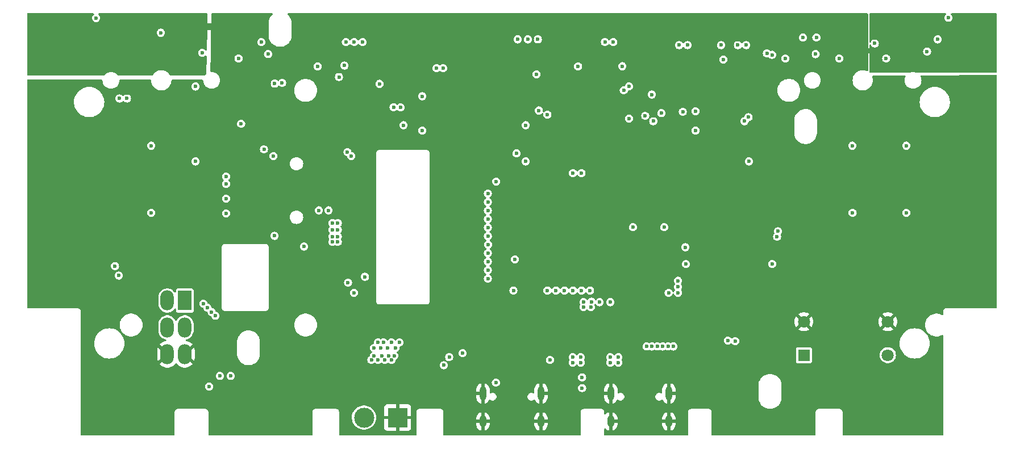
<source format=gbr>
%TF.GenerationSoftware,KiCad,Pcbnew,8.0.4*%
%TF.CreationDate,2024-09-02T08:00:41-07:00*%
%TF.ProjectId,Muffin,4d756666-696e-42e6-9b69-6361645f7063,rev?*%
%TF.SameCoordinates,Original*%
%TF.FileFunction,Copper,L3,Inr*%
%TF.FilePolarity,Positive*%
%FSLAX46Y46*%
G04 Gerber Fmt 4.6, Leading zero omitted, Abs format (unit mm)*
G04 Created by KiCad (PCBNEW 8.0.4) date 2024-09-02 08:00:41*
%MOMM*%
%LPD*%
G01*
G04 APERTURE LIST*
%TA.AperFunction,ComponentPad*%
%ADD10R,3.000000X3.000000*%
%TD*%
%TA.AperFunction,ComponentPad*%
%ADD11C,3.000000*%
%TD*%
%TA.AperFunction,ComponentPad*%
%ADD12O,1.000000X1.800000*%
%TD*%
%TA.AperFunction,ComponentPad*%
%ADD13O,1.000000X2.100000*%
%TD*%
%TA.AperFunction,ComponentPad*%
%ADD14R,1.800000X1.800000*%
%TD*%
%TA.AperFunction,ComponentPad*%
%ADD15C,1.800000*%
%TD*%
%TA.AperFunction,ComponentPad*%
%ADD16R,2.000000X3.000000*%
%TD*%
%TA.AperFunction,ComponentPad*%
%ADD17O,2.000000X3.000000*%
%TD*%
%TA.AperFunction,ViaPad*%
%ADD18C,0.600000*%
%TD*%
%TA.AperFunction,Conductor*%
%ADD19C,1.000000*%
%TD*%
%TA.AperFunction,Conductor*%
%ADD20C,0.800000*%
%TD*%
G04 APERTURE END LIST*
D10*
%TO.N,GND*%
%TO.C,J21*%
X105700000Y-110800000D03*
D11*
%TO.N,/Power/VLIPO*%
X100700000Y-110800000D03*
%TD*%
D12*
%TO.N,GND*%
%TO.C,J13*%
X127070000Y-111375000D03*
D13*
X127070000Y-107195000D03*
D12*
X118430000Y-111375000D03*
D13*
X118430000Y-107195000D03*
%TD*%
D12*
%TO.N,GND*%
%TO.C,J1*%
X146120000Y-111375000D03*
D13*
X146120000Y-107195000D03*
D12*
X137480000Y-111375000D03*
D13*
X137480000Y-107195000D03*
%TD*%
D14*
%TO.N,/GPIO_ext/G1A0*%
%TO.C,SW9*%
X166250000Y-101500000D03*
D15*
X178750000Y-101500000D03*
%TO.N,GND*%
X166250000Y-96500000D03*
X178750000Y-96500000D03*
%TD*%
D16*
%TO.N,unconnected-(SW10-A-Pad1)*%
%TO.C,SW10*%
X74000000Y-93350000D03*
D17*
%TO.N,~{PWR_SW_DET}*%
X74000000Y-97350000D03*
%TO.N,GND*%
X74000000Y-101350000D03*
X71400000Y-101350000D03*
%TO.N,PWR_SW_ON*%
X71400000Y-97350000D03*
%TO.N,VBATT*%
X71400000Y-93350000D03*
%TD*%
D18*
%TO.N,+3.3V*%
X96800000Y-82800000D03*
X166100000Y-54125000D03*
X140775000Y-82400000D03*
X148200000Y-65200000D03*
X96000000Y-83800000D03*
X96000000Y-82800000D03*
X96000000Y-84600000D03*
X126600000Y-54400000D03*
X100850000Y-89799998D03*
X145425000Y-82400000D03*
X70425000Y-53400000D03*
X143600000Y-62625000D03*
X96800000Y-84600000D03*
X93975000Y-79900000D03*
X96000000Y-81800000D03*
X120405757Y-75595608D03*
X96800000Y-83800000D03*
X96800000Y-81800000D03*
X103000000Y-61025000D03*
X60800000Y-51200000D03*
X137400000Y-93600000D03*
X95425000Y-79900000D03*
X187800000Y-51175000D03*
X148600000Y-85400000D03*
X135800000Y-93600000D03*
X176800000Y-55000000D03*
X123200000Y-87200000D03*
%TO.N,GND*%
X91650000Y-82475000D03*
X149400000Y-62800000D03*
X151200000Y-103600000D03*
X121800000Y-79600000D03*
X80800000Y-60400000D03*
X109000000Y-102600000D03*
X108800000Y-61400000D03*
X181000000Y-54400000D03*
X152650000Y-55250000D03*
X95400000Y-58400000D03*
X121800000Y-77600000D03*
X122100000Y-54400000D03*
X67200000Y-61600000D03*
X65400000Y-56000000D03*
X113650000Y-53912500D03*
X64800000Y-55200000D03*
X121800000Y-78600000D03*
X146800000Y-62800000D03*
X146800000Y-60400000D03*
X76600000Y-54800000D03*
X161200000Y-102200000D03*
X125000000Y-93400000D03*
X163600000Y-66000000D03*
X109000000Y-101400000D03*
X81800000Y-55000000D03*
X106200000Y-61400000D03*
X80150000Y-79250000D03*
X65400000Y-54200000D03*
X107600000Y-102600000D03*
X132200000Y-93800000D03*
X144000000Y-52200000D03*
X108800000Y-59000000D03*
X146085000Y-90400000D03*
X151200000Y-105200000D03*
X130250000Y-96710000D03*
X141200000Y-55800000D03*
X109150000Y-53912500D03*
X64200000Y-54200000D03*
X76600000Y-76200000D03*
X107600000Y-101400000D03*
X155400000Y-107800000D03*
X155400000Y-106400000D03*
X156800000Y-107800000D03*
X181000000Y-55400000D03*
X174600000Y-57600000D03*
X108100000Y-62875000D03*
X158900000Y-55250000D03*
X106200000Y-59000000D03*
X96975000Y-79900000D03*
X156800000Y-106400000D03*
X64200000Y-56000000D03*
X135350000Y-54800000D03*
X143725000Y-87905000D03*
X149400000Y-60400000D03*
X96750000Y-54800000D03*
X141200000Y-104800000D03*
X149000000Y-92200000D03*
%TO.N,SDA*%
X86400000Y-56600000D03*
X158000000Y-66000000D03*
X87200000Y-71800000D03*
X160726574Y-56495511D03*
X98800000Y-71800000D03*
X126760000Y-65000000D03*
X106150000Y-64550000D03*
X142599999Y-65800000D03*
%TO.N,SCL*%
X161500000Y-56700000D03*
X168100000Y-54125000D03*
X145000000Y-65400000D03*
X85388909Y-54811091D03*
X168000000Y-56600000D03*
X105100000Y-64500000D03*
X143800000Y-66600000D03*
X128030000Y-65610163D03*
X98234313Y-71200000D03*
X85800000Y-70800000D03*
X157400000Y-66600000D03*
%TO.N,VBATT*%
X106000000Y-99600000D03*
X103200000Y-100400000D03*
X104200000Y-100400000D03*
X144400000Y-100200000D03*
X145200000Y-100200000D03*
X91775000Y-85300000D03*
X102200000Y-100400000D03*
X146000000Y-100200000D03*
X75600000Y-61425000D03*
X104800000Y-99600000D03*
X102800000Y-99600000D03*
X105400000Y-100400000D03*
X143600000Y-100200000D03*
X103600000Y-99600000D03*
X142800000Y-100200000D03*
X146800000Y-100200000D03*
X87375000Y-83700000D03*
%TO.N,VBUS*%
X101800000Y-102200000D03*
X104800000Y-102200000D03*
X102200000Y-101600000D03*
X104400000Y-101600000D03*
X137400000Y-102600000D03*
X147650000Y-55250000D03*
X133000000Y-102600000D03*
X131800000Y-101800000D03*
X133000000Y-101800000D03*
X138600000Y-101800000D03*
X105200000Y-101600000D03*
X103400000Y-101600000D03*
X137400000Y-101800000D03*
X112600000Y-103000000D03*
X103800000Y-102200000D03*
X102800000Y-102200000D03*
X131800000Y-102600000D03*
X138600000Y-102600000D03*
%TO.N,CHARGING_LED*%
X157650000Y-55250000D03*
X156000000Y-99400000D03*
X113400000Y-101800000D03*
%TO.N,~{RESET}*%
X161511765Y-87888235D03*
X109400000Y-62875000D03*
X153900000Y-55250000D03*
X109400000Y-68000000D03*
X99200000Y-92200000D03*
X150100000Y-65100000D03*
X150100000Y-68000000D03*
X134380000Y-91845606D03*
X148675000Y-87905000D03*
%TO.N,Net-(U3-AIN0)*%
X184600000Y-56200000D03*
X186175000Y-54400000D03*
%TO.N,PWR_SW_ON*%
X77625000Y-106175000D03*
%TO.N,CHG_DONE_LED*%
X115400000Y-101200000D03*
X154900000Y-99300000D03*
X156400000Y-55250000D03*
%TO.N,INTMOD_LED*%
X132600000Y-58425000D03*
X148900000Y-55250000D03*
%TO.N,PWR_EN*%
X82400000Y-67000000D03*
X154225000Y-57400000D03*
X140175735Y-61400000D03*
X140175735Y-66200000D03*
X79225000Y-104600000D03*
%TO.N,~{PWR_SW_DET}*%
X75600000Y-72600000D03*
%TO.N,+5V*%
X147485000Y-92200000D03*
X133400000Y-94300003D03*
X96975000Y-60000000D03*
X147485000Y-90400000D03*
X134500000Y-94300000D03*
X133400000Y-93600000D03*
X146085000Y-92200000D03*
X134600000Y-93527207D03*
X139200000Y-58400000D03*
X147485000Y-91300000D03*
%TO.N,RXD0*%
X162375735Y-83024265D03*
X131840000Y-74345606D03*
%TO.N,TXD0*%
X162248530Y-83848530D03*
X133110000Y-74345606D03*
%TO.N,EXTMOD_LED*%
X93800000Y-58425000D03*
X126400000Y-59600000D03*
%TO.N,Net-(J24-Pin_2)*%
X133200000Y-104800000D03*
%TO.N,~{ESP32_BOOT}*%
X124800000Y-72600000D03*
X158050000Y-72600000D03*
%TO.N,Net-(J24-Pin_1)*%
X133200000Y-106400000D03*
%TO.N,Net-(D7-A2)*%
X120350000Y-105600000D03*
X128400000Y-102200000D03*
%TO.N,/Power/3V3_EN*%
X80825000Y-104600000D03*
%TO.N,/GPIO_ext/G0B0*%
X82000000Y-57250000D03*
%TO.N,/GPIO_ext/G1A5*%
X178500000Y-57250000D03*
%TO.N,/GPIO_ext/G1A6*%
X171500000Y-57250000D03*
X163500000Y-57250000D03*
%TO.N,/ESP32 Core/GIMBAL_TX*%
X123600000Y-54400000D03*
%TO.N,/ESP32 Core/GIMBAL_RX*%
X125100000Y-54400000D03*
%TO.N,EXTMOD_RX*%
X88500000Y-60900000D03*
X128030000Y-91845606D03*
X65389649Y-63210163D03*
X98000000Y-54800000D03*
X64175735Y-89624265D03*
%TO.N,EXTMOD_TX*%
X64275641Y-63210163D03*
X87400000Y-61000000D03*
X63600000Y-88200000D03*
X122967502Y-91845606D03*
X99250000Y-54800000D03*
%TO.N,/ESP32 Core/SD_SCK*%
X131840000Y-91845606D03*
X77375735Y-94424265D03*
X80150000Y-78150000D03*
%TO.N,/ESP32 Core/SD_MOSI*%
X130570000Y-91845606D03*
X80150000Y-75950000D03*
X78000000Y-95058578D03*
%TO.N,/ESP32 Core/SD_CS*%
X78575735Y-95624265D03*
X80150000Y-74850000D03*
X129300000Y-91845606D03*
%TO.N,/ESP32 Core/SD_MISO*%
X76763603Y-93812132D03*
X133110000Y-91845606D03*
X80150000Y-80350000D03*
%TO.N,INTMOD_RX*%
X136600000Y-54800000D03*
%TO.N,INTMOD_TX*%
X137850000Y-54800000D03*
%TO.N,/ESP32 Core/TOUCH_INT*%
X98325000Y-90675000D03*
X106600000Y-67200000D03*
X124800000Y-67200000D03*
%TO.N,/ESP32 Core/LCD_WR*%
X119160000Y-87540606D03*
%TO.N,/ESP32 Core/LCD_D5*%
X119160000Y-79920606D03*
%TO.N,/ESP32 Core/LCD_D7*%
X119160000Y-77380606D03*
%TO.N,/ESP32 Core/LCD_D1*%
X119200000Y-85000000D03*
%TO.N,/ESP32 Core/LEDK*%
X123425000Y-71400000D03*
%TO.N,/ESP32 Core/LCD_RS*%
X119160000Y-88810606D03*
%TO.N,/ESP32 Core/LCD_D4*%
X119160000Y-81190606D03*
%TO.N,/ESP32 Core/LCD_CS*%
X119160000Y-90080606D03*
%TO.N,/ESP32 Core/LCD_D2*%
X119160000Y-83730606D03*
%TO.N,/ESP32 Core/LCD_D0*%
X119160000Y-86270606D03*
%TO.N,/ESP32 Core/LCD_D3*%
X119160000Y-82460606D03*
%TO.N,/ESP32 Core/LCD_D6*%
X119160000Y-78650606D03*
%TO.N,/GPIO_ext/G1A1*%
X181500000Y-80250000D03*
X173500000Y-80250000D03*
%TO.N,/GPIO_ext/G1A3*%
X173450000Y-70250000D03*
X181500000Y-70250000D03*
%TO.N,/GPIO_ext/G0B1*%
X76600000Y-56400000D03*
%TO.N,5V_PWR_EN*%
X139400000Y-62000000D03*
%TO.N,EXTMOD_EN*%
X111500000Y-58700000D03*
X97800000Y-58300000D03*
%TO.N,/GPIO_ext/G0B4*%
X69000000Y-70250000D03*
%TO.N,/GPIO_ext/G0B6*%
X69000000Y-80250000D03*
%TO.N,EXTMOD_BOOT*%
X112500000Y-58700000D03*
X100500000Y-54800000D03*
%TD*%
D19*
%TO.N,GND*%
X76800000Y-52500000D02*
X78400000Y-52500000D01*
D20*
X175200000Y-56100000D02*
X176400000Y-56100000D01*
%TD*%
%TA.AperFunction,Conductor*%
%TO.N,GND*%
G36*
X87065591Y-50520185D02*
G01*
X87111346Y-50572989D01*
X87121290Y-50642147D01*
X87092265Y-50705703D01*
X87075865Y-50721447D01*
X87040123Y-50749950D01*
X87040121Y-50749952D01*
X86866768Y-50936782D01*
X86723191Y-51147372D01*
X86723190Y-51147373D01*
X86612612Y-51376992D01*
X86537489Y-51620533D01*
X86537488Y-51620538D01*
X86537487Y-51620542D01*
X86526038Y-51696498D01*
X86499500Y-51872559D01*
X86499500Y-53927440D01*
X86508183Y-53985044D01*
X86537487Y-54179458D01*
X86537488Y-54179460D01*
X86537489Y-54179466D01*
X86612612Y-54423007D01*
X86723190Y-54652626D01*
X86723191Y-54652627D01*
X86723193Y-54652630D01*
X86723195Y-54652634D01*
X86866768Y-54863217D01*
X87040123Y-55050050D01*
X87239388Y-55208959D01*
X87460112Y-55336393D01*
X87697363Y-55429508D01*
X87945843Y-55486222D01*
X88018459Y-55491663D01*
X88199995Y-55505268D01*
X88200000Y-55505268D01*
X88200005Y-55505268D01*
X88358848Y-55493364D01*
X88454157Y-55486222D01*
X88702637Y-55429508D01*
X88939888Y-55336393D01*
X89160612Y-55208959D01*
X89359877Y-55050050D01*
X89533232Y-54863217D01*
X89576334Y-54799998D01*
X97394318Y-54799998D01*
X97394318Y-54800001D01*
X97414955Y-54956760D01*
X97414956Y-54956762D01*
X97475464Y-55102841D01*
X97571718Y-55228282D01*
X97697159Y-55324536D01*
X97843238Y-55385044D01*
X97921619Y-55395363D01*
X97999999Y-55405682D01*
X98000000Y-55405682D01*
X98000001Y-55405682D01*
X98072517Y-55396135D01*
X98156762Y-55385044D01*
X98302841Y-55324536D01*
X98428282Y-55228282D01*
X98524536Y-55102841D01*
X98524535Y-55102841D01*
X98526624Y-55100120D01*
X98583052Y-55058917D01*
X98652798Y-55054762D01*
X98713718Y-55088974D01*
X98723376Y-55100120D01*
X98725464Y-55102841D01*
X98821718Y-55228282D01*
X98947159Y-55324536D01*
X99093238Y-55385044D01*
X99171619Y-55395363D01*
X99249999Y-55405682D01*
X99250000Y-55405682D01*
X99250001Y-55405682D01*
X99322517Y-55396135D01*
X99406762Y-55385044D01*
X99552841Y-55324536D01*
X99678282Y-55228282D01*
X99774536Y-55102841D01*
X99774535Y-55102841D01*
X99776624Y-55100120D01*
X99833052Y-55058917D01*
X99902798Y-55054762D01*
X99963718Y-55088974D01*
X99973376Y-55100120D01*
X99975464Y-55102841D01*
X100071718Y-55228282D01*
X100197159Y-55324536D01*
X100343238Y-55385044D01*
X100421619Y-55395363D01*
X100499999Y-55405682D01*
X100500000Y-55405682D01*
X100500001Y-55405682D01*
X100572517Y-55396135D01*
X100656762Y-55385044D01*
X100802841Y-55324536D01*
X100928282Y-55228282D01*
X101024536Y-55102841D01*
X101085044Y-54956762D01*
X101105682Y-54800000D01*
X101085044Y-54643238D01*
X101024536Y-54497159D01*
X100949982Y-54399998D01*
X122994318Y-54399998D01*
X122994318Y-54400001D01*
X123014955Y-54556760D01*
X123014956Y-54556762D01*
X123054667Y-54652634D01*
X123075464Y-54702841D01*
X123171718Y-54828282D01*
X123297159Y-54924536D01*
X123443238Y-54985044D01*
X123520662Y-54995237D01*
X123599999Y-55005682D01*
X123600000Y-55005682D01*
X123600001Y-55005682D01*
X123679338Y-54995237D01*
X123756762Y-54985044D01*
X123902841Y-54924536D01*
X124028282Y-54828282D01*
X124124536Y-54702841D01*
X124185044Y-54556762D01*
X124202653Y-54423007D01*
X124205682Y-54400001D01*
X124205682Y-54399998D01*
X124494318Y-54399998D01*
X124494318Y-54400001D01*
X124514955Y-54556760D01*
X124514956Y-54556762D01*
X124554667Y-54652634D01*
X124575464Y-54702841D01*
X124671718Y-54828282D01*
X124797159Y-54924536D01*
X124943238Y-54985044D01*
X125020662Y-54995237D01*
X125099999Y-55005682D01*
X125100000Y-55005682D01*
X125100001Y-55005682D01*
X125179338Y-54995237D01*
X125256762Y-54985044D01*
X125402841Y-54924536D01*
X125528282Y-54828282D01*
X125624536Y-54702841D01*
X125685044Y-54556762D01*
X125702653Y-54423007D01*
X125705682Y-54400001D01*
X125705682Y-54399998D01*
X125994318Y-54399998D01*
X125994318Y-54400001D01*
X126014955Y-54556760D01*
X126014956Y-54556762D01*
X126054667Y-54652634D01*
X126075464Y-54702841D01*
X126171718Y-54828282D01*
X126297159Y-54924536D01*
X126443238Y-54985044D01*
X126520662Y-54995237D01*
X126599999Y-55005682D01*
X126600000Y-55005682D01*
X126600001Y-55005682D01*
X126679338Y-54995237D01*
X126756762Y-54985044D01*
X126902841Y-54924536D01*
X127028282Y-54828282D01*
X127049985Y-54799998D01*
X135994318Y-54799998D01*
X135994318Y-54800001D01*
X136014955Y-54956760D01*
X136014956Y-54956762D01*
X136075464Y-55102841D01*
X136171718Y-55228282D01*
X136297159Y-55324536D01*
X136443238Y-55385044D01*
X136521619Y-55395363D01*
X136599999Y-55405682D01*
X136600000Y-55405682D01*
X136600001Y-55405682D01*
X136672517Y-55396135D01*
X136756762Y-55385044D01*
X136902841Y-55324536D01*
X137028282Y-55228282D01*
X137124536Y-55102841D01*
X137124535Y-55102841D01*
X137126624Y-55100120D01*
X137183052Y-55058917D01*
X137252798Y-55054762D01*
X137313718Y-55088974D01*
X137323376Y-55100120D01*
X137325464Y-55102841D01*
X137421718Y-55228282D01*
X137547159Y-55324536D01*
X137693238Y-55385044D01*
X137771619Y-55395363D01*
X137849999Y-55405682D01*
X137850000Y-55405682D01*
X137850001Y-55405682D01*
X137922517Y-55396135D01*
X138006762Y-55385044D01*
X138152841Y-55324536D01*
X138249981Y-55249998D01*
X147044318Y-55249998D01*
X147044318Y-55250001D01*
X147064955Y-55406760D01*
X147064956Y-55406762D01*
X147105758Y-55505268D01*
X147125464Y-55552841D01*
X147221718Y-55678282D01*
X147347159Y-55774536D01*
X147493238Y-55835044D01*
X147571619Y-55845363D01*
X147649999Y-55855682D01*
X147650000Y-55855682D01*
X147650001Y-55855682D01*
X147702254Y-55848802D01*
X147806762Y-55835044D01*
X147952841Y-55774536D01*
X148078282Y-55678282D01*
X148174536Y-55552841D01*
X148174535Y-55552841D01*
X148176624Y-55550120D01*
X148233052Y-55508917D01*
X148302798Y-55504762D01*
X148363718Y-55538974D01*
X148373376Y-55550120D01*
X148469555Y-55675464D01*
X148471718Y-55678282D01*
X148597159Y-55774536D01*
X148743238Y-55835044D01*
X148821619Y-55845363D01*
X148899999Y-55855682D01*
X148900000Y-55855682D01*
X148900001Y-55855682D01*
X148952254Y-55848802D01*
X149056762Y-55835044D01*
X149202841Y-55774536D01*
X149328282Y-55678282D01*
X149424536Y-55552841D01*
X149485044Y-55406762D01*
X149505682Y-55250000D01*
X149505682Y-55249998D01*
X153294318Y-55249998D01*
X153294318Y-55250001D01*
X153314955Y-55406760D01*
X153314956Y-55406762D01*
X153355758Y-55505268D01*
X153375464Y-55552841D01*
X153471718Y-55678282D01*
X153597159Y-55774536D01*
X153743238Y-55835044D01*
X153821619Y-55845363D01*
X153899999Y-55855682D01*
X153900000Y-55855682D01*
X153900001Y-55855682D01*
X153952254Y-55848802D01*
X154056762Y-55835044D01*
X154202841Y-55774536D01*
X154328282Y-55678282D01*
X154424536Y-55552841D01*
X154485044Y-55406762D01*
X154505682Y-55250000D01*
X154505682Y-55249998D01*
X155794318Y-55249998D01*
X155794318Y-55250001D01*
X155814955Y-55406760D01*
X155814956Y-55406762D01*
X155855758Y-55505268D01*
X155875464Y-55552841D01*
X155971718Y-55678282D01*
X156097159Y-55774536D01*
X156243238Y-55835044D01*
X156321619Y-55845363D01*
X156399999Y-55855682D01*
X156400000Y-55855682D01*
X156400001Y-55855682D01*
X156452254Y-55848802D01*
X156556762Y-55835044D01*
X156702841Y-55774536D01*
X156828282Y-55678282D01*
X156924536Y-55552841D01*
X156924535Y-55552841D01*
X156926624Y-55550120D01*
X156983052Y-55508917D01*
X157052798Y-55504762D01*
X157113718Y-55538974D01*
X157123376Y-55550120D01*
X157219555Y-55675464D01*
X157221718Y-55678282D01*
X157347159Y-55774536D01*
X157493238Y-55835044D01*
X157571619Y-55845363D01*
X157649999Y-55855682D01*
X157650000Y-55855682D01*
X157650001Y-55855682D01*
X157702254Y-55848802D01*
X157806762Y-55835044D01*
X157952841Y-55774536D01*
X158078282Y-55678282D01*
X158174536Y-55552841D01*
X158235044Y-55406762D01*
X158255682Y-55250000D01*
X158235044Y-55093238D01*
X158174536Y-54947159D01*
X158078282Y-54821718D01*
X157952841Y-54725464D01*
X157915611Y-54710043D01*
X157806762Y-54664956D01*
X157806760Y-54664955D01*
X157650001Y-54644318D01*
X157649999Y-54644318D01*
X157493239Y-54664955D01*
X157493237Y-54664956D01*
X157347160Y-54725463D01*
X157221718Y-54821718D01*
X157123376Y-54949880D01*
X157066947Y-54991082D01*
X156997201Y-54995237D01*
X156936281Y-54961024D01*
X156926624Y-54949880D01*
X156860125Y-54863217D01*
X156828282Y-54821718D01*
X156702841Y-54725464D01*
X156665611Y-54710043D01*
X156556762Y-54664956D01*
X156556760Y-54664955D01*
X156400001Y-54644318D01*
X156399999Y-54644318D01*
X156243239Y-54664955D01*
X156243237Y-54664956D01*
X156097160Y-54725463D01*
X155971718Y-54821718D01*
X155875463Y-54947160D01*
X155814956Y-55093237D01*
X155814955Y-55093239D01*
X155794318Y-55249998D01*
X154505682Y-55249998D01*
X154485044Y-55093238D01*
X154424536Y-54947159D01*
X154328282Y-54821718D01*
X154202841Y-54725464D01*
X154165611Y-54710043D01*
X154056762Y-54664956D01*
X154056760Y-54664955D01*
X153900001Y-54644318D01*
X153899999Y-54644318D01*
X153743239Y-54664955D01*
X153743237Y-54664956D01*
X153597160Y-54725463D01*
X153471718Y-54821718D01*
X153375463Y-54947160D01*
X153314956Y-55093237D01*
X153314955Y-55093239D01*
X153294318Y-55249998D01*
X149505682Y-55249998D01*
X149485044Y-55093238D01*
X149424536Y-54947159D01*
X149328282Y-54821718D01*
X149202841Y-54725464D01*
X149165611Y-54710043D01*
X149056762Y-54664956D01*
X149056760Y-54664955D01*
X148900001Y-54644318D01*
X148899999Y-54644318D01*
X148743239Y-54664955D01*
X148743237Y-54664956D01*
X148597160Y-54725463D01*
X148471718Y-54821718D01*
X148373376Y-54949880D01*
X148316947Y-54991082D01*
X148247201Y-54995237D01*
X148186281Y-54961024D01*
X148176624Y-54949880D01*
X148110125Y-54863217D01*
X148078282Y-54821718D01*
X147952841Y-54725464D01*
X147915611Y-54710043D01*
X147806762Y-54664956D01*
X147806760Y-54664955D01*
X147650001Y-54644318D01*
X147649999Y-54644318D01*
X147493239Y-54664955D01*
X147493237Y-54664956D01*
X147347160Y-54725463D01*
X147221718Y-54821718D01*
X147125463Y-54947160D01*
X147064956Y-55093237D01*
X147064955Y-55093239D01*
X147044318Y-55249998D01*
X138249981Y-55249998D01*
X138278282Y-55228282D01*
X138374536Y-55102841D01*
X138435044Y-54956762D01*
X138455682Y-54800000D01*
X138435044Y-54643238D01*
X138374536Y-54497159D01*
X138278282Y-54371718D01*
X138152841Y-54275464D01*
X138006762Y-54214956D01*
X138006760Y-54214955D01*
X137850001Y-54194318D01*
X137849999Y-54194318D01*
X137693239Y-54214955D01*
X137693237Y-54214956D01*
X137547160Y-54275463D01*
X137421718Y-54371718D01*
X137323376Y-54499880D01*
X137266947Y-54541082D01*
X137197201Y-54545237D01*
X137136281Y-54511024D01*
X137126624Y-54499880D01*
X137073178Y-54430228D01*
X137028282Y-54371718D01*
X136902841Y-54275464D01*
X136756762Y-54214956D01*
X136756760Y-54214955D01*
X136600001Y-54194318D01*
X136599999Y-54194318D01*
X136443239Y-54214955D01*
X136443237Y-54214956D01*
X136297160Y-54275463D01*
X136171718Y-54371718D01*
X136075463Y-54497160D01*
X136014956Y-54643237D01*
X136014955Y-54643239D01*
X135994318Y-54799998D01*
X127049985Y-54799998D01*
X127124536Y-54702841D01*
X127185044Y-54556762D01*
X127202653Y-54423007D01*
X127205682Y-54400001D01*
X127205682Y-54399998D01*
X127185044Y-54243239D01*
X127185044Y-54243238D01*
X127136067Y-54124998D01*
X165494318Y-54124998D01*
X165494318Y-54125001D01*
X165514955Y-54281760D01*
X165514956Y-54281762D01*
X165575464Y-54427841D01*
X165671718Y-54553282D01*
X165797159Y-54649536D01*
X165943238Y-54710044D01*
X166021619Y-54720363D01*
X166099999Y-54730682D01*
X166100000Y-54730682D01*
X166100001Y-54730682D01*
X166152254Y-54723802D01*
X166256762Y-54710044D01*
X166402841Y-54649536D01*
X166528282Y-54553282D01*
X166624536Y-54427841D01*
X166685044Y-54281762D01*
X166705682Y-54125000D01*
X166705682Y-54124998D01*
X167494318Y-54124998D01*
X167494318Y-54125001D01*
X167514955Y-54281760D01*
X167514956Y-54281762D01*
X167575464Y-54427841D01*
X167671718Y-54553282D01*
X167797159Y-54649536D01*
X167943238Y-54710044D01*
X168021619Y-54720363D01*
X168099999Y-54730682D01*
X168100000Y-54730682D01*
X168100001Y-54730682D01*
X168152254Y-54723802D01*
X168256762Y-54710044D01*
X168402841Y-54649536D01*
X168528282Y-54553282D01*
X168624536Y-54427841D01*
X168685044Y-54281762D01*
X168705682Y-54125000D01*
X168685044Y-53968238D01*
X168624536Y-53822159D01*
X168528282Y-53696718D01*
X168402841Y-53600464D01*
X168256762Y-53539956D01*
X168256760Y-53539955D01*
X168100001Y-53519318D01*
X168099999Y-53519318D01*
X167943239Y-53539955D01*
X167943237Y-53539956D01*
X167797160Y-53600463D01*
X167671718Y-53696718D01*
X167575463Y-53822160D01*
X167514956Y-53968237D01*
X167514955Y-53968239D01*
X167494318Y-54124998D01*
X166705682Y-54124998D01*
X166685044Y-53968238D01*
X166624536Y-53822159D01*
X166528282Y-53696718D01*
X166402841Y-53600464D01*
X166256762Y-53539956D01*
X166256760Y-53539955D01*
X166100001Y-53519318D01*
X166099999Y-53519318D01*
X165943239Y-53539955D01*
X165943237Y-53539956D01*
X165797160Y-53600463D01*
X165671718Y-53696718D01*
X165575463Y-53822160D01*
X165514956Y-53968237D01*
X165514955Y-53968239D01*
X165494318Y-54124998D01*
X127136067Y-54124998D01*
X127124536Y-54097159D01*
X127028282Y-53971718D01*
X126902841Y-53875464D01*
X126756762Y-53814956D01*
X126756760Y-53814955D01*
X126600001Y-53794318D01*
X126599999Y-53794318D01*
X126443239Y-53814955D01*
X126443237Y-53814956D01*
X126297160Y-53875463D01*
X126171718Y-53971718D01*
X126075463Y-54097160D01*
X126014956Y-54243237D01*
X126014955Y-54243239D01*
X125994318Y-54399998D01*
X125705682Y-54399998D01*
X125685044Y-54243239D01*
X125685044Y-54243238D01*
X125624536Y-54097159D01*
X125528282Y-53971718D01*
X125402841Y-53875464D01*
X125256762Y-53814956D01*
X125256760Y-53814955D01*
X125100001Y-53794318D01*
X125099999Y-53794318D01*
X124943239Y-53814955D01*
X124943237Y-53814956D01*
X124797160Y-53875463D01*
X124671718Y-53971718D01*
X124575463Y-54097160D01*
X124514956Y-54243237D01*
X124514955Y-54243239D01*
X124494318Y-54399998D01*
X124205682Y-54399998D01*
X124185044Y-54243239D01*
X124185044Y-54243238D01*
X124124536Y-54097159D01*
X124028282Y-53971718D01*
X123902841Y-53875464D01*
X123756762Y-53814956D01*
X123756760Y-53814955D01*
X123600001Y-53794318D01*
X123599999Y-53794318D01*
X123443239Y-53814955D01*
X123443237Y-53814956D01*
X123297160Y-53875463D01*
X123171718Y-53971718D01*
X123075463Y-54097160D01*
X123014956Y-54243237D01*
X123014955Y-54243239D01*
X122994318Y-54399998D01*
X100949982Y-54399998D01*
X100928282Y-54371718D01*
X100802841Y-54275464D01*
X100656762Y-54214956D01*
X100656760Y-54214955D01*
X100500001Y-54194318D01*
X100499999Y-54194318D01*
X100343239Y-54214955D01*
X100343237Y-54214956D01*
X100197160Y-54275463D01*
X100071718Y-54371718D01*
X99973376Y-54499880D01*
X99916947Y-54541082D01*
X99847201Y-54545237D01*
X99786281Y-54511024D01*
X99776624Y-54499880D01*
X99723178Y-54430228D01*
X99678282Y-54371718D01*
X99552841Y-54275464D01*
X99406762Y-54214956D01*
X99406760Y-54214955D01*
X99250001Y-54194318D01*
X99249999Y-54194318D01*
X99093239Y-54214955D01*
X99093237Y-54214956D01*
X98947160Y-54275463D01*
X98821718Y-54371718D01*
X98723376Y-54499880D01*
X98666947Y-54541082D01*
X98597201Y-54545237D01*
X98536281Y-54511024D01*
X98526624Y-54499880D01*
X98473178Y-54430228D01*
X98428282Y-54371718D01*
X98302841Y-54275464D01*
X98156762Y-54214956D01*
X98156760Y-54214955D01*
X98000001Y-54194318D01*
X97999999Y-54194318D01*
X97843239Y-54214955D01*
X97843237Y-54214956D01*
X97697160Y-54275463D01*
X97571718Y-54371718D01*
X97475463Y-54497160D01*
X97414956Y-54643237D01*
X97414955Y-54643239D01*
X97394318Y-54799998D01*
X89576334Y-54799998D01*
X89676805Y-54652634D01*
X89681330Y-54643239D01*
X89715772Y-54571718D01*
X89787389Y-54423004D01*
X89862513Y-54179458D01*
X89900500Y-53927435D01*
X89900500Y-53800000D01*
X89900500Y-53734108D01*
X89900500Y-51934108D01*
X89900500Y-51872565D01*
X89862513Y-51620542D01*
X89787389Y-51376996D01*
X89775788Y-51352908D01*
X89676809Y-51147373D01*
X89676808Y-51147372D01*
X89676807Y-51147371D01*
X89676805Y-51147366D01*
X89533232Y-50936783D01*
X89359877Y-50749950D01*
X89324134Y-50721446D01*
X89283995Y-50664258D01*
X89281145Y-50594447D01*
X89316491Y-50534177D01*
X89378810Y-50502584D01*
X89401448Y-50500500D01*
X175675898Y-50500500D01*
X175742937Y-50520185D01*
X175788692Y-50572989D01*
X175799898Y-50624499D01*
X175799990Y-59018698D01*
X175780306Y-59085737D01*
X175727503Y-59131493D01*
X175658344Y-59141437D01*
X175616972Y-59127754D01*
X175604811Y-59121172D01*
X175604802Y-59121169D01*
X175369616Y-59040429D01*
X175124335Y-58999500D01*
X174875665Y-58999500D01*
X174630383Y-59040429D01*
X174395197Y-59121169D01*
X174395188Y-59121172D01*
X174176493Y-59239524D01*
X173980257Y-59392261D01*
X173811833Y-59575217D01*
X173675826Y-59783393D01*
X173575936Y-60011118D01*
X173514892Y-60252175D01*
X173514890Y-60252187D01*
X173494357Y-60499994D01*
X173494357Y-60500005D01*
X173514890Y-60747812D01*
X173514892Y-60747824D01*
X173575936Y-60988881D01*
X173675826Y-61216606D01*
X173811833Y-61424782D01*
X173811836Y-61424785D01*
X173980256Y-61607738D01*
X174176491Y-61760474D01*
X174395190Y-61878828D01*
X174630386Y-61959571D01*
X174875665Y-62000500D01*
X175124335Y-62000500D01*
X175369614Y-61959571D01*
X175604810Y-61878828D01*
X175823509Y-61760474D01*
X176019744Y-61607738D01*
X176188164Y-61424785D01*
X176324173Y-61216607D01*
X176424063Y-60988881D01*
X176485108Y-60747821D01*
X176486543Y-60730508D01*
X176505643Y-60500005D01*
X176505643Y-60499994D01*
X176485109Y-60252187D01*
X176485107Y-60252175D01*
X176424064Y-60011123D01*
X176424063Y-60011119D01*
X176405983Y-59969902D01*
X176397081Y-59900604D01*
X176427058Y-59837492D01*
X176486397Y-59800605D01*
X176518855Y-59796097D01*
X181265165Y-59770332D01*
X181332307Y-59789651D01*
X181378348Y-59842206D01*
X181388667Y-59911310D01*
X181378217Y-59946733D01*
X181320427Y-60070663D01*
X181320422Y-60070677D01*
X181263793Y-60282020D01*
X181263793Y-60282024D01*
X181244723Y-60499997D01*
X181244723Y-60500002D01*
X181263793Y-60717975D01*
X181263793Y-60717979D01*
X181320422Y-60929322D01*
X181320424Y-60929326D01*
X181320425Y-60929330D01*
X181365036Y-61024998D01*
X181412897Y-61127638D01*
X181412898Y-61127639D01*
X181538402Y-61306877D01*
X181693123Y-61461598D01*
X181872361Y-61587102D01*
X182070670Y-61679575D01*
X182282023Y-61736207D01*
X182464926Y-61752208D01*
X182499998Y-61755277D01*
X182500000Y-61755277D01*
X182500002Y-61755277D01*
X182528254Y-61752805D01*
X182717977Y-61736207D01*
X182929330Y-61679575D01*
X183127639Y-61587102D01*
X183306877Y-61461598D01*
X183461598Y-61306877D01*
X183587102Y-61127639D01*
X183679575Y-60929330D01*
X183736207Y-60717977D01*
X183754123Y-60513193D01*
X183755277Y-60500002D01*
X183755277Y-60499997D01*
X183750024Y-60439955D01*
X183736207Y-60282023D01*
X183679575Y-60070670D01*
X183615548Y-59933364D01*
X183605057Y-59864292D01*
X183633576Y-59800508D01*
X183692052Y-59762268D01*
X183727253Y-59756966D01*
X194874832Y-59696452D01*
X194941972Y-59715771D01*
X194988013Y-59768326D01*
X194999500Y-59820449D01*
X194999500Y-94375500D01*
X194979815Y-94442539D01*
X194927011Y-94488294D01*
X194875500Y-94499500D01*
X187434108Y-94499500D01*
X187306812Y-94533608D01*
X187192686Y-94599500D01*
X187192683Y-94599502D01*
X187099502Y-94692683D01*
X187099500Y-94692686D01*
X187033608Y-94806812D01*
X186999500Y-94934108D01*
X186999500Y-95396577D01*
X186979815Y-95463616D01*
X186927011Y-95509371D01*
X186857853Y-95519315D01*
X186821699Y-95508297D01*
X186623006Y-95412612D01*
X186623008Y-95412612D01*
X186379466Y-95337489D01*
X186379462Y-95337488D01*
X186379458Y-95337487D01*
X186258231Y-95319214D01*
X186127440Y-95299500D01*
X186127435Y-95299500D01*
X185872565Y-95299500D01*
X185872559Y-95299500D01*
X185715609Y-95323157D01*
X185620542Y-95337487D01*
X185620539Y-95337488D01*
X185620533Y-95337489D01*
X185376992Y-95412612D01*
X185147373Y-95523190D01*
X185147372Y-95523191D01*
X184936782Y-95666768D01*
X184749952Y-95840121D01*
X184749950Y-95840123D01*
X184591041Y-96039388D01*
X184463608Y-96260109D01*
X184370492Y-96497362D01*
X184370490Y-96497369D01*
X184313777Y-96745845D01*
X184294732Y-96999995D01*
X184294732Y-97000004D01*
X184313777Y-97254154D01*
X184368673Y-97494671D01*
X184370492Y-97502637D01*
X184463607Y-97739888D01*
X184591041Y-97960612D01*
X184749950Y-98159877D01*
X184936783Y-98333232D01*
X185147366Y-98476805D01*
X185147371Y-98476807D01*
X185147372Y-98476808D01*
X185147373Y-98476809D01*
X185261170Y-98531610D01*
X185376992Y-98587387D01*
X185376993Y-98587387D01*
X185376996Y-98587389D01*
X185620542Y-98662513D01*
X185872565Y-98700500D01*
X186127435Y-98700500D01*
X186379458Y-98662513D01*
X186623004Y-98587389D01*
X186821701Y-98491701D01*
X186890639Y-98480350D01*
X186954774Y-98508072D01*
X186993740Y-98566067D01*
X186999500Y-98603422D01*
X186999500Y-113375500D01*
X186979815Y-113442539D01*
X186927011Y-113488294D01*
X186875500Y-113499500D01*
X172124500Y-113499500D01*
X172057461Y-113479815D01*
X172011706Y-113427011D01*
X172000500Y-113375500D01*
X172000500Y-109934110D01*
X172000500Y-109934108D01*
X171966392Y-109806814D01*
X171900500Y-109692686D01*
X171807314Y-109599500D01*
X171750250Y-109566554D01*
X171693187Y-109533608D01*
X171629539Y-109516554D01*
X171565892Y-109499500D01*
X168565892Y-109499500D01*
X168434108Y-109499500D01*
X168306812Y-109533608D01*
X168192686Y-109599500D01*
X168192683Y-109599502D01*
X168099502Y-109692683D01*
X168099500Y-109692686D01*
X168033608Y-109806812D01*
X167999500Y-109934108D01*
X167999500Y-113375500D01*
X167979815Y-113442539D01*
X167927011Y-113488294D01*
X167875500Y-113499500D01*
X152624500Y-113499500D01*
X152557461Y-113479815D01*
X152511706Y-113427011D01*
X152500500Y-113375500D01*
X152500500Y-109934110D01*
X152500500Y-109934108D01*
X152466392Y-109806814D01*
X152400500Y-109692686D01*
X152307314Y-109599500D01*
X152250250Y-109566554D01*
X152193187Y-109533608D01*
X152129539Y-109516554D01*
X152065892Y-109499500D01*
X149565892Y-109499500D01*
X149434108Y-109499500D01*
X149306812Y-109533608D01*
X149192686Y-109599500D01*
X149192683Y-109599502D01*
X149099502Y-109692683D01*
X149099500Y-109692686D01*
X149033608Y-109806812D01*
X148999500Y-109934108D01*
X148999500Y-113375500D01*
X148979815Y-113442539D01*
X148927011Y-113488294D01*
X148875500Y-113499500D01*
X136624500Y-113499500D01*
X136557461Y-113479815D01*
X136511706Y-113427011D01*
X136500500Y-113375500D01*
X136500500Y-112509077D01*
X136520185Y-112442038D01*
X136572989Y-112396283D01*
X136642147Y-112386339D01*
X136705703Y-112415364D01*
X136712181Y-112421396D01*
X136842533Y-112551748D01*
X136842537Y-112551751D01*
X137006315Y-112661185D01*
X137006328Y-112661192D01*
X137188308Y-112736569D01*
X137230000Y-112744862D01*
X137230000Y-111941988D01*
X137239940Y-111959205D01*
X137295795Y-112015060D01*
X137364204Y-112054556D01*
X137440504Y-112075000D01*
X137519496Y-112075000D01*
X137595796Y-112054556D01*
X137664205Y-112015060D01*
X137720060Y-111959205D01*
X137730000Y-111941988D01*
X137730000Y-112744862D01*
X137771690Y-112736569D01*
X137771692Y-112736569D01*
X137953671Y-112661192D01*
X137953684Y-112661185D01*
X138117462Y-112551751D01*
X138117466Y-112551748D01*
X138256748Y-112412466D01*
X138256751Y-112412462D01*
X138366185Y-112248684D01*
X138366192Y-112248671D01*
X138441569Y-112066693D01*
X138441572Y-112066681D01*
X138479999Y-111873495D01*
X138480000Y-111873492D01*
X138480000Y-111625000D01*
X137780000Y-111625000D01*
X137780000Y-111125000D01*
X138480000Y-111125000D01*
X138480000Y-110876508D01*
X138479999Y-110876504D01*
X145120000Y-110876504D01*
X145120000Y-111125000D01*
X145820000Y-111125000D01*
X145820000Y-111625000D01*
X145120000Y-111625000D01*
X145120000Y-111873495D01*
X145158427Y-112066681D01*
X145158430Y-112066693D01*
X145233807Y-112248671D01*
X145233814Y-112248684D01*
X145343248Y-112412462D01*
X145343251Y-112412466D01*
X145482533Y-112551748D01*
X145482537Y-112551751D01*
X145646315Y-112661185D01*
X145646328Y-112661192D01*
X145828308Y-112736569D01*
X145870000Y-112744862D01*
X145870000Y-111941988D01*
X145879940Y-111959205D01*
X145935795Y-112015060D01*
X146004204Y-112054556D01*
X146080504Y-112075000D01*
X146159496Y-112075000D01*
X146235796Y-112054556D01*
X146304205Y-112015060D01*
X146360060Y-111959205D01*
X146370000Y-111941988D01*
X146370000Y-112744862D01*
X146411690Y-112736569D01*
X146411692Y-112736569D01*
X146593671Y-112661192D01*
X146593684Y-112661185D01*
X146757462Y-112551751D01*
X146757466Y-112551748D01*
X146896748Y-112412466D01*
X146896751Y-112412462D01*
X147006185Y-112248684D01*
X147006192Y-112248671D01*
X147081569Y-112066693D01*
X147081572Y-112066681D01*
X147119999Y-111873495D01*
X147120000Y-111873492D01*
X147120000Y-111625000D01*
X146420000Y-111625000D01*
X146420000Y-111125000D01*
X147120000Y-111125000D01*
X147120000Y-110876508D01*
X147119999Y-110876504D01*
X147081572Y-110683318D01*
X147081569Y-110683306D01*
X147006192Y-110501328D01*
X147006185Y-110501315D01*
X146896751Y-110337537D01*
X146896748Y-110337533D01*
X146757466Y-110198251D01*
X146757462Y-110198248D01*
X146593684Y-110088814D01*
X146593671Y-110088807D01*
X146411691Y-110013429D01*
X146411683Y-110013427D01*
X146370000Y-110005135D01*
X146370000Y-110808011D01*
X146360060Y-110790795D01*
X146304205Y-110734940D01*
X146235796Y-110695444D01*
X146159496Y-110675000D01*
X146080504Y-110675000D01*
X146004204Y-110695444D01*
X145935795Y-110734940D01*
X145879940Y-110790795D01*
X145870000Y-110808011D01*
X145870000Y-110005136D01*
X145869999Y-110005135D01*
X145828316Y-110013427D01*
X145828308Y-110013429D01*
X145646328Y-110088807D01*
X145646315Y-110088814D01*
X145482537Y-110198248D01*
X145482533Y-110198251D01*
X145343251Y-110337533D01*
X145343248Y-110337537D01*
X145233814Y-110501315D01*
X145233807Y-110501328D01*
X145158430Y-110683306D01*
X145158427Y-110683318D01*
X145120000Y-110876504D01*
X138479999Y-110876504D01*
X138441572Y-110683318D01*
X138441569Y-110683306D01*
X138366192Y-110501328D01*
X138366185Y-110501315D01*
X138256751Y-110337537D01*
X138256748Y-110337533D01*
X138117466Y-110198251D01*
X138117462Y-110198248D01*
X137953684Y-110088814D01*
X137953671Y-110088807D01*
X137771691Y-110013429D01*
X137771683Y-110013427D01*
X137730000Y-110005135D01*
X137730000Y-110808011D01*
X137720060Y-110790795D01*
X137664205Y-110734940D01*
X137595796Y-110695444D01*
X137519496Y-110675000D01*
X137440504Y-110675000D01*
X137364204Y-110695444D01*
X137295795Y-110734940D01*
X137239940Y-110790795D01*
X137230000Y-110808011D01*
X137230000Y-110005136D01*
X137229999Y-110005135D01*
X137188316Y-110013427D01*
X137188308Y-110013429D01*
X137006328Y-110088807D01*
X137006315Y-110088814D01*
X136842537Y-110198248D01*
X136842533Y-110198251D01*
X136712181Y-110328604D01*
X136650858Y-110362089D01*
X136581166Y-110357105D01*
X136525233Y-110315233D01*
X136500816Y-110249769D01*
X136500500Y-110240923D01*
X136500500Y-109934110D01*
X136500500Y-109934108D01*
X136466392Y-109806814D01*
X136400500Y-109692686D01*
X136307314Y-109599500D01*
X136250250Y-109566554D01*
X136193187Y-109533608D01*
X136129539Y-109516554D01*
X136065892Y-109499500D01*
X133565892Y-109499500D01*
X133434108Y-109499500D01*
X133306812Y-109533608D01*
X133192686Y-109599500D01*
X133192683Y-109599502D01*
X133099502Y-109692683D01*
X133099500Y-109692686D01*
X133033608Y-109806812D01*
X132999500Y-109934108D01*
X132999500Y-113375500D01*
X132979815Y-113442539D01*
X132927011Y-113488294D01*
X132875500Y-113499500D01*
X112624500Y-113499500D01*
X112557461Y-113479815D01*
X112511706Y-113427011D01*
X112500500Y-113375500D01*
X112500500Y-110876504D01*
X117430000Y-110876504D01*
X117430000Y-111125000D01*
X118130000Y-111125000D01*
X118130000Y-111625000D01*
X117430000Y-111625000D01*
X117430000Y-111873495D01*
X117468427Y-112066681D01*
X117468430Y-112066693D01*
X117543807Y-112248671D01*
X117543814Y-112248684D01*
X117653248Y-112412462D01*
X117653251Y-112412466D01*
X117792533Y-112551748D01*
X117792537Y-112551751D01*
X117956315Y-112661185D01*
X117956328Y-112661192D01*
X118138308Y-112736569D01*
X118180000Y-112744862D01*
X118180000Y-111941988D01*
X118189940Y-111959205D01*
X118245795Y-112015060D01*
X118314204Y-112054556D01*
X118390504Y-112075000D01*
X118469496Y-112075000D01*
X118545796Y-112054556D01*
X118614205Y-112015060D01*
X118670060Y-111959205D01*
X118680000Y-111941988D01*
X118680000Y-112744862D01*
X118721690Y-112736569D01*
X118721692Y-112736569D01*
X118903671Y-112661192D01*
X118903684Y-112661185D01*
X119067462Y-112551751D01*
X119067466Y-112551748D01*
X119206748Y-112412466D01*
X119206751Y-112412462D01*
X119316185Y-112248684D01*
X119316192Y-112248671D01*
X119391569Y-112066693D01*
X119391572Y-112066681D01*
X119429999Y-111873495D01*
X119430000Y-111873492D01*
X119430000Y-111625000D01*
X118730000Y-111625000D01*
X118730000Y-111125000D01*
X119430000Y-111125000D01*
X119430000Y-110876508D01*
X119429999Y-110876504D01*
X126070000Y-110876504D01*
X126070000Y-111125000D01*
X126770000Y-111125000D01*
X126770000Y-111625000D01*
X126070000Y-111625000D01*
X126070000Y-111873495D01*
X126108427Y-112066681D01*
X126108430Y-112066693D01*
X126183807Y-112248671D01*
X126183814Y-112248684D01*
X126293248Y-112412462D01*
X126293251Y-112412466D01*
X126432533Y-112551748D01*
X126432537Y-112551751D01*
X126596315Y-112661185D01*
X126596328Y-112661192D01*
X126778308Y-112736569D01*
X126820000Y-112744862D01*
X126820000Y-111941988D01*
X126829940Y-111959205D01*
X126885795Y-112015060D01*
X126954204Y-112054556D01*
X127030504Y-112075000D01*
X127109496Y-112075000D01*
X127185796Y-112054556D01*
X127254205Y-112015060D01*
X127310060Y-111959205D01*
X127320000Y-111941988D01*
X127320000Y-112744862D01*
X127361690Y-112736569D01*
X127361692Y-112736569D01*
X127543671Y-112661192D01*
X127543684Y-112661185D01*
X127707462Y-112551751D01*
X127707466Y-112551748D01*
X127846748Y-112412466D01*
X127846751Y-112412462D01*
X127956185Y-112248684D01*
X127956192Y-112248671D01*
X128031569Y-112066693D01*
X128031572Y-112066681D01*
X128069999Y-111873495D01*
X128070000Y-111873492D01*
X128070000Y-111625000D01*
X127370000Y-111625000D01*
X127370000Y-111125000D01*
X128070000Y-111125000D01*
X128070000Y-110876508D01*
X128069999Y-110876504D01*
X128031572Y-110683318D01*
X128031569Y-110683306D01*
X127956192Y-110501328D01*
X127956185Y-110501315D01*
X127846751Y-110337537D01*
X127846748Y-110337533D01*
X127707466Y-110198251D01*
X127707462Y-110198248D01*
X127543684Y-110088814D01*
X127543671Y-110088807D01*
X127361691Y-110013429D01*
X127361683Y-110013427D01*
X127320000Y-110005135D01*
X127320000Y-110808011D01*
X127310060Y-110790795D01*
X127254205Y-110734940D01*
X127185796Y-110695444D01*
X127109496Y-110675000D01*
X127030504Y-110675000D01*
X126954204Y-110695444D01*
X126885795Y-110734940D01*
X126829940Y-110790795D01*
X126820000Y-110808011D01*
X126820000Y-110005136D01*
X126819999Y-110005135D01*
X126778316Y-110013427D01*
X126778308Y-110013429D01*
X126596328Y-110088807D01*
X126596315Y-110088814D01*
X126432537Y-110198248D01*
X126432533Y-110198251D01*
X126293251Y-110337533D01*
X126293248Y-110337537D01*
X126183814Y-110501315D01*
X126183807Y-110501328D01*
X126108430Y-110683306D01*
X126108427Y-110683318D01*
X126070000Y-110876504D01*
X119429999Y-110876504D01*
X119391572Y-110683318D01*
X119391569Y-110683306D01*
X119316192Y-110501328D01*
X119316185Y-110501315D01*
X119206751Y-110337537D01*
X119206748Y-110337533D01*
X119067466Y-110198251D01*
X119067462Y-110198248D01*
X118903684Y-110088814D01*
X118903671Y-110088807D01*
X118721691Y-110013429D01*
X118721683Y-110013427D01*
X118680000Y-110005135D01*
X118680000Y-110808011D01*
X118670060Y-110790795D01*
X118614205Y-110734940D01*
X118545796Y-110695444D01*
X118469496Y-110675000D01*
X118390504Y-110675000D01*
X118314204Y-110695444D01*
X118245795Y-110734940D01*
X118189940Y-110790795D01*
X118180000Y-110808011D01*
X118180000Y-110005136D01*
X118179999Y-110005135D01*
X118138316Y-110013427D01*
X118138308Y-110013429D01*
X117956328Y-110088807D01*
X117956315Y-110088814D01*
X117792537Y-110198248D01*
X117792533Y-110198251D01*
X117653251Y-110337533D01*
X117653248Y-110337537D01*
X117543814Y-110501315D01*
X117543807Y-110501328D01*
X117468430Y-110683306D01*
X117468427Y-110683318D01*
X117430000Y-110876504D01*
X112500500Y-110876504D01*
X112500500Y-109934110D01*
X112500500Y-109934108D01*
X112466392Y-109806814D01*
X112400500Y-109692686D01*
X112307314Y-109599500D01*
X112250250Y-109566554D01*
X112193187Y-109533608D01*
X112129539Y-109516554D01*
X112065892Y-109499500D01*
X109065892Y-109499500D01*
X108934108Y-109499500D01*
X108806812Y-109533608D01*
X108692686Y-109599500D01*
X108692683Y-109599502D01*
X108599502Y-109692683D01*
X108599500Y-109692686D01*
X108533608Y-109806812D01*
X108499500Y-109934108D01*
X108499500Y-113375500D01*
X108479815Y-113442539D01*
X108427011Y-113488294D01*
X108375500Y-113499500D01*
X97124500Y-113499500D01*
X97057461Y-113479815D01*
X97011706Y-113427011D01*
X97000500Y-113375500D01*
X97000500Y-110799995D01*
X98894451Y-110799995D01*
X98894451Y-110800004D01*
X98914616Y-111069101D01*
X98927375Y-111125000D01*
X98974666Y-111332195D01*
X99073257Y-111583398D01*
X99208185Y-111817102D01*
X99321509Y-111959205D01*
X99376442Y-112028089D01*
X99563183Y-112201358D01*
X99574259Y-112211635D01*
X99797226Y-112363651D01*
X100040359Y-112480738D01*
X100298228Y-112560280D01*
X100298229Y-112560280D01*
X100298232Y-112560281D01*
X100565063Y-112600499D01*
X100565068Y-112600499D01*
X100565071Y-112600500D01*
X100565072Y-112600500D01*
X100834928Y-112600500D01*
X100834929Y-112600500D01*
X100834936Y-112600499D01*
X101101767Y-112560281D01*
X101101768Y-112560280D01*
X101101772Y-112560280D01*
X101359641Y-112480738D01*
X101602775Y-112363651D01*
X101825741Y-112211635D01*
X102023561Y-112028085D01*
X102191815Y-111817102D01*
X102326743Y-111583398D01*
X102425334Y-111332195D01*
X102485383Y-111069103D01*
X102495395Y-110935504D01*
X102505549Y-110800004D01*
X102505549Y-110799995D01*
X102488744Y-110575747D01*
X102485383Y-110530897D01*
X102425334Y-110267805D01*
X102326743Y-110016602D01*
X102191815Y-109782898D01*
X102023561Y-109571915D01*
X102023560Y-109571914D01*
X102023557Y-109571910D01*
X101825741Y-109388365D01*
X101749509Y-109336391D01*
X101625958Y-109252155D01*
X103700000Y-109252155D01*
X103700000Y-110550000D01*
X104832096Y-110550000D01*
X104800000Y-110711358D01*
X104800000Y-110888642D01*
X104832096Y-111050000D01*
X103700000Y-111050000D01*
X103700000Y-112347844D01*
X103706401Y-112407372D01*
X103706403Y-112407379D01*
X103756645Y-112542086D01*
X103756649Y-112542093D01*
X103842809Y-112657187D01*
X103842812Y-112657190D01*
X103957906Y-112743350D01*
X103957913Y-112743354D01*
X104092620Y-112793596D01*
X104092627Y-112793598D01*
X104152155Y-112799999D01*
X104152172Y-112800000D01*
X105450000Y-112800000D01*
X105450000Y-111667904D01*
X105611358Y-111700000D01*
X105788642Y-111700000D01*
X105950000Y-111667904D01*
X105950000Y-112800000D01*
X107247828Y-112800000D01*
X107247844Y-112799999D01*
X107307372Y-112793598D01*
X107307379Y-112793596D01*
X107442086Y-112743354D01*
X107442093Y-112743350D01*
X107557187Y-112657190D01*
X107557190Y-112657187D01*
X107643350Y-112542093D01*
X107643354Y-112542086D01*
X107693596Y-112407379D01*
X107693598Y-112407372D01*
X107699999Y-112347844D01*
X107700000Y-112347827D01*
X107700000Y-111050000D01*
X106567904Y-111050000D01*
X106600000Y-110888642D01*
X106600000Y-110711358D01*
X106567904Y-110550000D01*
X107700000Y-110550000D01*
X107700000Y-109252172D01*
X107699999Y-109252155D01*
X107693598Y-109192627D01*
X107693596Y-109192620D01*
X107643354Y-109057913D01*
X107643350Y-109057906D01*
X107557190Y-108942812D01*
X107557187Y-108942809D01*
X107442093Y-108856649D01*
X107442086Y-108856645D01*
X107307379Y-108806403D01*
X107307372Y-108806401D01*
X107247844Y-108800000D01*
X105950000Y-108800000D01*
X105950000Y-109932095D01*
X105788642Y-109900000D01*
X105611358Y-109900000D01*
X105450000Y-109932095D01*
X105450000Y-108800000D01*
X104152155Y-108800000D01*
X104092627Y-108806401D01*
X104092620Y-108806403D01*
X103957913Y-108856645D01*
X103957906Y-108856649D01*
X103842812Y-108942809D01*
X103842809Y-108942812D01*
X103756649Y-109057906D01*
X103756645Y-109057913D01*
X103706403Y-109192620D01*
X103706401Y-109192627D01*
X103700000Y-109252155D01*
X101625958Y-109252155D01*
X101602775Y-109236349D01*
X101602769Y-109236346D01*
X101602768Y-109236345D01*
X101602767Y-109236344D01*
X101359643Y-109119263D01*
X101359645Y-109119263D01*
X101101773Y-109039720D01*
X101101767Y-109039718D01*
X100834936Y-108999500D01*
X100834929Y-108999500D01*
X100565071Y-108999500D01*
X100565063Y-108999500D01*
X100298232Y-109039718D01*
X100298226Y-109039720D01*
X100040358Y-109119262D01*
X99797230Y-109236346D01*
X99574258Y-109388365D01*
X99376442Y-109571910D01*
X99208185Y-109782898D01*
X99073258Y-110016599D01*
X99073256Y-110016603D01*
X98974666Y-110267804D01*
X98974664Y-110267811D01*
X98914616Y-110530898D01*
X98894451Y-110799995D01*
X97000500Y-110799995D01*
X97000500Y-109934110D01*
X97000500Y-109934108D01*
X96966392Y-109806814D01*
X96900500Y-109692686D01*
X96807314Y-109599500D01*
X96750250Y-109566554D01*
X96693187Y-109533608D01*
X96629539Y-109516554D01*
X96565892Y-109499500D01*
X93565892Y-109499500D01*
X93434108Y-109499500D01*
X93306812Y-109533608D01*
X93192686Y-109599500D01*
X93192683Y-109599502D01*
X93099502Y-109692683D01*
X93099500Y-109692686D01*
X93033608Y-109806812D01*
X92999500Y-109934108D01*
X92999500Y-113375500D01*
X92979815Y-113442539D01*
X92927011Y-113488294D01*
X92875500Y-113499500D01*
X77624500Y-113499500D01*
X77557461Y-113479815D01*
X77511706Y-113427011D01*
X77500500Y-113375500D01*
X77500500Y-109934110D01*
X77500500Y-109934108D01*
X77466392Y-109806814D01*
X77400500Y-109692686D01*
X77307314Y-109599500D01*
X77250250Y-109566554D01*
X77193187Y-109533608D01*
X77129539Y-109516554D01*
X77065892Y-109499500D01*
X73065892Y-109499500D01*
X72934108Y-109499500D01*
X72806812Y-109533608D01*
X72692686Y-109599500D01*
X72692683Y-109599502D01*
X72599502Y-109692683D01*
X72599500Y-109692686D01*
X72533608Y-109806812D01*
X72499500Y-109934108D01*
X72499500Y-113375500D01*
X72479815Y-113442539D01*
X72427011Y-113488294D01*
X72375500Y-113499500D01*
X58624500Y-113499500D01*
X58557461Y-113479815D01*
X58511706Y-113427011D01*
X58500500Y-113375500D01*
X58500500Y-106174998D01*
X77019318Y-106174998D01*
X77019318Y-106175001D01*
X77039955Y-106331760D01*
X77039956Y-106331762D01*
X77068221Y-106400001D01*
X77100464Y-106477841D01*
X77196718Y-106603282D01*
X77322159Y-106699536D01*
X77468238Y-106760044D01*
X77546619Y-106770363D01*
X77624999Y-106780682D01*
X77625000Y-106780682D01*
X77625001Y-106780682D01*
X77677254Y-106773802D01*
X77781762Y-106760044D01*
X77927841Y-106699536D01*
X78053282Y-106603282D01*
X78096849Y-106546504D01*
X117430000Y-106546504D01*
X117430000Y-106945000D01*
X118130000Y-106945000D01*
X118130000Y-107445000D01*
X117430000Y-107445000D01*
X117430000Y-107843495D01*
X117468427Y-108036681D01*
X117468430Y-108036693D01*
X117543807Y-108218671D01*
X117543814Y-108218684D01*
X117653248Y-108382462D01*
X117653251Y-108382466D01*
X117792533Y-108521748D01*
X117792537Y-108521751D01*
X117956315Y-108631185D01*
X117956328Y-108631192D01*
X118138308Y-108706569D01*
X118180000Y-108714862D01*
X118180000Y-107911988D01*
X118189940Y-107929205D01*
X118245795Y-107985060D01*
X118314204Y-108024556D01*
X118390504Y-108045000D01*
X118469496Y-108045000D01*
X118545796Y-108024556D01*
X118614205Y-107985060D01*
X118670060Y-107929205D01*
X118680000Y-107911988D01*
X118680000Y-108714862D01*
X118721690Y-108706569D01*
X118721692Y-108706569D01*
X118903671Y-108631192D01*
X118903684Y-108631185D01*
X119067462Y-108521751D01*
X119067466Y-108521748D01*
X119206748Y-108382466D01*
X119206751Y-108382462D01*
X119316185Y-108218684D01*
X119316186Y-108218682D01*
X119320129Y-108209163D01*
X119363968Y-108154757D01*
X119430261Y-108132689D01*
X119497961Y-108149965D01*
X119503400Y-108153647D01*
X119506634Y-108155514D01*
X119506635Y-108155515D01*
X119637865Y-108231281D01*
X119784234Y-108270500D01*
X119784236Y-108270500D01*
X119935764Y-108270500D01*
X119935766Y-108270500D01*
X120082135Y-108231281D01*
X120213365Y-108155515D01*
X120320515Y-108048365D01*
X120396281Y-107917135D01*
X120435500Y-107770766D01*
X120435500Y-107619234D01*
X125064500Y-107619234D01*
X125064500Y-107770765D01*
X125103719Y-107917136D01*
X125125957Y-107955653D01*
X125179485Y-108048365D01*
X125286635Y-108155515D01*
X125417865Y-108231281D01*
X125564234Y-108270500D01*
X125564236Y-108270500D01*
X125715764Y-108270500D01*
X125715766Y-108270500D01*
X125862135Y-108231281D01*
X125993365Y-108155515D01*
X125993366Y-108155513D01*
X126000403Y-108151451D01*
X126001676Y-108153656D01*
X126054956Y-108133043D01*
X126123405Y-108147063D01*
X126173407Y-108195864D01*
X126179867Y-108209157D01*
X126183809Y-108218674D01*
X126183814Y-108218684D01*
X126293248Y-108382462D01*
X126293251Y-108382466D01*
X126432533Y-108521748D01*
X126432537Y-108521751D01*
X126596315Y-108631185D01*
X126596328Y-108631192D01*
X126778308Y-108706569D01*
X126820000Y-108714862D01*
X126820000Y-107911988D01*
X126829940Y-107929205D01*
X126885795Y-107985060D01*
X126954204Y-108024556D01*
X127030504Y-108045000D01*
X127109496Y-108045000D01*
X127185796Y-108024556D01*
X127254205Y-107985060D01*
X127310060Y-107929205D01*
X127320000Y-107911988D01*
X127320000Y-108714862D01*
X127361690Y-108706569D01*
X127361692Y-108706569D01*
X127543671Y-108631192D01*
X127543684Y-108631185D01*
X127707462Y-108521751D01*
X127707466Y-108521748D01*
X127846748Y-108382466D01*
X127846751Y-108382462D01*
X127956185Y-108218684D01*
X127956192Y-108218671D01*
X128031569Y-108036693D01*
X128031572Y-108036681D01*
X128069999Y-107843495D01*
X128070000Y-107843492D01*
X128070000Y-107445000D01*
X127370000Y-107445000D01*
X127370000Y-106945000D01*
X128070000Y-106945000D01*
X128070000Y-106546508D01*
X128069999Y-106546504D01*
X128040857Y-106399998D01*
X132594318Y-106399998D01*
X132594318Y-106400001D01*
X132614955Y-106556760D01*
X132614956Y-106556762D01*
X132675464Y-106702841D01*
X132771718Y-106828282D01*
X132897159Y-106924536D01*
X133043238Y-106985044D01*
X133121619Y-106995363D01*
X133199999Y-107005682D01*
X133200000Y-107005682D01*
X133200001Y-107005682D01*
X133252254Y-106998802D01*
X133356762Y-106985044D01*
X133502841Y-106924536D01*
X133628282Y-106828282D01*
X133724536Y-106702841D01*
X133785044Y-106556762D01*
X133786394Y-106546504D01*
X136480000Y-106546504D01*
X136480000Y-106945000D01*
X137180000Y-106945000D01*
X137180000Y-107445000D01*
X136480000Y-107445000D01*
X136480000Y-107843495D01*
X136518427Y-108036681D01*
X136518430Y-108036693D01*
X136593807Y-108218671D01*
X136593814Y-108218684D01*
X136703248Y-108382462D01*
X136703251Y-108382466D01*
X136842533Y-108521748D01*
X136842537Y-108521751D01*
X137006315Y-108631185D01*
X137006328Y-108631192D01*
X137188308Y-108706569D01*
X137230000Y-108714862D01*
X137230000Y-107911988D01*
X137239940Y-107929205D01*
X137295795Y-107985060D01*
X137364204Y-108024556D01*
X137440504Y-108045000D01*
X137519496Y-108045000D01*
X137595796Y-108024556D01*
X137664205Y-107985060D01*
X137720060Y-107929205D01*
X137730000Y-107911988D01*
X137730000Y-108714862D01*
X137771690Y-108706569D01*
X137771692Y-108706569D01*
X137953671Y-108631192D01*
X137953684Y-108631185D01*
X138117462Y-108521751D01*
X138117466Y-108521748D01*
X138256748Y-108382466D01*
X138256751Y-108382462D01*
X138366185Y-108218684D01*
X138366186Y-108218682D01*
X138370129Y-108209163D01*
X138413968Y-108154757D01*
X138480261Y-108132689D01*
X138547961Y-108149965D01*
X138553400Y-108153647D01*
X138556634Y-108155514D01*
X138556635Y-108155515D01*
X138687865Y-108231281D01*
X138834234Y-108270500D01*
X138834236Y-108270500D01*
X138985764Y-108270500D01*
X138985766Y-108270500D01*
X139132135Y-108231281D01*
X139263365Y-108155515D01*
X139370515Y-108048365D01*
X139446281Y-107917135D01*
X139485500Y-107770766D01*
X139485500Y-107619234D01*
X144114500Y-107619234D01*
X144114500Y-107770765D01*
X144153719Y-107917136D01*
X144175957Y-107955653D01*
X144229485Y-108048365D01*
X144336635Y-108155515D01*
X144467865Y-108231281D01*
X144614234Y-108270500D01*
X144614236Y-108270500D01*
X144765764Y-108270500D01*
X144765766Y-108270500D01*
X144912135Y-108231281D01*
X145043365Y-108155515D01*
X145043366Y-108155513D01*
X145050403Y-108151451D01*
X145051676Y-108153656D01*
X145104956Y-108133043D01*
X145173405Y-108147063D01*
X145223407Y-108195864D01*
X145229867Y-108209157D01*
X145233809Y-108218674D01*
X145233814Y-108218684D01*
X145343248Y-108382462D01*
X145343251Y-108382466D01*
X145482533Y-108521748D01*
X145482537Y-108521751D01*
X145646315Y-108631185D01*
X145646328Y-108631192D01*
X145828308Y-108706569D01*
X145870000Y-108714862D01*
X145870000Y-107911988D01*
X145879940Y-107929205D01*
X145935795Y-107985060D01*
X146004204Y-108024556D01*
X146080504Y-108045000D01*
X146159496Y-108045000D01*
X146235796Y-108024556D01*
X146304205Y-107985060D01*
X146360060Y-107929205D01*
X146370000Y-107911988D01*
X146370000Y-108714862D01*
X146411690Y-108706569D01*
X146411692Y-108706569D01*
X146593671Y-108631192D01*
X146593684Y-108631185D01*
X146757462Y-108521751D01*
X146757466Y-108521748D01*
X146896748Y-108382466D01*
X146896751Y-108382462D01*
X147006185Y-108218684D01*
X147006192Y-108218671D01*
X147081569Y-108036693D01*
X147081572Y-108036681D01*
X147119999Y-107843495D01*
X147120000Y-107843492D01*
X147120000Y-107445000D01*
X146420000Y-107445000D01*
X146420000Y-106945000D01*
X147120000Y-106945000D01*
X147120000Y-106546508D01*
X147119999Y-106546504D01*
X147081572Y-106353318D01*
X147081569Y-106353306D01*
X147006192Y-106171328D01*
X147006185Y-106171315D01*
X146896751Y-106007537D01*
X146896748Y-106007533D01*
X146761774Y-105872559D01*
X159499500Y-105872559D01*
X159499500Y-107927440D01*
X159514139Y-108024556D01*
X159537487Y-108179458D01*
X159537488Y-108179460D01*
X159537489Y-108179466D01*
X159612612Y-108423007D01*
X159723190Y-108652626D01*
X159723191Y-108652627D01*
X159723193Y-108652630D01*
X159723195Y-108652634D01*
X159866768Y-108863217D01*
X160040123Y-109050050D01*
X160239388Y-109208959D01*
X160460112Y-109336393D01*
X160697363Y-109429508D01*
X160945843Y-109486222D01*
X161018459Y-109491663D01*
X161199995Y-109505268D01*
X161200000Y-109505268D01*
X161200005Y-109505268D01*
X161358848Y-109493364D01*
X161454157Y-109486222D01*
X161702637Y-109429508D01*
X161939888Y-109336393D01*
X162160612Y-109208959D01*
X162359877Y-109050050D01*
X162533232Y-108863217D01*
X162676805Y-108652634D01*
X162787389Y-108423004D01*
X162862513Y-108179458D01*
X162900500Y-107927435D01*
X162900500Y-107800000D01*
X162900500Y-107734108D01*
X162900500Y-105934108D01*
X162900500Y-105872565D01*
X162862513Y-105620542D01*
X162787389Y-105376996D01*
X162758996Y-105318038D01*
X162676809Y-105147373D01*
X162676808Y-105147372D01*
X162676807Y-105147371D01*
X162676805Y-105147366D01*
X162533232Y-104936783D01*
X162359877Y-104749950D01*
X162160612Y-104591041D01*
X161939888Y-104463607D01*
X161702637Y-104370492D01*
X161702630Y-104370490D01*
X161454154Y-104313777D01*
X161200005Y-104294732D01*
X161199995Y-104294732D01*
X160945845Y-104313777D01*
X160697369Y-104370490D01*
X160697362Y-104370492D01*
X160460109Y-104463608D01*
X160239388Y-104591041D01*
X160040123Y-104749950D01*
X160040121Y-104749952D01*
X159866768Y-104936782D01*
X159723191Y-105147372D01*
X159723190Y-105147373D01*
X159612612Y-105376992D01*
X159537489Y-105620533D01*
X159537488Y-105620538D01*
X159537487Y-105620542D01*
X159528008Y-105683429D01*
X159499500Y-105872559D01*
X146761774Y-105872559D01*
X146757466Y-105868251D01*
X146757462Y-105868248D01*
X146593684Y-105758814D01*
X146593671Y-105758807D01*
X146411691Y-105683429D01*
X146411683Y-105683427D01*
X146370000Y-105675135D01*
X146370000Y-106478011D01*
X146360060Y-106460795D01*
X146304205Y-106404940D01*
X146235796Y-106365444D01*
X146159496Y-106345000D01*
X146080504Y-106345000D01*
X146004204Y-106365444D01*
X145935795Y-106404940D01*
X145879940Y-106460795D01*
X145870000Y-106478011D01*
X145870000Y-105675136D01*
X145869999Y-105675135D01*
X145828316Y-105683427D01*
X145828308Y-105683429D01*
X145646328Y-105758807D01*
X145646315Y-105758814D01*
X145482537Y-105868248D01*
X145482533Y-105868251D01*
X145343251Y-106007533D01*
X145343248Y-106007537D01*
X145233814Y-106171315D01*
X145233807Y-106171328D01*
X145158430Y-106353306D01*
X145158427Y-106353318D01*
X145120000Y-106546504D01*
X145120000Y-107063955D01*
X145100315Y-107130994D01*
X145047511Y-107176749D01*
X144978353Y-107186693D01*
X144934000Y-107171342D01*
X144912138Y-107158720D01*
X144912135Y-107158719D01*
X144765766Y-107119500D01*
X144614234Y-107119500D01*
X144467863Y-107158719D01*
X144336635Y-107234485D01*
X144336632Y-107234487D01*
X144229487Y-107341632D01*
X144229485Y-107341635D01*
X144153719Y-107472863D01*
X144114500Y-107619234D01*
X139485500Y-107619234D01*
X139446281Y-107472865D01*
X139370515Y-107341635D01*
X139263365Y-107234485D01*
X139153999Y-107171342D01*
X139132136Y-107158719D01*
X139058950Y-107139109D01*
X138985766Y-107119500D01*
X138834234Y-107119500D01*
X138687865Y-107158719D01*
X138687864Y-107158719D01*
X138687862Y-107158720D01*
X138687861Y-107158720D01*
X138666000Y-107171342D01*
X138598099Y-107187815D01*
X138532073Y-107164962D01*
X138488882Y-107110041D01*
X138480000Y-107063955D01*
X138480000Y-106546508D01*
X138479999Y-106546504D01*
X138441572Y-106353318D01*
X138441569Y-106353306D01*
X138366192Y-106171328D01*
X138366185Y-106171315D01*
X138256751Y-106007537D01*
X138256748Y-106007533D01*
X138117466Y-105868251D01*
X138117462Y-105868248D01*
X137953684Y-105758814D01*
X137953671Y-105758807D01*
X137771691Y-105683429D01*
X137771683Y-105683427D01*
X137730000Y-105675135D01*
X137730000Y-106478011D01*
X137720060Y-106460795D01*
X137664205Y-106404940D01*
X137595796Y-106365444D01*
X137519496Y-106345000D01*
X137440504Y-106345000D01*
X137364204Y-106365444D01*
X137295795Y-106404940D01*
X137239940Y-106460795D01*
X137230000Y-106478011D01*
X137230000Y-105675136D01*
X137229999Y-105675135D01*
X137188316Y-105683427D01*
X137188308Y-105683429D01*
X137006328Y-105758807D01*
X137006315Y-105758814D01*
X136842537Y-105868248D01*
X136842533Y-105868251D01*
X136703251Y-106007533D01*
X136703248Y-106007537D01*
X136593814Y-106171315D01*
X136593807Y-106171328D01*
X136518430Y-106353306D01*
X136518427Y-106353318D01*
X136480000Y-106546504D01*
X133786394Y-106546504D01*
X133805682Y-106400000D01*
X133785044Y-106243238D01*
X133724536Y-106097159D01*
X133628282Y-105971718D01*
X133502841Y-105875464D01*
X133495842Y-105872565D01*
X133356762Y-105814956D01*
X133356760Y-105814955D01*
X133200001Y-105794318D01*
X133199999Y-105794318D01*
X133043239Y-105814955D01*
X133043237Y-105814956D01*
X132897160Y-105875463D01*
X132771718Y-105971718D01*
X132675463Y-106097160D01*
X132614956Y-106243237D01*
X132614955Y-106243239D01*
X132594318Y-106399998D01*
X128040857Y-106399998D01*
X128031572Y-106353318D01*
X128031569Y-106353306D01*
X127956192Y-106171328D01*
X127956185Y-106171315D01*
X127846751Y-106007537D01*
X127846748Y-106007533D01*
X127707466Y-105868251D01*
X127707462Y-105868248D01*
X127543684Y-105758814D01*
X127543671Y-105758807D01*
X127361691Y-105683429D01*
X127361683Y-105683427D01*
X127320000Y-105675135D01*
X127320000Y-106478011D01*
X127310060Y-106460795D01*
X127254205Y-106404940D01*
X127185796Y-106365444D01*
X127109496Y-106345000D01*
X127030504Y-106345000D01*
X126954204Y-106365444D01*
X126885795Y-106404940D01*
X126829940Y-106460795D01*
X126820000Y-106478011D01*
X126820000Y-105675136D01*
X126819999Y-105675135D01*
X126778316Y-105683427D01*
X126778308Y-105683429D01*
X126596328Y-105758807D01*
X126596315Y-105758814D01*
X126432537Y-105868248D01*
X126432533Y-105868251D01*
X126293251Y-106007533D01*
X126293248Y-106007537D01*
X126183814Y-106171315D01*
X126183807Y-106171328D01*
X126108430Y-106353306D01*
X126108427Y-106353318D01*
X126070000Y-106546504D01*
X126070000Y-107063955D01*
X126050315Y-107130994D01*
X125997511Y-107176749D01*
X125928353Y-107186693D01*
X125884000Y-107171342D01*
X125862138Y-107158720D01*
X125862135Y-107158719D01*
X125715766Y-107119500D01*
X125564234Y-107119500D01*
X125417863Y-107158719D01*
X125286635Y-107234485D01*
X125286632Y-107234487D01*
X125179487Y-107341632D01*
X125179485Y-107341635D01*
X125103719Y-107472863D01*
X125064500Y-107619234D01*
X120435500Y-107619234D01*
X120396281Y-107472865D01*
X120320515Y-107341635D01*
X120213365Y-107234485D01*
X120103999Y-107171342D01*
X120082136Y-107158719D01*
X120008950Y-107139109D01*
X119935766Y-107119500D01*
X119784234Y-107119500D01*
X119637865Y-107158719D01*
X119637864Y-107158719D01*
X119637862Y-107158720D01*
X119637861Y-107158720D01*
X119616000Y-107171342D01*
X119548099Y-107187815D01*
X119482073Y-107164962D01*
X119438882Y-107110041D01*
X119430000Y-107063955D01*
X119430000Y-106546508D01*
X119429999Y-106546504D01*
X119391572Y-106353318D01*
X119391569Y-106353306D01*
X119316192Y-106171328D01*
X119316185Y-106171315D01*
X119206751Y-106007537D01*
X119206748Y-106007533D01*
X119067466Y-105868251D01*
X119067462Y-105868248D01*
X118903684Y-105758814D01*
X118903671Y-105758807D01*
X118721691Y-105683429D01*
X118721683Y-105683427D01*
X118680000Y-105675135D01*
X118680000Y-106478011D01*
X118670060Y-106460795D01*
X118614205Y-106404940D01*
X118545796Y-106365444D01*
X118469496Y-106345000D01*
X118390504Y-106345000D01*
X118314204Y-106365444D01*
X118245795Y-106404940D01*
X118189940Y-106460795D01*
X118180000Y-106478011D01*
X118180000Y-105675136D01*
X118179999Y-105675135D01*
X118138316Y-105683427D01*
X118138308Y-105683429D01*
X117956328Y-105758807D01*
X117956315Y-105758814D01*
X117792537Y-105868248D01*
X117792533Y-105868251D01*
X117653251Y-106007533D01*
X117653248Y-106007537D01*
X117543814Y-106171315D01*
X117543807Y-106171328D01*
X117468430Y-106353306D01*
X117468427Y-106353318D01*
X117430000Y-106546504D01*
X78096849Y-106546504D01*
X78149536Y-106477841D01*
X78210044Y-106331762D01*
X78230682Y-106175000D01*
X78210044Y-106018238D01*
X78149536Y-105872159D01*
X78053282Y-105746718D01*
X77927841Y-105650464D01*
X77806005Y-105599998D01*
X119744318Y-105599998D01*
X119744318Y-105600001D01*
X119764955Y-105756760D01*
X119764956Y-105756762D01*
X119825464Y-105902841D01*
X119921718Y-106028282D01*
X120047159Y-106124536D01*
X120193238Y-106185044D01*
X120271619Y-106195363D01*
X120349999Y-106205682D01*
X120350000Y-106205682D01*
X120350001Y-106205682D01*
X120402254Y-106198802D01*
X120506762Y-106185044D01*
X120652841Y-106124536D01*
X120778282Y-106028282D01*
X120874536Y-105902841D01*
X120935044Y-105756762D01*
X120955682Y-105600000D01*
X120935044Y-105443238D01*
X120874536Y-105297159D01*
X120778282Y-105171718D01*
X120652841Y-105075464D01*
X120506762Y-105014956D01*
X120506760Y-105014955D01*
X120350001Y-104994318D01*
X120349999Y-104994318D01*
X120193239Y-105014955D01*
X120193237Y-105014956D01*
X120047160Y-105075463D01*
X119921718Y-105171718D01*
X119825463Y-105297160D01*
X119764956Y-105443237D01*
X119764955Y-105443239D01*
X119744318Y-105599998D01*
X77806005Y-105599998D01*
X77781762Y-105589956D01*
X77781760Y-105589955D01*
X77625001Y-105569318D01*
X77624999Y-105569318D01*
X77468239Y-105589955D01*
X77468237Y-105589956D01*
X77322160Y-105650463D01*
X77196718Y-105746718D01*
X77100463Y-105872160D01*
X77039956Y-106018237D01*
X77039955Y-106018239D01*
X77019318Y-106174998D01*
X58500500Y-106174998D01*
X58500500Y-104599998D01*
X78619318Y-104599998D01*
X78619318Y-104600001D01*
X78639955Y-104756760D01*
X78639956Y-104756762D01*
X78700464Y-104902841D01*
X78796718Y-105028282D01*
X78922159Y-105124536D01*
X79068238Y-105185044D01*
X79146619Y-105195363D01*
X79224999Y-105205682D01*
X79225000Y-105205682D01*
X79225001Y-105205682D01*
X79277254Y-105198802D01*
X79381762Y-105185044D01*
X79527841Y-105124536D01*
X79653282Y-105028282D01*
X79749536Y-104902841D01*
X79810044Y-104756762D01*
X79830682Y-104600000D01*
X79830682Y-104599998D01*
X80219318Y-104599998D01*
X80219318Y-104600001D01*
X80239955Y-104756760D01*
X80239956Y-104756762D01*
X80300464Y-104902841D01*
X80396718Y-105028282D01*
X80522159Y-105124536D01*
X80668238Y-105185044D01*
X80746619Y-105195363D01*
X80824999Y-105205682D01*
X80825000Y-105205682D01*
X80825001Y-105205682D01*
X80877254Y-105198802D01*
X80981762Y-105185044D01*
X81127841Y-105124536D01*
X81253282Y-105028282D01*
X81349536Y-104902841D01*
X81392135Y-104799998D01*
X132594318Y-104799998D01*
X132594318Y-104800001D01*
X132614955Y-104956760D01*
X132614956Y-104956762D01*
X132675464Y-105102841D01*
X132771718Y-105228282D01*
X132897159Y-105324536D01*
X133043238Y-105385044D01*
X133121619Y-105395363D01*
X133199999Y-105405682D01*
X133200000Y-105405682D01*
X133200001Y-105405682D01*
X133252254Y-105398802D01*
X133356762Y-105385044D01*
X133502841Y-105324536D01*
X133628282Y-105228282D01*
X133724536Y-105102841D01*
X133785044Y-104956762D01*
X133805682Y-104800000D01*
X133799989Y-104756760D01*
X133785044Y-104643239D01*
X133785044Y-104643238D01*
X133724536Y-104497159D01*
X133628282Y-104371718D01*
X133502841Y-104275464D01*
X133356762Y-104214956D01*
X133356760Y-104214955D01*
X133200001Y-104194318D01*
X133199999Y-104194318D01*
X133043239Y-104214955D01*
X133043237Y-104214956D01*
X132897160Y-104275463D01*
X132771718Y-104371718D01*
X132675463Y-104497160D01*
X132614956Y-104643237D01*
X132614955Y-104643239D01*
X132594318Y-104799998D01*
X81392135Y-104799998D01*
X81410044Y-104756762D01*
X81430682Y-104600000D01*
X81410044Y-104443238D01*
X81349536Y-104297159D01*
X81253282Y-104171718D01*
X81127841Y-104075464D01*
X80981762Y-104014956D01*
X80981760Y-104014955D01*
X80825001Y-103994318D01*
X80824999Y-103994318D01*
X80668239Y-104014955D01*
X80668237Y-104014956D01*
X80522160Y-104075463D01*
X80396718Y-104171718D01*
X80300463Y-104297160D01*
X80239956Y-104443237D01*
X80239955Y-104443239D01*
X80219318Y-104599998D01*
X79830682Y-104599998D01*
X79810044Y-104443238D01*
X79749536Y-104297159D01*
X79653282Y-104171718D01*
X79527841Y-104075464D01*
X79381762Y-104014956D01*
X79381760Y-104014955D01*
X79225001Y-103994318D01*
X79224999Y-103994318D01*
X79068239Y-104014955D01*
X79068237Y-104014956D01*
X78922160Y-104075463D01*
X78796718Y-104171718D01*
X78700463Y-104297160D01*
X78639956Y-104443237D01*
X78639955Y-104443239D01*
X78619318Y-104599998D01*
X58500500Y-104599998D01*
X58500500Y-99749992D01*
X60494671Y-99749992D01*
X60494671Y-99750007D01*
X60513964Y-100044363D01*
X60513965Y-100044373D01*
X60513966Y-100044380D01*
X60565291Y-100302413D01*
X60571518Y-100333716D01*
X60571521Y-100333730D01*
X60666349Y-100613080D01*
X60796825Y-100877660D01*
X60796829Y-100877667D01*
X60960725Y-101122955D01*
X61155241Y-101344758D01*
X61377044Y-101539274D01*
X61586856Y-101679466D01*
X61622335Y-101703172D01*
X61886923Y-101833652D01*
X62166278Y-101928481D01*
X62455620Y-101986034D01*
X62483888Y-101987886D01*
X62749993Y-102005329D01*
X62750000Y-102005329D01*
X62750007Y-102005329D01*
X62985675Y-101989881D01*
X63044380Y-101986034D01*
X63333722Y-101928481D01*
X63613077Y-101833652D01*
X63877665Y-101703172D01*
X64122957Y-101539273D01*
X64344758Y-101344758D01*
X64539273Y-101122957D01*
X64703172Y-100877665D01*
X64775032Y-100731947D01*
X69900000Y-100731947D01*
X69900000Y-101968052D01*
X69936935Y-102201252D01*
X69936935Y-102201255D01*
X70000269Y-102396176D01*
X71046447Y-101350000D01*
X70000269Y-100303822D01*
X69936935Y-100498747D01*
X69900000Y-100731947D01*
X64775032Y-100731947D01*
X64833652Y-100613077D01*
X64928481Y-100333722D01*
X64986034Y-100044380D01*
X64995311Y-99902839D01*
X65005329Y-99750007D01*
X65005329Y-99749992D01*
X64986035Y-99455636D01*
X64986034Y-99455620D01*
X64928481Y-99166278D01*
X64833652Y-98886923D01*
X64703172Y-98622336D01*
X64539273Y-98377043D01*
X64427815Y-98249950D01*
X64344758Y-98155241D01*
X64122955Y-97960725D01*
X63877667Y-97796829D01*
X63877660Y-97796825D01*
X63613080Y-97666349D01*
X63333730Y-97571521D01*
X63333724Y-97571519D01*
X63333722Y-97571519D01*
X63044380Y-97513966D01*
X63044373Y-97513965D01*
X63044363Y-97513964D01*
X62750007Y-97494671D01*
X62749993Y-97494671D01*
X62455636Y-97513964D01*
X62455624Y-97513965D01*
X62455620Y-97513966D01*
X62455612Y-97513967D01*
X62455609Y-97513968D01*
X62166283Y-97571518D01*
X62166269Y-97571521D01*
X61886919Y-97666349D01*
X61622334Y-97796828D01*
X61377041Y-97960728D01*
X61155241Y-98155241D01*
X60960728Y-98377041D01*
X60796828Y-98622334D01*
X60666349Y-98886919D01*
X60571521Y-99166269D01*
X60571518Y-99166283D01*
X60513968Y-99455609D01*
X60513964Y-99455636D01*
X60494671Y-99749992D01*
X58500500Y-99749992D01*
X58500500Y-96999995D01*
X64294732Y-96999995D01*
X64294732Y-97000004D01*
X64313777Y-97254154D01*
X64368673Y-97494671D01*
X64370492Y-97502637D01*
X64463607Y-97739888D01*
X64591041Y-97960612D01*
X64749950Y-98159877D01*
X64936783Y-98333232D01*
X65147366Y-98476805D01*
X65147371Y-98476807D01*
X65147372Y-98476808D01*
X65147373Y-98476809D01*
X65261170Y-98531610D01*
X65376992Y-98587387D01*
X65376993Y-98587387D01*
X65376996Y-98587389D01*
X65620542Y-98662513D01*
X65872565Y-98700500D01*
X66127435Y-98700500D01*
X66379458Y-98662513D01*
X66623004Y-98587389D01*
X66852634Y-98476805D01*
X67063217Y-98333232D01*
X67250050Y-98159877D01*
X67408959Y-97960612D01*
X67536393Y-97739888D01*
X67629508Y-97502637D01*
X67686222Y-97254157D01*
X67697774Y-97100000D01*
X67705268Y-97000004D01*
X67705268Y-96999995D01*
X67686357Y-96747648D01*
X70099500Y-96747648D01*
X70099500Y-97952352D01*
X70100827Y-97960728D01*
X70131522Y-98154534D01*
X70194781Y-98349223D01*
X70287715Y-98531613D01*
X70408028Y-98697213D01*
X70552786Y-98841971D01*
X70697125Y-98946837D01*
X70718390Y-98962287D01*
X70821757Y-99014955D01*
X70900776Y-99055218D01*
X70900778Y-99055218D01*
X70900781Y-99055220D01*
X70963083Y-99075463D01*
X71095465Y-99118477D01*
X71118181Y-99122074D01*
X71146330Y-99126533D01*
X71209465Y-99156462D01*
X71246397Y-99215773D01*
X71245399Y-99285635D01*
X71206790Y-99343868D01*
X71146331Y-99371479D01*
X71048752Y-99386934D01*
X70824197Y-99459897D01*
X70613825Y-99567087D01*
X70422823Y-99705857D01*
X70266116Y-99862563D01*
X71051579Y-100648026D01*
X71050000Y-100653922D01*
X71050000Y-102046078D01*
X71051579Y-102051971D01*
X70266116Y-102837435D01*
X70266116Y-102837436D01*
X70422813Y-102994133D01*
X70613828Y-103132914D01*
X70824197Y-103240102D01*
X71048752Y-103313065D01*
X71048751Y-103313065D01*
X71281948Y-103350000D01*
X71518052Y-103350000D01*
X71751247Y-103313065D01*
X71975802Y-103240102D01*
X72186171Y-103132914D01*
X72377186Y-102994133D01*
X72544133Y-102827186D01*
X72544138Y-102827180D01*
X72599682Y-102750731D01*
X72655011Y-102708065D01*
X72724625Y-102702086D01*
X72786420Y-102734691D01*
X72800318Y-102750731D01*
X72855861Y-102827180D01*
X72855866Y-102827186D01*
X73022813Y-102994133D01*
X73213828Y-103132914D01*
X73424197Y-103240102D01*
X73648752Y-103313065D01*
X73648751Y-103313065D01*
X73881948Y-103350000D01*
X74118052Y-103350000D01*
X74351247Y-103313065D01*
X74575802Y-103240102D01*
X74786171Y-103132914D01*
X74977186Y-102994133D01*
X75133883Y-102837436D01*
X75133883Y-102837435D01*
X74348420Y-102051972D01*
X74350000Y-102046078D01*
X74350000Y-101349999D01*
X74353553Y-101349999D01*
X74353553Y-101350000D01*
X75399728Y-102396176D01*
X75463065Y-102201245D01*
X75500000Y-101968052D01*
X75500000Y-100731947D01*
X75463065Y-100498751D01*
X75399729Y-100303823D01*
X75399728Y-100303822D01*
X74353553Y-101349999D01*
X74350000Y-101349999D01*
X74350000Y-100653922D01*
X74348420Y-100648026D01*
X75133883Y-99862563D01*
X74977186Y-99705866D01*
X74786171Y-99567085D01*
X74575802Y-99459897D01*
X74351247Y-99386934D01*
X74260487Y-99372559D01*
X81799500Y-99372559D01*
X81799500Y-101427440D01*
X81811719Y-101508502D01*
X81837487Y-101679458D01*
X81837488Y-101679460D01*
X81837489Y-101679466D01*
X81912612Y-101923007D01*
X82023190Y-102152626D01*
X82023191Y-102152627D01*
X82023193Y-102152630D01*
X82023195Y-102152634D01*
X82166768Y-102363217D01*
X82340123Y-102550050D01*
X82539388Y-102708959D01*
X82760112Y-102836393D01*
X82997363Y-102929508D01*
X83245843Y-102986222D01*
X83318459Y-102991663D01*
X83499995Y-103005268D01*
X83500000Y-103005268D01*
X83500005Y-103005268D01*
X83570326Y-102999998D01*
X111994318Y-102999998D01*
X111994318Y-103000001D01*
X112014955Y-103156760D01*
X112014956Y-103156762D01*
X112075464Y-103302841D01*
X112171718Y-103428282D01*
X112297159Y-103524536D01*
X112443238Y-103585044D01*
X112521619Y-103595363D01*
X112599999Y-103605682D01*
X112600000Y-103605682D01*
X112600001Y-103605682D01*
X112652254Y-103598802D01*
X112756762Y-103585044D01*
X112902841Y-103524536D01*
X113028282Y-103428282D01*
X113124536Y-103302841D01*
X113185044Y-103156762D01*
X113201959Y-103028280D01*
X113205682Y-103000001D01*
X113205682Y-102999998D01*
X113185044Y-102843239D01*
X113185044Y-102843238D01*
X113124536Y-102697159D01*
X113028282Y-102571718D01*
X113028280Y-102571717D01*
X113028280Y-102571716D01*
X113006733Y-102555183D01*
X112994716Y-102545962D01*
X112953514Y-102489535D01*
X112952570Y-102473704D01*
X112885084Y-102468070D01*
X112882344Y-102466973D01*
X112756765Y-102414957D01*
X112756760Y-102414955D01*
X112600001Y-102394318D01*
X112599999Y-102394318D01*
X112443239Y-102414955D01*
X112443237Y-102414956D01*
X112297160Y-102475463D01*
X112171718Y-102571718D01*
X112075463Y-102697160D01*
X112014956Y-102843237D01*
X112014955Y-102843239D01*
X111994318Y-102999998D01*
X83570326Y-102999998D01*
X83658848Y-102993364D01*
X83754157Y-102986222D01*
X84002637Y-102929508D01*
X84239888Y-102836393D01*
X84460612Y-102708959D01*
X84659877Y-102550050D01*
X84833232Y-102363217D01*
X84944513Y-102199998D01*
X101194318Y-102199998D01*
X101194318Y-102200001D01*
X101214955Y-102356760D01*
X101214956Y-102356762D01*
X101251456Y-102444882D01*
X101275464Y-102502841D01*
X101371718Y-102628282D01*
X101497159Y-102724536D01*
X101643238Y-102785044D01*
X101721619Y-102795363D01*
X101799999Y-102805682D01*
X101800000Y-102805682D01*
X101800001Y-102805682D01*
X101852254Y-102798802D01*
X101956762Y-102785044D01*
X102102841Y-102724536D01*
X102224515Y-102631171D01*
X102289683Y-102605979D01*
X102358127Y-102620017D01*
X102375478Y-102631167D01*
X102497159Y-102724536D01*
X102643238Y-102785044D01*
X102721619Y-102795363D01*
X102799999Y-102805682D01*
X102800000Y-102805682D01*
X102800001Y-102805682D01*
X102852254Y-102798802D01*
X102956762Y-102785044D01*
X103102841Y-102724536D01*
X103224515Y-102631171D01*
X103289683Y-102605979D01*
X103358127Y-102620017D01*
X103375478Y-102631167D01*
X103497159Y-102724536D01*
X103643238Y-102785044D01*
X103721619Y-102795363D01*
X103799999Y-102805682D01*
X103800000Y-102805682D01*
X103800001Y-102805682D01*
X103852254Y-102798802D01*
X103956762Y-102785044D01*
X104102841Y-102724536D01*
X104224515Y-102631171D01*
X104289683Y-102605979D01*
X104358127Y-102620017D01*
X104375478Y-102631167D01*
X104497159Y-102724536D01*
X104643238Y-102785044D01*
X104721619Y-102795363D01*
X104799999Y-102805682D01*
X104800000Y-102805682D01*
X104800001Y-102805682D01*
X104852254Y-102798802D01*
X104956762Y-102785044D01*
X105102841Y-102724536D01*
X105228282Y-102628282D01*
X105324536Y-102502841D01*
X105385044Y-102356762D01*
X105401241Y-102233725D01*
X105429507Y-102169832D01*
X105476726Y-102135352D01*
X105502841Y-102124536D01*
X105628282Y-102028282D01*
X105724536Y-101902841D01*
X105767135Y-101799998D01*
X112794318Y-101799998D01*
X112794318Y-101800001D01*
X112814955Y-101956760D01*
X112814956Y-101956762D01*
X112850775Y-102043238D01*
X112875464Y-102102841D01*
X112971718Y-102228282D01*
X113005282Y-102254037D01*
X113046485Y-102310464D01*
X113047428Y-102326294D01*
X113114916Y-102331929D01*
X113117645Y-102333021D01*
X113243238Y-102385044D01*
X113313681Y-102394318D01*
X113399999Y-102405682D01*
X113400000Y-102405682D01*
X113400001Y-102405682D01*
X113452254Y-102398802D01*
X113556762Y-102385044D01*
X113702841Y-102324536D01*
X113828282Y-102228282D01*
X113849985Y-102199998D01*
X127794318Y-102199998D01*
X127794318Y-102200001D01*
X127814955Y-102356760D01*
X127814956Y-102356762D01*
X127851456Y-102444882D01*
X127875464Y-102502841D01*
X127971718Y-102628282D01*
X128097159Y-102724536D01*
X128243238Y-102785044D01*
X128321619Y-102795363D01*
X128399999Y-102805682D01*
X128400000Y-102805682D01*
X128400001Y-102805682D01*
X128452254Y-102798802D01*
X128556762Y-102785044D01*
X128702841Y-102724536D01*
X128828282Y-102628282D01*
X128924536Y-102502841D01*
X128985044Y-102356762D01*
X129001242Y-102233728D01*
X129005682Y-102200001D01*
X129005682Y-102199998D01*
X128985044Y-102043239D01*
X128985044Y-102043238D01*
X128924536Y-101897159D01*
X128849982Y-101799998D01*
X131194318Y-101799998D01*
X131194318Y-101800001D01*
X131214955Y-101956760D01*
X131214956Y-101956762D01*
X131275464Y-102102841D01*
X131292095Y-102124516D01*
X131317287Y-102189686D01*
X131303247Y-102258130D01*
X131292095Y-102275484D01*
X131275464Y-102297158D01*
X131214956Y-102443237D01*
X131214955Y-102443239D01*
X131194318Y-102599998D01*
X131194318Y-102600001D01*
X131214955Y-102756760D01*
X131214956Y-102756762D01*
X131250775Y-102843238D01*
X131275464Y-102902841D01*
X131371718Y-103028282D01*
X131497159Y-103124536D01*
X131643238Y-103185044D01*
X131721619Y-103195363D01*
X131799999Y-103205682D01*
X131800000Y-103205682D01*
X131800001Y-103205682D01*
X131852254Y-103198802D01*
X131956762Y-103185044D01*
X132102841Y-103124536D01*
X132228282Y-103028282D01*
X132301625Y-102932699D01*
X132358052Y-102891497D01*
X132427798Y-102887342D01*
X132488718Y-102921554D01*
X132498376Y-102932700D01*
X132550016Y-103000000D01*
X132571718Y-103028282D01*
X132697159Y-103124536D01*
X132843238Y-103185044D01*
X132921619Y-103195363D01*
X132999999Y-103205682D01*
X133000000Y-103205682D01*
X133000001Y-103205682D01*
X133052254Y-103198802D01*
X133156762Y-103185044D01*
X133302841Y-103124536D01*
X133428282Y-103028282D01*
X133524536Y-102902841D01*
X133585044Y-102756762D01*
X133605682Y-102600000D01*
X133602096Y-102572765D01*
X133588566Y-102469991D01*
X133585044Y-102443238D01*
X133549224Y-102356760D01*
X133524538Y-102297163D01*
X133524537Y-102297162D01*
X133524536Y-102297159D01*
X133507904Y-102275484D01*
X133482711Y-102210319D01*
X133496748Y-102141874D01*
X133507899Y-102124521D01*
X133524536Y-102102841D01*
X133585044Y-101956762D01*
X133605682Y-101800000D01*
X133605682Y-101799998D01*
X136794318Y-101799998D01*
X136794318Y-101800001D01*
X136814955Y-101956760D01*
X136814956Y-101956762D01*
X136875464Y-102102841D01*
X136892095Y-102124516D01*
X136917287Y-102189686D01*
X136903247Y-102258130D01*
X136892095Y-102275484D01*
X136875464Y-102297158D01*
X136814956Y-102443237D01*
X136814955Y-102443239D01*
X136794318Y-102599998D01*
X136794318Y-102600001D01*
X136814955Y-102756760D01*
X136814956Y-102756762D01*
X136850775Y-102843238D01*
X136875464Y-102902841D01*
X136971718Y-103028282D01*
X137097159Y-103124536D01*
X137243238Y-103185044D01*
X137321619Y-103195363D01*
X137399999Y-103205682D01*
X137400000Y-103205682D01*
X137400001Y-103205682D01*
X137452254Y-103198802D01*
X137556762Y-103185044D01*
X137702841Y-103124536D01*
X137828282Y-103028282D01*
X137901625Y-102932699D01*
X137958052Y-102891497D01*
X138027798Y-102887342D01*
X138088718Y-102921554D01*
X138098376Y-102932700D01*
X138150016Y-103000000D01*
X138171718Y-103028282D01*
X138297159Y-103124536D01*
X138443238Y-103185044D01*
X138521619Y-103195363D01*
X138599999Y-103205682D01*
X138600000Y-103205682D01*
X138600001Y-103205682D01*
X138652254Y-103198802D01*
X138756762Y-103185044D01*
X138902841Y-103124536D01*
X139028282Y-103028282D01*
X139124536Y-102902841D01*
X139185044Y-102756762D01*
X139205682Y-102600000D01*
X139202096Y-102572765D01*
X139188566Y-102469991D01*
X139185044Y-102443238D01*
X139149224Y-102356760D01*
X139124538Y-102297163D01*
X139124537Y-102297162D01*
X139124536Y-102297159D01*
X139107904Y-102275484D01*
X139082711Y-102210319D01*
X139096748Y-102141874D01*
X139107899Y-102124521D01*
X139124536Y-102102841D01*
X139185044Y-101956762D01*
X139205682Y-101800000D01*
X139201958Y-101771716D01*
X139189286Y-101675463D01*
X139185044Y-101643238D01*
X139124536Y-101497159D01*
X139028282Y-101371718D01*
X138902841Y-101275464D01*
X138883131Y-101267300D01*
X138756762Y-101214956D01*
X138756760Y-101214955D01*
X138600001Y-101194318D01*
X138599999Y-101194318D01*
X138443239Y-101214955D01*
X138443237Y-101214956D01*
X138297160Y-101275463D01*
X138171718Y-101371718D01*
X138098376Y-101467300D01*
X138041948Y-101508502D01*
X137972202Y-101512657D01*
X137911281Y-101478444D01*
X137901624Y-101467300D01*
X137892687Y-101455653D01*
X137828282Y-101371718D01*
X137702841Y-101275464D01*
X137683131Y-101267300D01*
X137556762Y-101214956D01*
X137556760Y-101214955D01*
X137400001Y-101194318D01*
X137399999Y-101194318D01*
X137243239Y-101214955D01*
X137243237Y-101214956D01*
X137097160Y-101275463D01*
X136971718Y-101371718D01*
X136875463Y-101497160D01*
X136814956Y-101643237D01*
X136814955Y-101643239D01*
X136794318Y-101799998D01*
X133605682Y-101799998D01*
X133601958Y-101771716D01*
X133589286Y-101675463D01*
X133585044Y-101643238D01*
X133524536Y-101497159D01*
X133428282Y-101371718D01*
X133302841Y-101275464D01*
X133283131Y-101267300D01*
X133156762Y-101214956D01*
X133156760Y-101214955D01*
X133000001Y-101194318D01*
X132999999Y-101194318D01*
X132843239Y-101214955D01*
X132843237Y-101214956D01*
X132697160Y-101275463D01*
X132571718Y-101371718D01*
X132498376Y-101467300D01*
X132441948Y-101508502D01*
X132372202Y-101512657D01*
X132311281Y-101478444D01*
X132301624Y-101467300D01*
X132292687Y-101455653D01*
X132228282Y-101371718D01*
X132102841Y-101275464D01*
X132083131Y-101267300D01*
X131956762Y-101214956D01*
X131956760Y-101214955D01*
X131800001Y-101194318D01*
X131799999Y-101194318D01*
X131643239Y-101214955D01*
X131643237Y-101214956D01*
X131497160Y-101275463D01*
X131371718Y-101371718D01*
X131275463Y-101497160D01*
X131214956Y-101643237D01*
X131214955Y-101643239D01*
X131194318Y-101799998D01*
X128849982Y-101799998D01*
X128828282Y-101771718D01*
X128702841Y-101675464D01*
X128676726Y-101664647D01*
X128556762Y-101614956D01*
X128556760Y-101614955D01*
X128400001Y-101594318D01*
X128399999Y-101594318D01*
X128243239Y-101614955D01*
X128243237Y-101614956D01*
X128097160Y-101675463D01*
X127971718Y-101771718D01*
X127875463Y-101897160D01*
X127814956Y-102043237D01*
X127814955Y-102043239D01*
X127794318Y-102199998D01*
X113849985Y-102199998D01*
X113924536Y-102102841D01*
X113985044Y-101956762D01*
X114005682Y-101800000D01*
X114001958Y-101771716D01*
X113989286Y-101675463D01*
X113985044Y-101643238D01*
X113924536Y-101497159D01*
X113828282Y-101371718D01*
X113702841Y-101275464D01*
X113683131Y-101267300D01*
X113556762Y-101214956D01*
X113556760Y-101214955D01*
X113443146Y-101199998D01*
X114794318Y-101199998D01*
X114794318Y-101200001D01*
X114814955Y-101356760D01*
X114814956Y-101356762D01*
X114850775Y-101443238D01*
X114875464Y-101502841D01*
X114971718Y-101628282D01*
X115097159Y-101724536D01*
X115243238Y-101785044D01*
X115321619Y-101795363D01*
X115399999Y-101805682D01*
X115400000Y-101805682D01*
X115400001Y-101805682D01*
X115452254Y-101798802D01*
X115556762Y-101785044D01*
X115702841Y-101724536D01*
X115828282Y-101628282D01*
X115924536Y-101502841D01*
X115985044Y-101356762D01*
X116005682Y-101200000D01*
X116001958Y-101171716D01*
X115985044Y-101043239D01*
X115985044Y-101043238D01*
X115924536Y-100897159D01*
X115828282Y-100771718D01*
X115702841Y-100675464D01*
X115556762Y-100614956D01*
X115556760Y-100614955D01*
X115400001Y-100594318D01*
X115399999Y-100594318D01*
X115243239Y-100614955D01*
X115243237Y-100614956D01*
X115097160Y-100675463D01*
X114971718Y-100771718D01*
X114875463Y-100897160D01*
X114814956Y-101043237D01*
X114814955Y-101043239D01*
X114794318Y-101199998D01*
X113443146Y-101199998D01*
X113400001Y-101194318D01*
X113399999Y-101194318D01*
X113243239Y-101214955D01*
X113243237Y-101214956D01*
X113097160Y-101275463D01*
X112971718Y-101371718D01*
X112875463Y-101497160D01*
X112814956Y-101643237D01*
X112814955Y-101643239D01*
X112794318Y-101799998D01*
X105767135Y-101799998D01*
X105785044Y-101756762D01*
X105805682Y-101600000D01*
X105785044Y-101443238D01*
X105724536Y-101297159D01*
X105628282Y-101171718D01*
X105615607Y-101161992D01*
X105574405Y-101105564D01*
X105570250Y-101035818D01*
X105604463Y-100974898D01*
X105643636Y-100949059D01*
X105702841Y-100924536D01*
X105828282Y-100828282D01*
X105924536Y-100702841D01*
X105985044Y-100556762D01*
X106000000Y-100443159D01*
X106005682Y-100400001D01*
X106005682Y-100399998D01*
X105996623Y-100331194D01*
X106007388Y-100262162D01*
X106053767Y-100209906D01*
X106081328Y-100199998D01*
X142194318Y-100199998D01*
X142194318Y-100200001D01*
X142214955Y-100356760D01*
X142214956Y-100356762D01*
X142244146Y-100427234D01*
X142275464Y-100502841D01*
X142371718Y-100628282D01*
X142497159Y-100724536D01*
X142643238Y-100785044D01*
X142721619Y-100795363D01*
X142799999Y-100805682D01*
X142800000Y-100805682D01*
X142800001Y-100805682D01*
X142852254Y-100798802D01*
X142956762Y-100785044D01*
X143102841Y-100724536D01*
X143124515Y-100707904D01*
X143189681Y-100682711D01*
X143258126Y-100696748D01*
X143275478Y-100707899D01*
X143297159Y-100724536D01*
X143297162Y-100724537D01*
X143297163Y-100724538D01*
X143321979Y-100734817D01*
X143443238Y-100785044D01*
X143521619Y-100795363D01*
X143599999Y-100805682D01*
X143600000Y-100805682D01*
X143600001Y-100805682D01*
X143652254Y-100798802D01*
X143756762Y-100785044D01*
X143902841Y-100724536D01*
X143924515Y-100707904D01*
X143989681Y-100682711D01*
X144058126Y-100696748D01*
X144075478Y-100707899D01*
X144097159Y-100724536D01*
X144097162Y-100724537D01*
X144097163Y-100724538D01*
X144121979Y-100734817D01*
X144243238Y-100785044D01*
X144321619Y-100795363D01*
X144399999Y-100805682D01*
X144400000Y-100805682D01*
X144400001Y-100805682D01*
X144452254Y-100798802D01*
X144556762Y-100785044D01*
X144702841Y-100724536D01*
X144724515Y-100707904D01*
X144789681Y-100682711D01*
X144858126Y-100696748D01*
X144875478Y-100707899D01*
X144897159Y-100724536D01*
X144897162Y-100724537D01*
X144897163Y-100724538D01*
X144921979Y-100734817D01*
X145043238Y-100785044D01*
X145121619Y-100795363D01*
X145199999Y-100805682D01*
X145200000Y-100805682D01*
X145200001Y-100805682D01*
X145252254Y-100798802D01*
X145356762Y-100785044D01*
X145502841Y-100724536D01*
X145524515Y-100707904D01*
X145589681Y-100682711D01*
X145658126Y-100696748D01*
X145675478Y-100707899D01*
X145697159Y-100724536D01*
X145697162Y-100724537D01*
X145697163Y-100724538D01*
X145721979Y-100734817D01*
X145843238Y-100785044D01*
X145921619Y-100795363D01*
X145999999Y-100805682D01*
X146000000Y-100805682D01*
X146000001Y-100805682D01*
X146052254Y-100798802D01*
X146156762Y-100785044D01*
X146302841Y-100724536D01*
X146324515Y-100707904D01*
X146389681Y-100682711D01*
X146458126Y-100696748D01*
X146475478Y-100707899D01*
X146497159Y-100724536D01*
X146497162Y-100724537D01*
X146497163Y-100724538D01*
X146521979Y-100734817D01*
X146643238Y-100785044D01*
X146721619Y-100795363D01*
X146799999Y-100805682D01*
X146800000Y-100805682D01*
X146800001Y-100805682D01*
X146852254Y-100798802D01*
X146956762Y-100785044D01*
X147102841Y-100724536D01*
X147228282Y-100628282D01*
X147284413Y-100555131D01*
X165049500Y-100555131D01*
X165049500Y-102444856D01*
X165049502Y-102444882D01*
X165052413Y-102469987D01*
X165052415Y-102469991D01*
X165097793Y-102572764D01*
X165097794Y-102572765D01*
X165177235Y-102652206D01*
X165280009Y-102697585D01*
X165305135Y-102700500D01*
X167194864Y-102700499D01*
X167194879Y-102700497D01*
X167194882Y-102700497D01*
X167219987Y-102697586D01*
X167219988Y-102697585D01*
X167219991Y-102697585D01*
X167322765Y-102652206D01*
X167402206Y-102572765D01*
X167447585Y-102469991D01*
X167450500Y-102444865D01*
X167450499Y-101499999D01*
X177544357Y-101499999D01*
X177544357Y-101500000D01*
X177564884Y-101721535D01*
X177564885Y-101721537D01*
X177625769Y-101935523D01*
X177625775Y-101935538D01*
X177724938Y-102134683D01*
X177724943Y-102134691D01*
X177859020Y-102312238D01*
X178023437Y-102462123D01*
X178023439Y-102462125D01*
X178212595Y-102579245D01*
X178212596Y-102579245D01*
X178212599Y-102579247D01*
X178420060Y-102659618D01*
X178638757Y-102700500D01*
X178638759Y-102700500D01*
X178861241Y-102700500D01*
X178861243Y-102700500D01*
X179079940Y-102659618D01*
X179287401Y-102579247D01*
X179476562Y-102462124D01*
X179616282Y-102334751D01*
X179640979Y-102312238D01*
X179652364Y-102297163D01*
X179775058Y-102134689D01*
X179874229Y-101935528D01*
X179935115Y-101721536D01*
X179955643Y-101500000D01*
X179935115Y-101278464D01*
X179874229Y-101064472D01*
X179871599Y-101059190D01*
X179775061Y-100865316D01*
X179775056Y-100865308D01*
X179640979Y-100687761D01*
X179476562Y-100537876D01*
X179476560Y-100537874D01*
X179287404Y-100420754D01*
X179287398Y-100420752D01*
X179079940Y-100340382D01*
X178861243Y-100299500D01*
X178638757Y-100299500D01*
X178420060Y-100340382D01*
X178331346Y-100374750D01*
X178212601Y-100420752D01*
X178212595Y-100420754D01*
X178023439Y-100537874D01*
X178023437Y-100537876D01*
X177859020Y-100687761D01*
X177724943Y-100865308D01*
X177724938Y-100865316D01*
X177625775Y-101064461D01*
X177625769Y-101064476D01*
X177564885Y-101278462D01*
X177564884Y-101278464D01*
X177544357Y-101499999D01*
X167450499Y-101499999D01*
X167450499Y-100555136D01*
X167450270Y-100553163D01*
X167447586Y-100530012D01*
X167447585Y-100530010D01*
X167447585Y-100530009D01*
X167402206Y-100427235D01*
X167322765Y-100347794D01*
X167322763Y-100347793D01*
X167219992Y-100302415D01*
X167194865Y-100299500D01*
X165305143Y-100299500D01*
X165305117Y-100299502D01*
X165280012Y-100302413D01*
X165280008Y-100302415D01*
X165177235Y-100347793D01*
X165097794Y-100427234D01*
X165052415Y-100530006D01*
X165052415Y-100530008D01*
X165049500Y-100555131D01*
X147284413Y-100555131D01*
X147324536Y-100502841D01*
X147385044Y-100356762D01*
X147405682Y-100200000D01*
X147404638Y-100192072D01*
X147385044Y-100043239D01*
X147385044Y-100043238D01*
X147324536Y-99897159D01*
X147228282Y-99771718D01*
X147102841Y-99675464D01*
X146956762Y-99614956D01*
X146956760Y-99614955D01*
X146800001Y-99594318D01*
X146799999Y-99594318D01*
X146643239Y-99614955D01*
X146643237Y-99614956D01*
X146497158Y-99675464D01*
X146475484Y-99692095D01*
X146410314Y-99717287D01*
X146341870Y-99703247D01*
X146324516Y-99692095D01*
X146302841Y-99675464D01*
X146156762Y-99614956D01*
X146156760Y-99614955D01*
X146000001Y-99594318D01*
X145999999Y-99594318D01*
X145843239Y-99614955D01*
X145843237Y-99614956D01*
X145697158Y-99675464D01*
X145675484Y-99692095D01*
X145610314Y-99717287D01*
X145541870Y-99703247D01*
X145524516Y-99692095D01*
X145502841Y-99675464D01*
X145356762Y-99614956D01*
X145356760Y-99614955D01*
X145200001Y-99594318D01*
X145199999Y-99594318D01*
X145043239Y-99614955D01*
X145043237Y-99614956D01*
X144897158Y-99675464D01*
X144875484Y-99692095D01*
X144810314Y-99717287D01*
X144741870Y-99703247D01*
X144724516Y-99692095D01*
X144702841Y-99675464D01*
X144556762Y-99614956D01*
X144556760Y-99614955D01*
X144400001Y-99594318D01*
X144399999Y-99594318D01*
X144243239Y-99614955D01*
X144243237Y-99614956D01*
X144097158Y-99675464D01*
X144075484Y-99692095D01*
X144010314Y-99717287D01*
X143941870Y-99703247D01*
X143924516Y-99692095D01*
X143902841Y-99675464D01*
X143756762Y-99614956D01*
X143756760Y-99614955D01*
X143600001Y-99594318D01*
X143599999Y-99594318D01*
X143443239Y-99614955D01*
X143443237Y-99614956D01*
X143297158Y-99675464D01*
X143275484Y-99692095D01*
X143210314Y-99717287D01*
X143141870Y-99703247D01*
X143124516Y-99692095D01*
X143102841Y-99675464D01*
X142956762Y-99614956D01*
X142956760Y-99614955D01*
X142800001Y-99594318D01*
X142799999Y-99594318D01*
X142643239Y-99614955D01*
X142643237Y-99614956D01*
X142497160Y-99675463D01*
X142371718Y-99771718D01*
X142275463Y-99897160D01*
X142214956Y-100043237D01*
X142214955Y-100043239D01*
X142194318Y-100199998D01*
X106081328Y-100199998D01*
X106103375Y-100192072D01*
X106156762Y-100185044D01*
X106302841Y-100124536D01*
X106428282Y-100028282D01*
X106524536Y-99902841D01*
X106585044Y-99756762D01*
X106605682Y-99600000D01*
X106599989Y-99556760D01*
X106585044Y-99443239D01*
X106585044Y-99443238D01*
X106525712Y-99299998D01*
X154294318Y-99299998D01*
X154294318Y-99300001D01*
X154314955Y-99456760D01*
X154314956Y-99456762D01*
X154374287Y-99600001D01*
X154375464Y-99602841D01*
X154471718Y-99728282D01*
X154597159Y-99824536D01*
X154743238Y-99885044D01*
X154821619Y-99895363D01*
X154899999Y-99905682D01*
X154900000Y-99905682D01*
X154900001Y-99905682D01*
X154964739Y-99897159D01*
X155056762Y-99885044D01*
X155202841Y-99824536D01*
X155328282Y-99728282D01*
X155328284Y-99728279D01*
X155334729Y-99723334D01*
X155336951Y-99726230D01*
X155383279Y-99700600D01*
X155452997Y-99705200D01*
X155508681Y-99746132D01*
X155571715Y-99828279D01*
X155571716Y-99828280D01*
X155571718Y-99828282D01*
X155697159Y-99924536D01*
X155843238Y-99985044D01*
X155895573Y-99991934D01*
X155999999Y-100005682D01*
X156000000Y-100005682D01*
X156000001Y-100005682D01*
X156059012Y-99997913D01*
X156156762Y-99985044D01*
X156302841Y-99924536D01*
X156428282Y-99828282D01*
X156488356Y-99749992D01*
X180494671Y-99749992D01*
X180494671Y-99750007D01*
X180513964Y-100044363D01*
X180513965Y-100044373D01*
X180513966Y-100044380D01*
X180565291Y-100302413D01*
X180571518Y-100333716D01*
X180571521Y-100333730D01*
X180666349Y-100613080D01*
X180796825Y-100877660D01*
X180796829Y-100877667D01*
X180960725Y-101122955D01*
X181155241Y-101344758D01*
X181377044Y-101539274D01*
X181586856Y-101679466D01*
X181622335Y-101703172D01*
X181886923Y-101833652D01*
X182166278Y-101928481D01*
X182455620Y-101986034D01*
X182483888Y-101987886D01*
X182749993Y-102005329D01*
X182750000Y-102005329D01*
X182750007Y-102005329D01*
X182985675Y-101989881D01*
X183044380Y-101986034D01*
X183333722Y-101928481D01*
X183613077Y-101833652D01*
X183877665Y-101703172D01*
X184122957Y-101539273D01*
X184344758Y-101344758D01*
X184539273Y-101122957D01*
X184703172Y-100877665D01*
X184833652Y-100613077D01*
X184928481Y-100333722D01*
X184986034Y-100044380D01*
X184995311Y-99902839D01*
X185005329Y-99750007D01*
X185005329Y-99749992D01*
X184986035Y-99455636D01*
X184986034Y-99455620D01*
X184928481Y-99166278D01*
X184833652Y-98886923D01*
X184703172Y-98622336D01*
X184539273Y-98377043D01*
X184427815Y-98249950D01*
X184344758Y-98155241D01*
X184122955Y-97960725D01*
X183877667Y-97796829D01*
X183877660Y-97796825D01*
X183613080Y-97666349D01*
X183333730Y-97571521D01*
X183333724Y-97571519D01*
X183333722Y-97571519D01*
X183044380Y-97513966D01*
X183044373Y-97513965D01*
X183044363Y-97513964D01*
X182750007Y-97494671D01*
X182749993Y-97494671D01*
X182455636Y-97513964D01*
X182455624Y-97513965D01*
X182455620Y-97513966D01*
X182455612Y-97513967D01*
X182455609Y-97513968D01*
X182166283Y-97571518D01*
X182166269Y-97571521D01*
X181886919Y-97666349D01*
X181622334Y-97796828D01*
X181377041Y-97960728D01*
X181155241Y-98155241D01*
X180960728Y-98377041D01*
X180796828Y-98622334D01*
X180666349Y-98886919D01*
X180571521Y-99166269D01*
X180571518Y-99166283D01*
X180513968Y-99455609D01*
X180513964Y-99455636D01*
X180494671Y-99749992D01*
X156488356Y-99749992D01*
X156524536Y-99702841D01*
X156585044Y-99556762D01*
X156605682Y-99400000D01*
X156602069Y-99372559D01*
X156585044Y-99243239D01*
X156585044Y-99243238D01*
X156524536Y-99097159D01*
X156428282Y-98971718D01*
X156302841Y-98875464D01*
X156293802Y-98871720D01*
X156156762Y-98814956D01*
X156156760Y-98814955D01*
X156000001Y-98794318D01*
X155999999Y-98794318D01*
X155843239Y-98814955D01*
X155843237Y-98814956D01*
X155697160Y-98875463D01*
X155682225Y-98886923D01*
X155571718Y-98971718D01*
X155571716Y-98971720D01*
X155565271Y-98976666D01*
X155563174Y-98973934D01*
X155515381Y-98999690D01*
X155445718Y-98994321D01*
X155391318Y-98953867D01*
X155332332Y-98876996D01*
X155328282Y-98871718D01*
X155202841Y-98775464D01*
X155056762Y-98714956D01*
X155056760Y-98714955D01*
X154900001Y-98694318D01*
X154899999Y-98694318D01*
X154743239Y-98714955D01*
X154743237Y-98714956D01*
X154597160Y-98775463D01*
X154471718Y-98871718D01*
X154375463Y-98997160D01*
X154314956Y-99143237D01*
X154314955Y-99143239D01*
X154294318Y-99299998D01*
X106525712Y-99299998D01*
X106524536Y-99297159D01*
X106428282Y-99171718D01*
X106302841Y-99075464D01*
X106274848Y-99063869D01*
X106156762Y-99014956D01*
X106156760Y-99014955D01*
X106000001Y-98994318D01*
X105999999Y-98994318D01*
X105843239Y-99014955D01*
X105843237Y-99014956D01*
X105697160Y-99075463D01*
X105571718Y-99171718D01*
X105498376Y-99267300D01*
X105441948Y-99308502D01*
X105372202Y-99312657D01*
X105311281Y-99278444D01*
X105301624Y-99267300D01*
X105228282Y-99171718D01*
X105102841Y-99075464D01*
X105074848Y-99063869D01*
X104956762Y-99014956D01*
X104956760Y-99014955D01*
X104800001Y-98994318D01*
X104799999Y-98994318D01*
X104643239Y-99014955D01*
X104643237Y-99014956D01*
X104497160Y-99075463D01*
X104371718Y-99171718D01*
X104298376Y-99267300D01*
X104241948Y-99308502D01*
X104172202Y-99312657D01*
X104111281Y-99278444D01*
X104101624Y-99267300D01*
X104028282Y-99171718D01*
X103902841Y-99075464D01*
X103874848Y-99063869D01*
X103756762Y-99014956D01*
X103756760Y-99014955D01*
X103600001Y-98994318D01*
X103599999Y-98994318D01*
X103443239Y-99014955D01*
X103443237Y-99014956D01*
X103297158Y-99075464D01*
X103275484Y-99092095D01*
X103210314Y-99117287D01*
X103141870Y-99103247D01*
X103124516Y-99092095D01*
X103102841Y-99075464D01*
X102956762Y-99014956D01*
X102956760Y-99014955D01*
X102800001Y-98994318D01*
X102799999Y-98994318D01*
X102643239Y-99014955D01*
X102643237Y-99014956D01*
X102497160Y-99075463D01*
X102371718Y-99171718D01*
X102275463Y-99297160D01*
X102214956Y-99443237D01*
X102214955Y-99443239D01*
X102194318Y-99599998D01*
X102194318Y-99600001D01*
X102203376Y-99668803D01*
X102192610Y-99737838D01*
X102146230Y-99790094D01*
X102096624Y-99807927D01*
X102043238Y-99814956D01*
X102043237Y-99814956D01*
X101897160Y-99875463D01*
X101771718Y-99971718D01*
X101675463Y-100097160D01*
X101614956Y-100243237D01*
X101614955Y-100243239D01*
X101594318Y-100399998D01*
X101594318Y-100400001D01*
X101614955Y-100556760D01*
X101614956Y-100556762D01*
X101669217Y-100687761D01*
X101675464Y-100702841D01*
X101771718Y-100828282D01*
X101867300Y-100901625D01*
X101908502Y-100958052D01*
X101912657Y-101027798D01*
X101878444Y-101088719D01*
X101867304Y-101098372D01*
X101800001Y-101150016D01*
X101771718Y-101171718D01*
X101675463Y-101297160D01*
X101614956Y-101443237D01*
X101614956Y-101443238D01*
X101598758Y-101566272D01*
X101570491Y-101630168D01*
X101523273Y-101664647D01*
X101497159Y-101675464D01*
X101497158Y-101675464D01*
X101371719Y-101771716D01*
X101275463Y-101897160D01*
X101214956Y-102043237D01*
X101214955Y-102043239D01*
X101194318Y-102199998D01*
X84944513Y-102199998D01*
X84976805Y-102152634D01*
X85087389Y-101923004D01*
X85162513Y-101679458D01*
X85200500Y-101427435D01*
X85200500Y-101300000D01*
X85200500Y-101234108D01*
X85200500Y-99434108D01*
X85200500Y-99372565D01*
X85162513Y-99120542D01*
X85087389Y-98876996D01*
X85057512Y-98814955D01*
X84976809Y-98647373D01*
X84976808Y-98647372D01*
X84976807Y-98647371D01*
X84976805Y-98647366D01*
X84833232Y-98436783D01*
X84659877Y-98249950D01*
X84460612Y-98091041D01*
X84239888Y-97963607D01*
X84002637Y-97870492D01*
X84002630Y-97870490D01*
X83754154Y-97813777D01*
X83500005Y-97794732D01*
X83499995Y-97794732D01*
X83245845Y-97813777D01*
X82997369Y-97870490D01*
X82997362Y-97870492D01*
X82760109Y-97963608D01*
X82539388Y-98091041D01*
X82340123Y-98249950D01*
X82340121Y-98249952D01*
X82166768Y-98436782D01*
X82023191Y-98647372D01*
X82023190Y-98647373D01*
X81912612Y-98876992D01*
X81837489Y-99120533D01*
X81837488Y-99120538D01*
X81837487Y-99120542D01*
X81826038Y-99196498D01*
X81799500Y-99372559D01*
X74260487Y-99372559D01*
X74253668Y-99371479D01*
X74190533Y-99341550D01*
X74153602Y-99282238D01*
X74154600Y-99212376D01*
X74193210Y-99154143D01*
X74253664Y-99126534D01*
X74304534Y-99118477D01*
X74499219Y-99055220D01*
X74681610Y-98962287D01*
X74774590Y-98894732D01*
X74847213Y-98841971D01*
X74847215Y-98841968D01*
X74847219Y-98841966D01*
X74991966Y-98697219D01*
X74991968Y-98697215D01*
X74991971Y-98697213D01*
X75060113Y-98603422D01*
X75112287Y-98531610D01*
X75205220Y-98349219D01*
X75268477Y-98154534D01*
X75300500Y-97952352D01*
X75300500Y-96999995D01*
X90294732Y-96999995D01*
X90294732Y-97000004D01*
X90313777Y-97254154D01*
X90368673Y-97494671D01*
X90370492Y-97502637D01*
X90463607Y-97739888D01*
X90591041Y-97960612D01*
X90749950Y-98159877D01*
X90936783Y-98333232D01*
X91147366Y-98476805D01*
X91147371Y-98476807D01*
X91147372Y-98476808D01*
X91147373Y-98476809D01*
X91261170Y-98531610D01*
X91376992Y-98587387D01*
X91376993Y-98587387D01*
X91376996Y-98587389D01*
X91620542Y-98662513D01*
X91872565Y-98700500D01*
X92127435Y-98700500D01*
X92379458Y-98662513D01*
X92623004Y-98587389D01*
X92852634Y-98476805D01*
X93063217Y-98333232D01*
X93250050Y-98159877D01*
X93408959Y-97960612D01*
X93536393Y-97739888D01*
X93629508Y-97502637D01*
X93686222Y-97254157D01*
X93697774Y-97100000D01*
X93705268Y-97000004D01*
X93705268Y-96999995D01*
X93686222Y-96745845D01*
X93682883Y-96731218D01*
X93630108Y-96499994D01*
X164845202Y-96499994D01*
X164845202Y-96500005D01*
X164864361Y-96731218D01*
X164921317Y-96956135D01*
X165014515Y-97168606D01*
X165098812Y-97297633D01*
X165685387Y-96711058D01*
X165690889Y-96731591D01*
X165769881Y-96868408D01*
X165881592Y-96980119D01*
X166018409Y-97059111D01*
X166038940Y-97064612D01*
X165451201Y-97652351D01*
X165481649Y-97676050D01*
X165685697Y-97786476D01*
X165685706Y-97786479D01*
X165905139Y-97861811D01*
X166133993Y-97900000D01*
X166366007Y-97900000D01*
X166594860Y-97861811D01*
X166814293Y-97786479D01*
X166814301Y-97786476D01*
X167018355Y-97676047D01*
X167048797Y-97652351D01*
X167048798Y-97652350D01*
X166461060Y-97064612D01*
X166481591Y-97059111D01*
X166618408Y-96980119D01*
X166730119Y-96868408D01*
X166809111Y-96731591D01*
X166814612Y-96711059D01*
X167401186Y-97297633D01*
X167485482Y-97168611D01*
X167578682Y-96956135D01*
X167635638Y-96731218D01*
X167654798Y-96500005D01*
X167654798Y-96499994D01*
X177345202Y-96499994D01*
X177345202Y-96500005D01*
X177364361Y-96731218D01*
X177421317Y-96956135D01*
X177514515Y-97168606D01*
X177598812Y-97297633D01*
X178185387Y-96711058D01*
X178190889Y-96731591D01*
X178269881Y-96868408D01*
X178381592Y-96980119D01*
X178518409Y-97059111D01*
X178538940Y-97064612D01*
X177951201Y-97652351D01*
X177981649Y-97676050D01*
X178185697Y-97786476D01*
X178185706Y-97786479D01*
X178405139Y-97861811D01*
X178633993Y-97900000D01*
X178866007Y-97900000D01*
X179094860Y-97861811D01*
X179314293Y-97786479D01*
X179314301Y-97786476D01*
X179518355Y-97676047D01*
X179548797Y-97652351D01*
X179548798Y-97652350D01*
X178961060Y-97064612D01*
X178981591Y-97059111D01*
X179118408Y-96980119D01*
X179230119Y-96868408D01*
X179309111Y-96731591D01*
X179314612Y-96711059D01*
X179901186Y-97297633D01*
X179985482Y-97168611D01*
X180078682Y-96956135D01*
X180135638Y-96731218D01*
X180154798Y-96500005D01*
X180154798Y-96499994D01*
X180135638Y-96268781D01*
X180078682Y-96043864D01*
X179985484Y-95831393D01*
X179901186Y-95702365D01*
X179314612Y-96288939D01*
X179309111Y-96268409D01*
X179230119Y-96131592D01*
X179118408Y-96019881D01*
X178981591Y-95940889D01*
X178961058Y-95935387D01*
X179548797Y-95347647D01*
X179548797Y-95347645D01*
X179518360Y-95323955D01*
X179518354Y-95323951D01*
X179314302Y-95213523D01*
X179314293Y-95213520D01*
X179094860Y-95138188D01*
X178866007Y-95100000D01*
X178633993Y-95100000D01*
X178405139Y-95138188D01*
X178185706Y-95213520D01*
X178185697Y-95213523D01*
X177981650Y-95323949D01*
X177951200Y-95347647D01*
X178538941Y-95935387D01*
X178518409Y-95940889D01*
X178381592Y-96019881D01*
X178269881Y-96131592D01*
X178190889Y-96268409D01*
X178185387Y-96288941D01*
X177598811Y-95702365D01*
X177514516Y-95831390D01*
X177421317Y-96043864D01*
X177364361Y-96268781D01*
X177345202Y-96499994D01*
X167654798Y-96499994D01*
X167635638Y-96268781D01*
X167578682Y-96043864D01*
X167485484Y-95831393D01*
X167401186Y-95702365D01*
X166814612Y-96288939D01*
X166809111Y-96268409D01*
X166730119Y-96131592D01*
X166618408Y-96019881D01*
X166481591Y-95940889D01*
X166461058Y-95935387D01*
X167048797Y-95347647D01*
X167048797Y-95347645D01*
X167018360Y-95323955D01*
X167018354Y-95323951D01*
X166814302Y-95213523D01*
X166814293Y-95213520D01*
X166594860Y-95138188D01*
X166366007Y-95100000D01*
X166133993Y-95100000D01*
X165905139Y-95138188D01*
X165685706Y-95213520D01*
X165685697Y-95213523D01*
X165481650Y-95323949D01*
X165451200Y-95347647D01*
X166038941Y-95935387D01*
X166018409Y-95940889D01*
X165881592Y-96019881D01*
X165769881Y-96131592D01*
X165690889Y-96268409D01*
X165685387Y-96288941D01*
X165098811Y-95702365D01*
X165014516Y-95831390D01*
X164921317Y-96043864D01*
X164864361Y-96268781D01*
X164845202Y-96499994D01*
X93630108Y-96499994D01*
X93629508Y-96497363D01*
X93536393Y-96260112D01*
X93408959Y-96039388D01*
X93250050Y-95840123D01*
X93063217Y-95666768D01*
X92852634Y-95523195D01*
X92852630Y-95523193D01*
X92852627Y-95523191D01*
X92852626Y-95523190D01*
X92623006Y-95412612D01*
X92623008Y-95412612D01*
X92379466Y-95337489D01*
X92379462Y-95337488D01*
X92379458Y-95337487D01*
X92258231Y-95319214D01*
X92127440Y-95299500D01*
X92127435Y-95299500D01*
X91872565Y-95299500D01*
X91872559Y-95299500D01*
X91715609Y-95323157D01*
X91620542Y-95337487D01*
X91620539Y-95337488D01*
X91620533Y-95337489D01*
X91376992Y-95412612D01*
X91147373Y-95523190D01*
X91147372Y-95523191D01*
X90936782Y-95666768D01*
X90749952Y-95840121D01*
X90749950Y-95840123D01*
X90591041Y-96039388D01*
X90463608Y-96260109D01*
X90370492Y-96497362D01*
X90370490Y-96497369D01*
X90313777Y-96745845D01*
X90294732Y-96999995D01*
X75300500Y-96999995D01*
X75300500Y-96747648D01*
X75268477Y-96545466D01*
X75252847Y-96497363D01*
X75228038Y-96421009D01*
X75205220Y-96350781D01*
X75205218Y-96350778D01*
X75205218Y-96350776D01*
X75159020Y-96260109D01*
X75112287Y-96168390D01*
X75085552Y-96131592D01*
X74991971Y-96002786D01*
X74847213Y-95858028D01*
X74681613Y-95737715D01*
X74681612Y-95737714D01*
X74681610Y-95737713D01*
X74612236Y-95702365D01*
X74499223Y-95644781D01*
X74304534Y-95581522D01*
X74129995Y-95553878D01*
X74102352Y-95549500D01*
X73897648Y-95549500D01*
X73873329Y-95553351D01*
X73695465Y-95581522D01*
X73500776Y-95644781D01*
X73318386Y-95737715D01*
X73152786Y-95858028D01*
X73008028Y-96002786D01*
X72887715Y-96168386D01*
X72810485Y-96319958D01*
X72762510Y-96370754D01*
X72694689Y-96387549D01*
X72628554Y-96365012D01*
X72589515Y-96319958D01*
X72563249Y-96268409D01*
X72512287Y-96168390D01*
X72485552Y-96131592D01*
X72391971Y-96002786D01*
X72247213Y-95858028D01*
X72081613Y-95737715D01*
X72081612Y-95737714D01*
X72081610Y-95737713D01*
X72012236Y-95702365D01*
X71899223Y-95644781D01*
X71704534Y-95581522D01*
X71529995Y-95553878D01*
X71502352Y-95549500D01*
X71297648Y-95549500D01*
X71273329Y-95553351D01*
X71095465Y-95581522D01*
X70900776Y-95644781D01*
X70718386Y-95737715D01*
X70552786Y-95858028D01*
X70408028Y-96002786D01*
X70287715Y-96168386D01*
X70194781Y-96350776D01*
X70131522Y-96545465D01*
X70111018Y-96674926D01*
X70099500Y-96747648D01*
X67686357Y-96747648D01*
X67686222Y-96745845D01*
X67682883Y-96731218D01*
X67629508Y-96497363D01*
X67536393Y-96260112D01*
X67408959Y-96039388D01*
X67250050Y-95840123D01*
X67063217Y-95666768D01*
X66852634Y-95523195D01*
X66852630Y-95523193D01*
X66852627Y-95523191D01*
X66852626Y-95523190D01*
X66623006Y-95412612D01*
X66623008Y-95412612D01*
X66379466Y-95337489D01*
X66379462Y-95337488D01*
X66379458Y-95337487D01*
X66258231Y-95319214D01*
X66127440Y-95299500D01*
X66127435Y-95299500D01*
X65872565Y-95299500D01*
X65872559Y-95299500D01*
X65715609Y-95323157D01*
X65620542Y-95337487D01*
X65620539Y-95337488D01*
X65620533Y-95337489D01*
X65376992Y-95412612D01*
X65147373Y-95523190D01*
X65147372Y-95523191D01*
X64936782Y-95666768D01*
X64749952Y-95840121D01*
X64749950Y-95840123D01*
X64591041Y-96039388D01*
X64463608Y-96260109D01*
X64370492Y-96497362D01*
X64370490Y-96497369D01*
X64313777Y-96745845D01*
X64294732Y-96999995D01*
X58500500Y-96999995D01*
X58500500Y-94934110D01*
X58500500Y-94934108D01*
X58466392Y-94806814D01*
X58400500Y-94692686D01*
X58307314Y-94599500D01*
X58250250Y-94566554D01*
X58193187Y-94533608D01*
X58115887Y-94512896D01*
X58065892Y-94499500D01*
X58065891Y-94499500D01*
X50624500Y-94499500D01*
X50557461Y-94479815D01*
X50511706Y-94427011D01*
X50500500Y-94375500D01*
X50500500Y-92747648D01*
X70099500Y-92747648D01*
X70099500Y-93952351D01*
X70131522Y-94154534D01*
X70194781Y-94349223D01*
X70287715Y-94531613D01*
X70408028Y-94697213D01*
X70552786Y-94841971D01*
X70679607Y-94934110D01*
X70718390Y-94962287D01*
X70804260Y-95006040D01*
X70900776Y-95055218D01*
X70900778Y-95055218D01*
X70900781Y-95055220D01*
X71005137Y-95089127D01*
X71095465Y-95118477D01*
X71196557Y-95134488D01*
X71297648Y-95150500D01*
X71297649Y-95150500D01*
X71502351Y-95150500D01*
X71502352Y-95150500D01*
X71704534Y-95118477D01*
X71899219Y-95055220D01*
X72081610Y-94962287D01*
X72187928Y-94885043D01*
X72247213Y-94841971D01*
X72247215Y-94841968D01*
X72247219Y-94841966D01*
X72391966Y-94697219D01*
X72475181Y-94582681D01*
X72530511Y-94540015D01*
X72600124Y-94534036D01*
X72661919Y-94566641D01*
X72696277Y-94627479D01*
X72699500Y-94655565D01*
X72699500Y-94894856D01*
X72699502Y-94894882D01*
X72702413Y-94919987D01*
X72702415Y-94919991D01*
X72747793Y-95022764D01*
X72747794Y-95022765D01*
X72827235Y-95102206D01*
X72930009Y-95147585D01*
X72955135Y-95150500D01*
X75044864Y-95150499D01*
X75044879Y-95150497D01*
X75044882Y-95150497D01*
X75069987Y-95147586D01*
X75069988Y-95147585D01*
X75069991Y-95147585D01*
X75172765Y-95102206D01*
X75252206Y-95022765D01*
X75297585Y-94919991D01*
X75300500Y-94894865D01*
X75300500Y-93812130D01*
X76157921Y-93812130D01*
X76157921Y-93812133D01*
X76178558Y-93968892D01*
X76178559Y-93968894D01*
X76239067Y-94114973D01*
X76335321Y-94240414D01*
X76460762Y-94336668D01*
X76606841Y-94397176D01*
X76674968Y-94406145D01*
X76738863Y-94434410D01*
X76777335Y-94492734D01*
X76781721Y-94512896D01*
X76790691Y-94581026D01*
X76790691Y-94581027D01*
X76836940Y-94692683D01*
X76851199Y-94727106D01*
X76947453Y-94852547D01*
X77072894Y-94948801D01*
X77218973Y-95009309D01*
X77296475Y-95019512D01*
X77360372Y-95047778D01*
X77398843Y-95106103D01*
X77403229Y-95126265D01*
X77414716Y-95213520D01*
X77414956Y-95215339D01*
X77414956Y-95215340D01*
X77469758Y-95347645D01*
X77475464Y-95361419D01*
X77571718Y-95486860D01*
X77697159Y-95583114D01*
X77843238Y-95643622D01*
X77880547Y-95648533D01*
X77944443Y-95676798D01*
X77982915Y-95735122D01*
X77987302Y-95755285D01*
X77990691Y-95781027D01*
X78051199Y-95927106D01*
X78147453Y-96052547D01*
X78272894Y-96148801D01*
X78418973Y-96209309D01*
X78497354Y-96219628D01*
X78575734Y-96229947D01*
X78575735Y-96229947D01*
X78575736Y-96229947D01*
X78627989Y-96223067D01*
X78732497Y-96209309D01*
X78878576Y-96148801D01*
X79004017Y-96052547D01*
X79100271Y-95927106D01*
X79160779Y-95781027D01*
X79181417Y-95624265D01*
X79181293Y-95623326D01*
X79160779Y-95467504D01*
X79160779Y-95467503D01*
X79100271Y-95321424D01*
X79004017Y-95195983D01*
X78878576Y-95099729D01*
X78796886Y-95065892D01*
X78732497Y-95039221D01*
X78695183Y-95034308D01*
X78631287Y-95006040D01*
X78592817Y-94947714D01*
X78588432Y-94927554D01*
X78585044Y-94901816D01*
X78524536Y-94755737D01*
X78428282Y-94630296D01*
X78302841Y-94534042D01*
X78301793Y-94533608D01*
X78219449Y-94499500D01*
X78156762Y-94473534D01*
X78139475Y-94471258D01*
X78079258Y-94463330D01*
X78015361Y-94435063D01*
X77976891Y-94376738D01*
X77972506Y-94356583D01*
X77960779Y-94267503D01*
X77900271Y-94121424D01*
X77804017Y-93995983D01*
X77678576Y-93899729D01*
X77678023Y-93899500D01*
X77532497Y-93839221D01*
X77532495Y-93839220D01*
X77464370Y-93830252D01*
X77400473Y-93801986D01*
X77362002Y-93743661D01*
X77357616Y-93723498D01*
X77355485Y-93707314D01*
X77348647Y-93655370D01*
X77288139Y-93509291D01*
X77191885Y-93383850D01*
X77066444Y-93287596D01*
X77029079Y-93272119D01*
X76920365Y-93227088D01*
X76920363Y-93227087D01*
X76763604Y-93206450D01*
X76763602Y-93206450D01*
X76606842Y-93227087D01*
X76606840Y-93227088D01*
X76460763Y-93287595D01*
X76335321Y-93383850D01*
X76239066Y-93509292D01*
X76178559Y-93655369D01*
X76178558Y-93655371D01*
X76157921Y-93812130D01*
X75300500Y-93812130D01*
X75300499Y-91805136D01*
X75300497Y-91805117D01*
X75297586Y-91780012D01*
X75297585Y-91780010D01*
X75297585Y-91780009D01*
X75252206Y-91677235D01*
X75172765Y-91597794D01*
X75164893Y-91594318D01*
X75069992Y-91552415D01*
X75044865Y-91549500D01*
X72955143Y-91549500D01*
X72955117Y-91549502D01*
X72930012Y-91552413D01*
X72930008Y-91552415D01*
X72827235Y-91597793D01*
X72747794Y-91677234D01*
X72702415Y-91780006D01*
X72702415Y-91780008D01*
X72699500Y-91805131D01*
X72699500Y-92044432D01*
X72679815Y-92111471D01*
X72627011Y-92157226D01*
X72557853Y-92167170D01*
X72494297Y-92138145D01*
X72475182Y-92117317D01*
X72391971Y-92002787D01*
X72391967Y-92002782D01*
X72247213Y-91858028D01*
X72081613Y-91737715D01*
X72081612Y-91737714D01*
X72081610Y-91737713D01*
X72024653Y-91708691D01*
X71899223Y-91644781D01*
X71704534Y-91581522D01*
X71520756Y-91552415D01*
X71502352Y-91549500D01*
X71297648Y-91549500D01*
X71279244Y-91552415D01*
X71095465Y-91581522D01*
X70900776Y-91644781D01*
X70718386Y-91737715D01*
X70552786Y-91858028D01*
X70408028Y-92002786D01*
X70287715Y-92168386D01*
X70194781Y-92350776D01*
X70131522Y-92545465D01*
X70099500Y-92747648D01*
X50500500Y-92747648D01*
X50500500Y-89624263D01*
X63570053Y-89624263D01*
X63570053Y-89624266D01*
X63590690Y-89781025D01*
X63590691Y-89781027D01*
X63651199Y-89927106D01*
X63747453Y-90052547D01*
X63872894Y-90148801D01*
X64018973Y-90209309D01*
X64097354Y-90219628D01*
X64175734Y-90229947D01*
X64175735Y-90229947D01*
X64175736Y-90229947D01*
X64227989Y-90223067D01*
X64332497Y-90209309D01*
X64478576Y-90148801D01*
X64604017Y-90052547D01*
X64700271Y-89927106D01*
X64760779Y-89781027D01*
X64778919Y-89643237D01*
X64781417Y-89624266D01*
X64781417Y-89624263D01*
X64760779Y-89467504D01*
X64760779Y-89467503D01*
X64700271Y-89321424D01*
X64604017Y-89195983D01*
X64478576Y-89099729D01*
X64332497Y-89039221D01*
X64332495Y-89039220D01*
X64175736Y-89018583D01*
X64175734Y-89018583D01*
X64018974Y-89039220D01*
X64018972Y-89039221D01*
X63872895Y-89099728D01*
X63747453Y-89195983D01*
X63651198Y-89321425D01*
X63590691Y-89467502D01*
X63590690Y-89467504D01*
X63570053Y-89624263D01*
X50500500Y-89624263D01*
X50500500Y-88199998D01*
X62994318Y-88199998D01*
X62994318Y-88200001D01*
X63014955Y-88356760D01*
X63014956Y-88356762D01*
X63071767Y-88493917D01*
X63075464Y-88502841D01*
X63171718Y-88628282D01*
X63297159Y-88724536D01*
X63443238Y-88785044D01*
X63521619Y-88795363D01*
X63599999Y-88805682D01*
X63600000Y-88805682D01*
X63600001Y-88805682D01*
X63652254Y-88798802D01*
X63756762Y-88785044D01*
X63902841Y-88724536D01*
X64028282Y-88628282D01*
X64124536Y-88502841D01*
X64185044Y-88356762D01*
X64205682Y-88200000D01*
X64200919Y-88163824D01*
X64187482Y-88061760D01*
X64185044Y-88043238D01*
X64124536Y-87897159D01*
X64028282Y-87771718D01*
X63902841Y-87675464D01*
X63756762Y-87614956D01*
X63756760Y-87614955D01*
X63600001Y-87594318D01*
X63599999Y-87594318D01*
X63443239Y-87614955D01*
X63443237Y-87614956D01*
X63297160Y-87675463D01*
X63171718Y-87771718D01*
X63075463Y-87897160D01*
X63014956Y-88043237D01*
X63014955Y-88043239D01*
X62994318Y-88199998D01*
X50500500Y-88199998D01*
X50500500Y-85334108D01*
X79499500Y-85334108D01*
X79499500Y-94465891D01*
X79533608Y-94593187D01*
X79566554Y-94650250D01*
X79599500Y-94707314D01*
X79692686Y-94800500D01*
X79806814Y-94866392D01*
X79934108Y-94900500D01*
X79934110Y-94900500D01*
X86065890Y-94900500D01*
X86065892Y-94900500D01*
X86193186Y-94866392D01*
X86307314Y-94800500D01*
X86400500Y-94707314D01*
X86466392Y-94593186D01*
X86500500Y-94465892D01*
X86500500Y-92199998D01*
X98594318Y-92199998D01*
X98594318Y-92200001D01*
X98614955Y-92356760D01*
X98614956Y-92356762D01*
X98675464Y-92502841D01*
X98771718Y-92628282D01*
X98897159Y-92724536D01*
X99043238Y-92785044D01*
X99121619Y-92795363D01*
X99199999Y-92805682D01*
X99200000Y-92805682D01*
X99200001Y-92805682D01*
X99252254Y-92798802D01*
X99356762Y-92785044D01*
X99502841Y-92724536D01*
X99628282Y-92628282D01*
X99724536Y-92502841D01*
X99785044Y-92356762D01*
X99805682Y-92200000D01*
X99801520Y-92168390D01*
X99785201Y-92044432D01*
X99785044Y-92043238D01*
X99724536Y-91897159D01*
X99628282Y-91771718D01*
X99502841Y-91675464D01*
X99428763Y-91644780D01*
X99356762Y-91614956D01*
X99356760Y-91614955D01*
X99200001Y-91594318D01*
X99199999Y-91594318D01*
X99043239Y-91614955D01*
X99043237Y-91614956D01*
X98897160Y-91675463D01*
X98771718Y-91771718D01*
X98675463Y-91897160D01*
X98614956Y-92043237D01*
X98614955Y-92043239D01*
X98594318Y-92199998D01*
X86500500Y-92199998D01*
X86500500Y-90674998D01*
X97719318Y-90674998D01*
X97719318Y-90675001D01*
X97739955Y-90831760D01*
X97739956Y-90831762D01*
X97800464Y-90977841D01*
X97896718Y-91103282D01*
X98022159Y-91199536D01*
X98168238Y-91260044D01*
X98246619Y-91270363D01*
X98324999Y-91280682D01*
X98325000Y-91280682D01*
X98325001Y-91280682D01*
X98377254Y-91273802D01*
X98481762Y-91260044D01*
X98627841Y-91199536D01*
X98753282Y-91103282D01*
X98849536Y-90977841D01*
X98910044Y-90831762D01*
X98930682Y-90675000D01*
X98910044Y-90518238D01*
X98849536Y-90372159D01*
X98753282Y-90246718D01*
X98627841Y-90150464D01*
X98623826Y-90148801D01*
X98481762Y-90089956D01*
X98481760Y-90089955D01*
X98325001Y-90069318D01*
X98324999Y-90069318D01*
X98168239Y-90089955D01*
X98168237Y-90089956D01*
X98022160Y-90150463D01*
X97896718Y-90246718D01*
X97800463Y-90372160D01*
X97739956Y-90518237D01*
X97739955Y-90518239D01*
X97719318Y-90674998D01*
X86500500Y-90674998D01*
X86500500Y-89799996D01*
X100244318Y-89799996D01*
X100244318Y-89799999D01*
X100264955Y-89956758D01*
X100264956Y-89956760D01*
X100325464Y-90102839D01*
X100421718Y-90228280D01*
X100547159Y-90324534D01*
X100693238Y-90385042D01*
X100771619Y-90395361D01*
X100849999Y-90405680D01*
X100850000Y-90405680D01*
X100850001Y-90405680D01*
X100902254Y-90398800D01*
X101006762Y-90385042D01*
X101152841Y-90324534D01*
X101278282Y-90228280D01*
X101374536Y-90102839D01*
X101435044Y-89956760D01*
X101455682Y-89799998D01*
X101453184Y-89781027D01*
X101435044Y-89643237D01*
X101435044Y-89643236D01*
X101374536Y-89497157D01*
X101278282Y-89371716D01*
X101152841Y-89275462D01*
X101006762Y-89214954D01*
X101006760Y-89214953D01*
X100850001Y-89194316D01*
X100849999Y-89194316D01*
X100693239Y-89214953D01*
X100693237Y-89214954D01*
X100547160Y-89275461D01*
X100421718Y-89371716D01*
X100325463Y-89497158D01*
X100264956Y-89643235D01*
X100264955Y-89643237D01*
X100244318Y-89799996D01*
X86500500Y-89799996D01*
X86500500Y-85334108D01*
X86491360Y-85299998D01*
X91169318Y-85299998D01*
X91169318Y-85300001D01*
X91189955Y-85456760D01*
X91189956Y-85456762D01*
X91231376Y-85556760D01*
X91250464Y-85602841D01*
X91346718Y-85728282D01*
X91472159Y-85824536D01*
X91618238Y-85885044D01*
X91696619Y-85895363D01*
X91774999Y-85905682D01*
X91775000Y-85905682D01*
X91775001Y-85905682D01*
X91827254Y-85898802D01*
X91931762Y-85885044D01*
X92077841Y-85824536D01*
X92203282Y-85728282D01*
X92299536Y-85602841D01*
X92360044Y-85456762D01*
X92380682Y-85300000D01*
X92360044Y-85143238D01*
X92299536Y-84997159D01*
X92203282Y-84871718D01*
X92077841Y-84775464D01*
X92032690Y-84756762D01*
X91931762Y-84714956D01*
X91931760Y-84714955D01*
X91775001Y-84694318D01*
X91774999Y-84694318D01*
X91618239Y-84714955D01*
X91618237Y-84714956D01*
X91472160Y-84775463D01*
X91346718Y-84871718D01*
X91250463Y-84997160D01*
X91189956Y-85143237D01*
X91189955Y-85143239D01*
X91169318Y-85299998D01*
X86491360Y-85299998D01*
X86466392Y-85206814D01*
X86465738Y-85205682D01*
X86437493Y-85156760D01*
X86400500Y-85092686D01*
X86307314Y-84999500D01*
X86250250Y-84966554D01*
X86193187Y-84933608D01*
X86129539Y-84916554D01*
X86065892Y-84899500D01*
X80065892Y-84899500D01*
X79934108Y-84899500D01*
X79806812Y-84933608D01*
X79692686Y-84999500D01*
X79692683Y-84999502D01*
X79599502Y-85092683D01*
X79599500Y-85092686D01*
X79533608Y-85206812D01*
X79499500Y-85334108D01*
X50500500Y-85334108D01*
X50500500Y-83699998D01*
X86769318Y-83699998D01*
X86769318Y-83700001D01*
X86789955Y-83856760D01*
X86789956Y-83856762D01*
X86831376Y-83956760D01*
X86850464Y-84002841D01*
X86946718Y-84128282D01*
X87072159Y-84224536D01*
X87218238Y-84285044D01*
X87296619Y-84295363D01*
X87374999Y-84305682D01*
X87375000Y-84305682D01*
X87375001Y-84305682D01*
X87427254Y-84298802D01*
X87531762Y-84285044D01*
X87677841Y-84224536D01*
X87803282Y-84128282D01*
X87899536Y-84002841D01*
X87960044Y-83856762D01*
X87980682Y-83700000D01*
X87979598Y-83691769D01*
X87966923Y-83595492D01*
X87960044Y-83543238D01*
X87899536Y-83397159D01*
X87803282Y-83271718D01*
X87677841Y-83175464D01*
X87605651Y-83145562D01*
X87531762Y-83114956D01*
X87531760Y-83114955D01*
X87375001Y-83094318D01*
X87374999Y-83094318D01*
X87218239Y-83114955D01*
X87218237Y-83114956D01*
X87072160Y-83175463D01*
X86946718Y-83271718D01*
X86850463Y-83397160D01*
X86789956Y-83543237D01*
X86789955Y-83543239D01*
X86769318Y-83699998D01*
X50500500Y-83699998D01*
X50500500Y-80249998D01*
X68394318Y-80249998D01*
X68394318Y-80250001D01*
X68414955Y-80406760D01*
X68414956Y-80406762D01*
X68456376Y-80506760D01*
X68475464Y-80552841D01*
X68571718Y-80678282D01*
X68697159Y-80774536D01*
X68843238Y-80835044D01*
X68921619Y-80845363D01*
X68999999Y-80855682D01*
X69000000Y-80855682D01*
X69000001Y-80855682D01*
X69052254Y-80848802D01*
X69156762Y-80835044D01*
X69302841Y-80774536D01*
X69428282Y-80678282D01*
X69524536Y-80552841D01*
X69585044Y-80406762D01*
X69592517Y-80349998D01*
X79544318Y-80349998D01*
X79544318Y-80350001D01*
X79564955Y-80506760D01*
X79564956Y-80506762D01*
X79608725Y-80612431D01*
X79625464Y-80652841D01*
X79721718Y-80778282D01*
X79847159Y-80874536D01*
X79993238Y-80935044D01*
X80071619Y-80945363D01*
X80149999Y-80955682D01*
X80150000Y-80955682D01*
X80150001Y-80955682D01*
X80202254Y-80948802D01*
X80306762Y-80935044D01*
X80318939Y-80930000D01*
X89644659Y-80930000D01*
X89663975Y-81126129D01*
X89721188Y-81314733D01*
X89814086Y-81488532D01*
X89814090Y-81488539D01*
X89939116Y-81640883D01*
X90091460Y-81765909D01*
X90091467Y-81765913D01*
X90265266Y-81858811D01*
X90265269Y-81858811D01*
X90265273Y-81858814D01*
X90453868Y-81916024D01*
X90650000Y-81935341D01*
X90846132Y-81916024D01*
X91034727Y-81858814D01*
X91144764Y-81799998D01*
X95394318Y-81799998D01*
X95394318Y-81800001D01*
X95414955Y-81956760D01*
X95414956Y-81956762D01*
X95475464Y-82102842D01*
X95568826Y-82224514D01*
X95594020Y-82289683D01*
X95579981Y-82358128D01*
X95568826Y-82375486D01*
X95475464Y-82497157D01*
X95414956Y-82643237D01*
X95414955Y-82643239D01*
X95394318Y-82799998D01*
X95394318Y-82800001D01*
X95414955Y-82956760D01*
X95414956Y-82956762D01*
X95475464Y-83102842D01*
X95568826Y-83224514D01*
X95594020Y-83289683D01*
X95579981Y-83358128D01*
X95568826Y-83375486D01*
X95475464Y-83497157D01*
X95414956Y-83643237D01*
X95414955Y-83643239D01*
X95394318Y-83799998D01*
X95394318Y-83800001D01*
X95414955Y-83956760D01*
X95414956Y-83956762D01*
X95475464Y-84102841D01*
X95492095Y-84124516D01*
X95517287Y-84189686D01*
X95503247Y-84258130D01*
X95492095Y-84275484D01*
X95475464Y-84297158D01*
X95414956Y-84443237D01*
X95414955Y-84443239D01*
X95394318Y-84599998D01*
X95394318Y-84600001D01*
X95414955Y-84756760D01*
X95414956Y-84756762D01*
X95450775Y-84843238D01*
X95475464Y-84902841D01*
X95571718Y-85028282D01*
X95697159Y-85124536D01*
X95843238Y-85185044D01*
X95921619Y-85195363D01*
X95999999Y-85205682D01*
X96000000Y-85205682D01*
X96000001Y-85205682D01*
X96052254Y-85198802D01*
X96156762Y-85185044D01*
X96302841Y-85124536D01*
X96324515Y-85107904D01*
X96389681Y-85082711D01*
X96458126Y-85096748D01*
X96475478Y-85107899D01*
X96497159Y-85124536D01*
X96497162Y-85124537D01*
X96497163Y-85124538D01*
X96542312Y-85143239D01*
X96643238Y-85185044D01*
X96721619Y-85195363D01*
X96799999Y-85205682D01*
X96800000Y-85205682D01*
X96800001Y-85205682D01*
X96852254Y-85198802D01*
X96956762Y-85185044D01*
X97102841Y-85124536D01*
X97228282Y-85028282D01*
X97324536Y-84902841D01*
X97385044Y-84756762D01*
X97405682Y-84600000D01*
X97385044Y-84443238D01*
X97332195Y-84315650D01*
X97324538Y-84297163D01*
X97324537Y-84297162D01*
X97324536Y-84297159D01*
X97307904Y-84275484D01*
X97282711Y-84210319D01*
X97296748Y-84141874D01*
X97307899Y-84124521D01*
X97324536Y-84102841D01*
X97385044Y-83956762D01*
X97405682Y-83800000D01*
X97385044Y-83643238D01*
X97324536Y-83497159D01*
X97231171Y-83375484D01*
X97205979Y-83310317D01*
X97220017Y-83241873D01*
X97231167Y-83224521D01*
X97324536Y-83102841D01*
X97385044Y-82956762D01*
X97405682Y-82800000D01*
X97400869Y-82763445D01*
X97385044Y-82643239D01*
X97385044Y-82643238D01*
X97324536Y-82497159D01*
X97231171Y-82375484D01*
X97205979Y-82310317D01*
X97220017Y-82241873D01*
X97231167Y-82224521D01*
X97324536Y-82102841D01*
X97385044Y-81956762D01*
X97405682Y-81800000D01*
X97405193Y-81796288D01*
X97385044Y-81643239D01*
X97385044Y-81643238D01*
X97324536Y-81497159D01*
X97228282Y-81371718D01*
X97102841Y-81275464D01*
X96956762Y-81214956D01*
X96956760Y-81214955D01*
X96800001Y-81194318D01*
X96799999Y-81194318D01*
X96643239Y-81214955D01*
X96643237Y-81214956D01*
X96497158Y-81275464D01*
X96475484Y-81292095D01*
X96410314Y-81317287D01*
X96341870Y-81303247D01*
X96324516Y-81292095D01*
X96302841Y-81275464D01*
X96156762Y-81214956D01*
X96156760Y-81214955D01*
X96000001Y-81194318D01*
X95999999Y-81194318D01*
X95843239Y-81214955D01*
X95843237Y-81214956D01*
X95697160Y-81275463D01*
X95571718Y-81371718D01*
X95475463Y-81497160D01*
X95414956Y-81643237D01*
X95414955Y-81643239D01*
X95394318Y-81799998D01*
X91144764Y-81799998D01*
X91208538Y-81765910D01*
X91360883Y-81640883D01*
X91485910Y-81488538D01*
X91578814Y-81314727D01*
X91636024Y-81126132D01*
X91655341Y-80930000D01*
X91636024Y-80733868D01*
X91578814Y-80545273D01*
X91578811Y-80545269D01*
X91578811Y-80545266D01*
X91485913Y-80371467D01*
X91485909Y-80371460D01*
X91360883Y-80219116D01*
X91208539Y-80094090D01*
X91208532Y-80094086D01*
X91034733Y-80001188D01*
X91034727Y-80001186D01*
X90846132Y-79943976D01*
X90846129Y-79943975D01*
X90650000Y-79924659D01*
X90453870Y-79943975D01*
X90265266Y-80001188D01*
X90091467Y-80094086D01*
X90091460Y-80094090D01*
X89939116Y-80219116D01*
X89814090Y-80371460D01*
X89814086Y-80371467D01*
X89721188Y-80545266D01*
X89663975Y-80733870D01*
X89644659Y-80930000D01*
X80318939Y-80930000D01*
X80452841Y-80874536D01*
X80578282Y-80778282D01*
X80674536Y-80652841D01*
X80735044Y-80506762D01*
X80752856Y-80371467D01*
X80755682Y-80350001D01*
X80755682Y-80349998D01*
X80735044Y-80193239D01*
X80735044Y-80193238D01*
X80674536Y-80047159D01*
X80578282Y-79921718D01*
X80549976Y-79899998D01*
X93369318Y-79899998D01*
X93369318Y-79900001D01*
X93389955Y-80056760D01*
X93389956Y-80056762D01*
X93450464Y-80202841D01*
X93546718Y-80328282D01*
X93672159Y-80424536D01*
X93818238Y-80485044D01*
X93896619Y-80495363D01*
X93974999Y-80505682D01*
X93975000Y-80505682D01*
X93975001Y-80505682D01*
X94027388Y-80498785D01*
X94131762Y-80485044D01*
X94277841Y-80424536D01*
X94403282Y-80328282D01*
X94499536Y-80202841D01*
X94560044Y-80056762D01*
X94574473Y-79947159D01*
X94577061Y-79927505D01*
X94589148Y-79900179D01*
X94588978Y-79899818D01*
X94810851Y-79899818D01*
X94822519Y-79924584D01*
X94822939Y-79927505D01*
X94839955Y-80056760D01*
X94839956Y-80056762D01*
X94900464Y-80202841D01*
X94996718Y-80328282D01*
X95122159Y-80424536D01*
X95268238Y-80485044D01*
X95346619Y-80495363D01*
X95424999Y-80505682D01*
X95425000Y-80505682D01*
X95425001Y-80505682D01*
X95477388Y-80498785D01*
X95581762Y-80485044D01*
X95727841Y-80424536D01*
X95853282Y-80328282D01*
X95949536Y-80202841D01*
X96010044Y-80056762D01*
X96024473Y-79947159D01*
X96030682Y-79900001D01*
X96030682Y-79899998D01*
X96010044Y-79743239D01*
X96010044Y-79743238D01*
X95949536Y-79597159D01*
X95853282Y-79471718D01*
X95727841Y-79375464D01*
X95648092Y-79342431D01*
X95581762Y-79314956D01*
X95581760Y-79314955D01*
X95425001Y-79294318D01*
X95424999Y-79294318D01*
X95268239Y-79314955D01*
X95268237Y-79314956D01*
X95122160Y-79375463D01*
X94996718Y-79471718D01*
X94900463Y-79597160D01*
X94839956Y-79743237D01*
X94839955Y-79743239D01*
X94822939Y-79872494D01*
X94810851Y-79899818D01*
X94588978Y-79899818D01*
X94577481Y-79875415D01*
X94577061Y-79872494D01*
X94560044Y-79743239D01*
X94560044Y-79743238D01*
X94499536Y-79597159D01*
X94403282Y-79471718D01*
X94277841Y-79375464D01*
X94198092Y-79342431D01*
X94131762Y-79314956D01*
X94131760Y-79314955D01*
X93975001Y-79294318D01*
X93974999Y-79294318D01*
X93818239Y-79314955D01*
X93818237Y-79314956D01*
X93672160Y-79375463D01*
X93546718Y-79471718D01*
X93450463Y-79597160D01*
X93389956Y-79743237D01*
X93389955Y-79743239D01*
X93369318Y-79899998D01*
X80549976Y-79899998D01*
X80452841Y-79825464D01*
X80443797Y-79821718D01*
X80306762Y-79764956D01*
X80306760Y-79764955D01*
X80150001Y-79744318D01*
X80149999Y-79744318D01*
X79993239Y-79764955D01*
X79993237Y-79764956D01*
X79847160Y-79825463D01*
X79721718Y-79921718D01*
X79625463Y-80047160D01*
X79564956Y-80193237D01*
X79564955Y-80193239D01*
X79544318Y-80349998D01*
X69592517Y-80349998D01*
X69605682Y-80250000D01*
X69599473Y-80202841D01*
X69585044Y-80093239D01*
X69585044Y-80093238D01*
X69524536Y-79947159D01*
X69428282Y-79821718D01*
X69302841Y-79725464D01*
X69156762Y-79664956D01*
X69156760Y-79664955D01*
X69000001Y-79644318D01*
X68999999Y-79644318D01*
X68843239Y-79664955D01*
X68843237Y-79664956D01*
X68697160Y-79725463D01*
X68571718Y-79821718D01*
X68475463Y-79947160D01*
X68414956Y-80093237D01*
X68414955Y-80093239D01*
X68394318Y-80249998D01*
X50500500Y-80249998D01*
X50500500Y-78149998D01*
X79544318Y-78149998D01*
X79544318Y-78150001D01*
X79564955Y-78306760D01*
X79564956Y-78306762D01*
X79625464Y-78452841D01*
X79721718Y-78578282D01*
X79847159Y-78674536D01*
X79993238Y-78735044D01*
X80071619Y-78745363D01*
X80149999Y-78755682D01*
X80150000Y-78755682D01*
X80150001Y-78755682D01*
X80202254Y-78748802D01*
X80306762Y-78735044D01*
X80452841Y-78674536D01*
X80578282Y-78578282D01*
X80674536Y-78452841D01*
X80735044Y-78306762D01*
X80755682Y-78150000D01*
X80752126Y-78122993D01*
X80735044Y-77993239D01*
X80735044Y-77993238D01*
X80674536Y-77847159D01*
X80578282Y-77721718D01*
X80452841Y-77625464D01*
X80306762Y-77564956D01*
X80306760Y-77564955D01*
X80150001Y-77544318D01*
X80149999Y-77544318D01*
X79993239Y-77564955D01*
X79993237Y-77564956D01*
X79847160Y-77625463D01*
X79721718Y-77721718D01*
X79625463Y-77847160D01*
X79564956Y-77993237D01*
X79564955Y-77993239D01*
X79544318Y-78149998D01*
X50500500Y-78149998D01*
X50500500Y-74849998D01*
X79544318Y-74849998D01*
X79544318Y-74850001D01*
X79564955Y-75006760D01*
X79564956Y-75006762D01*
X79625464Y-75152841D01*
X79721718Y-75278282D01*
X79752140Y-75301625D01*
X79793341Y-75358052D01*
X79797496Y-75427798D01*
X79763283Y-75488719D01*
X79752146Y-75498369D01*
X79721719Y-75521717D01*
X79721718Y-75521718D01*
X79625463Y-75647160D01*
X79564956Y-75793237D01*
X79564955Y-75793239D01*
X79544318Y-75949998D01*
X79544318Y-75950001D01*
X79564955Y-76106760D01*
X79564956Y-76106762D01*
X79625464Y-76252841D01*
X79721718Y-76378282D01*
X79847159Y-76474536D01*
X79993238Y-76535044D01*
X80071619Y-76545363D01*
X80149999Y-76555682D01*
X80150000Y-76555682D01*
X80150001Y-76555682D01*
X80202254Y-76548802D01*
X80306762Y-76535044D01*
X80452841Y-76474536D01*
X80578282Y-76378282D01*
X80674536Y-76252841D01*
X80735044Y-76106762D01*
X80755682Y-75950000D01*
X80735044Y-75793238D01*
X80674536Y-75647159D01*
X80578282Y-75521718D01*
X80547860Y-75498374D01*
X80506658Y-75441949D01*
X80502503Y-75372203D01*
X80536714Y-75311282D01*
X80547851Y-75301631D01*
X80578282Y-75278282D01*
X80674536Y-75152841D01*
X80735044Y-75006762D01*
X80755682Y-74850000D01*
X80735044Y-74693238D01*
X80674536Y-74547159D01*
X80578282Y-74421718D01*
X80452841Y-74325464D01*
X80306762Y-74264956D01*
X80306760Y-74264955D01*
X80150001Y-74244318D01*
X80149999Y-74244318D01*
X79993239Y-74264955D01*
X79993237Y-74264956D01*
X79847160Y-74325463D01*
X79721718Y-74421718D01*
X79625463Y-74547160D01*
X79564956Y-74693237D01*
X79564955Y-74693239D01*
X79544318Y-74849998D01*
X50500500Y-74849998D01*
X50500500Y-72599998D01*
X74994318Y-72599998D01*
X74994318Y-72600001D01*
X75014955Y-72756760D01*
X75014956Y-72756762D01*
X75075464Y-72902841D01*
X75171718Y-73028282D01*
X75297159Y-73124536D01*
X75443238Y-73185044D01*
X75521619Y-73195363D01*
X75599999Y-73205682D01*
X75600000Y-73205682D01*
X75600001Y-73205682D01*
X75652254Y-73198802D01*
X75756762Y-73185044D01*
X75902841Y-73124536D01*
X76028282Y-73028282D01*
X76088350Y-72950000D01*
X89644659Y-72950000D01*
X89663975Y-73146129D01*
X89721188Y-73334733D01*
X89814086Y-73508532D01*
X89814090Y-73508539D01*
X89939116Y-73660883D01*
X90091460Y-73785909D01*
X90091467Y-73785913D01*
X90265266Y-73878811D01*
X90265269Y-73878811D01*
X90265273Y-73878814D01*
X90453868Y-73936024D01*
X90650000Y-73955341D01*
X90846132Y-73936024D01*
X91034727Y-73878814D01*
X91208538Y-73785910D01*
X91360883Y-73660883D01*
X91485910Y-73508538D01*
X91578814Y-73334727D01*
X91636024Y-73146132D01*
X91655341Y-72950000D01*
X91636024Y-72753868D01*
X91578814Y-72565273D01*
X91578811Y-72565269D01*
X91578811Y-72565266D01*
X91485913Y-72391467D01*
X91485909Y-72391460D01*
X91360883Y-72239116D01*
X91208539Y-72114090D01*
X91208532Y-72114086D01*
X91034733Y-72021188D01*
X91034727Y-72021186D01*
X90846132Y-71963976D01*
X90846129Y-71963975D01*
X90650000Y-71944659D01*
X90453870Y-71963975D01*
X90265266Y-72021188D01*
X90091467Y-72114086D01*
X90091460Y-72114090D01*
X89939116Y-72239116D01*
X89814090Y-72391460D01*
X89814086Y-72391467D01*
X89721188Y-72565266D01*
X89663975Y-72753870D01*
X89644659Y-72950000D01*
X76088350Y-72950000D01*
X76124536Y-72902841D01*
X76185044Y-72756762D01*
X76205682Y-72600000D01*
X76185044Y-72443238D01*
X76124536Y-72297159D01*
X76028282Y-72171718D01*
X75902841Y-72075464D01*
X75756762Y-72014956D01*
X75756760Y-72014955D01*
X75600001Y-71994318D01*
X75599999Y-71994318D01*
X75443239Y-72014955D01*
X75443237Y-72014956D01*
X75297160Y-72075463D01*
X75171718Y-72171718D01*
X75075463Y-72297160D01*
X75014956Y-72443237D01*
X75014955Y-72443239D01*
X74994318Y-72599998D01*
X50500500Y-72599998D01*
X50500500Y-71799998D01*
X86594318Y-71799998D01*
X86594318Y-71800001D01*
X86614955Y-71956760D01*
X86614956Y-71956761D01*
X86614956Y-71956762D01*
X86675464Y-72102841D01*
X86771718Y-72228282D01*
X86897159Y-72324536D01*
X87043238Y-72385044D01*
X87091973Y-72391460D01*
X87199999Y-72405682D01*
X87200000Y-72405682D01*
X87200001Y-72405682D01*
X87252254Y-72398802D01*
X87356762Y-72385044D01*
X87502841Y-72324536D01*
X87628282Y-72228282D01*
X87724536Y-72102841D01*
X87785044Y-71956762D01*
X87805682Y-71800000D01*
X87785044Y-71643238D01*
X87724536Y-71497159D01*
X87628282Y-71371718D01*
X87502841Y-71275464D01*
X87356762Y-71214956D01*
X87356760Y-71214955D01*
X87243146Y-71199998D01*
X97628631Y-71199998D01*
X97628631Y-71200001D01*
X97649268Y-71356760D01*
X97649269Y-71356762D01*
X97709777Y-71502841D01*
X97806031Y-71628282D01*
X97931472Y-71724536D01*
X98077551Y-71785044D01*
X98100037Y-71788004D01*
X98163934Y-71816270D01*
X98202406Y-71874594D01*
X98206792Y-71894756D01*
X98210713Y-71924536D01*
X98214956Y-71956762D01*
X98275464Y-72102841D01*
X98371718Y-72228282D01*
X98497159Y-72324536D01*
X98643238Y-72385044D01*
X98691973Y-72391460D01*
X98799999Y-72405682D01*
X98800000Y-72405682D01*
X98800001Y-72405682D01*
X98852254Y-72398802D01*
X98956762Y-72385044D01*
X99102841Y-72324536D01*
X99228282Y-72228282D01*
X99324536Y-72102841D01*
X99385044Y-71956762D01*
X99405682Y-71800000D01*
X99385044Y-71643238D01*
X99324536Y-71497159D01*
X99228282Y-71371718D01*
X99179268Y-71334108D01*
X102499500Y-71334108D01*
X102499500Y-93465891D01*
X102533608Y-93593187D01*
X102541446Y-93606762D01*
X102599500Y-93707314D01*
X102692686Y-93800500D01*
X102806814Y-93866392D01*
X102934108Y-93900500D01*
X102934110Y-93900500D01*
X110065890Y-93900500D01*
X110065892Y-93900500D01*
X110193186Y-93866392D01*
X110307314Y-93800500D01*
X110400500Y-93707314D01*
X110462459Y-93599998D01*
X132794318Y-93599998D01*
X132794318Y-93600001D01*
X132814955Y-93756760D01*
X132814957Y-93756765D01*
X132875342Y-93902549D01*
X132882811Y-93972018D01*
X132875342Y-93997453D01*
X132814957Y-94143237D01*
X132814955Y-94143242D01*
X132794318Y-94300001D01*
X132794318Y-94300004D01*
X132814955Y-94456763D01*
X132814956Y-94456765D01*
X132871463Y-94593186D01*
X132875464Y-94602844D01*
X132971718Y-94728285D01*
X133097159Y-94824539D01*
X133243238Y-94885047D01*
X133317745Y-94894856D01*
X133399999Y-94905685D01*
X133400000Y-94905685D01*
X133400001Y-94905685D01*
X133482057Y-94894882D01*
X133556762Y-94885047D01*
X133702841Y-94824539D01*
X133828282Y-94728285D01*
X133851626Y-94697862D01*
X133908052Y-94656660D01*
X133977798Y-94652505D01*
X134038719Y-94686717D01*
X134048377Y-94697863D01*
X134070815Y-94727106D01*
X134071718Y-94728282D01*
X134197159Y-94824536D01*
X134343238Y-94885044D01*
X134417768Y-94894856D01*
X134499999Y-94905682D01*
X134500000Y-94905682D01*
X134500001Y-94905682D01*
X134552254Y-94898802D01*
X134656762Y-94885044D01*
X134802841Y-94824536D01*
X134928282Y-94728282D01*
X135024536Y-94602841D01*
X135085044Y-94456762D01*
X135100855Y-94336668D01*
X135105682Y-94300001D01*
X135105682Y-94299998D01*
X135086531Y-94154534D01*
X135085044Y-94143238D01*
X135042035Y-94039406D01*
X135034567Y-93969941D01*
X135058219Y-93916473D01*
X135073707Y-93896289D01*
X135130133Y-93855089D01*
X135199879Y-93850934D01*
X135260800Y-93885147D01*
X135269791Y-93896947D01*
X135270516Y-93896392D01*
X135275463Y-93902839D01*
X135275464Y-93902841D01*
X135371718Y-94028282D01*
X135497159Y-94124536D01*
X135643238Y-94185044D01*
X135721619Y-94195363D01*
X135799999Y-94205682D01*
X135800000Y-94205682D01*
X135800001Y-94205682D01*
X135852254Y-94198802D01*
X135956762Y-94185044D01*
X136102841Y-94124536D01*
X136228282Y-94028282D01*
X136324536Y-93902841D01*
X136385044Y-93756762D01*
X136405682Y-93600000D01*
X136405682Y-93599998D01*
X136794318Y-93599998D01*
X136794318Y-93600001D01*
X136814955Y-93756760D01*
X136814956Y-93756762D01*
X136874174Y-93899728D01*
X136875464Y-93902841D01*
X136971718Y-94028282D01*
X137097159Y-94124536D01*
X137243238Y-94185044D01*
X137321619Y-94195363D01*
X137399999Y-94205682D01*
X137400000Y-94205682D01*
X137400001Y-94205682D01*
X137452254Y-94198802D01*
X137556762Y-94185044D01*
X137702841Y-94124536D01*
X137828282Y-94028282D01*
X137924536Y-93902841D01*
X137985044Y-93756762D01*
X138005682Y-93600000D01*
X137985044Y-93443238D01*
X137924536Y-93297159D01*
X137828282Y-93171718D01*
X137702841Y-93075464D01*
X137556762Y-93014956D01*
X137556760Y-93014955D01*
X137400001Y-92994318D01*
X137399999Y-92994318D01*
X137243239Y-93014955D01*
X137243237Y-93014956D01*
X137097160Y-93075463D01*
X136971718Y-93171718D01*
X136875463Y-93297160D01*
X136814956Y-93443237D01*
X136814955Y-93443239D01*
X136794318Y-93599998D01*
X136405682Y-93599998D01*
X136385044Y-93443238D01*
X136324536Y-93297159D01*
X136228282Y-93171718D01*
X136102841Y-93075464D01*
X135956762Y-93014956D01*
X135956760Y-93014955D01*
X135800001Y-92994318D01*
X135799999Y-92994318D01*
X135643239Y-93014955D01*
X135643237Y-93014956D01*
X135497160Y-93075463D01*
X135371715Y-93171720D01*
X135326293Y-93230916D01*
X135269865Y-93272119D01*
X135200119Y-93276273D01*
X135139199Y-93242060D01*
X135130251Y-93230226D01*
X135129484Y-93230815D01*
X135124536Y-93224367D01*
X135124536Y-93224366D01*
X135028282Y-93098925D01*
X134902841Y-93002671D01*
X134756762Y-92942163D01*
X134756760Y-92942162D01*
X134600001Y-92921525D01*
X134599999Y-92921525D01*
X134443239Y-92942162D01*
X134443237Y-92942163D01*
X134297160Y-93002670D01*
X134297159Y-93002671D01*
X134171718Y-93098925D01*
X134089212Y-93206450D01*
X134070516Y-93230815D01*
X134067775Y-93228711D01*
X134028339Y-93265932D01*
X133959666Y-93278806D01*
X133894934Y-93252508D01*
X133873705Y-93230915D01*
X133873628Y-93230815D01*
X133828282Y-93171718D01*
X133702841Y-93075464D01*
X133556762Y-93014956D01*
X133556760Y-93014955D01*
X133400001Y-92994318D01*
X133399999Y-92994318D01*
X133243239Y-93014955D01*
X133243237Y-93014956D01*
X133097160Y-93075463D01*
X132971718Y-93171718D01*
X132875463Y-93297160D01*
X132814956Y-93443237D01*
X132814955Y-93443239D01*
X132794318Y-93599998D01*
X110462459Y-93599998D01*
X110466392Y-93593186D01*
X110500500Y-93465892D01*
X110500500Y-91845604D01*
X122361820Y-91845604D01*
X122361820Y-91845607D01*
X122382457Y-92002366D01*
X122382458Y-92002368D01*
X122430071Y-92117317D01*
X122442966Y-92148447D01*
X122539220Y-92273888D01*
X122664661Y-92370142D01*
X122810740Y-92430650D01*
X122889121Y-92440969D01*
X122967501Y-92451288D01*
X122967502Y-92451288D01*
X122967503Y-92451288D01*
X123019756Y-92444408D01*
X123124264Y-92430650D01*
X123270343Y-92370142D01*
X123395784Y-92273888D01*
X123492038Y-92148447D01*
X123552546Y-92002368D01*
X123573184Y-91845606D01*
X123573184Y-91845604D01*
X127424318Y-91845604D01*
X127424318Y-91845607D01*
X127444955Y-92002366D01*
X127444956Y-92002368D01*
X127492569Y-92117317D01*
X127505464Y-92148447D01*
X127601718Y-92273888D01*
X127727159Y-92370142D01*
X127873238Y-92430650D01*
X127951619Y-92440969D01*
X128029999Y-92451288D01*
X128030000Y-92451288D01*
X128030001Y-92451288D01*
X128082254Y-92444408D01*
X128186762Y-92430650D01*
X128332841Y-92370142D01*
X128458282Y-92273888D01*
X128554536Y-92148447D01*
X128554541Y-92148434D01*
X128557610Y-92143121D01*
X128608175Y-92094904D01*
X128676782Y-92081678D01*
X128741648Y-92107643D01*
X128772390Y-92143121D01*
X128775461Y-92148440D01*
X128775464Y-92148447D01*
X128871718Y-92273888D01*
X128997159Y-92370142D01*
X129143238Y-92430650D01*
X129221619Y-92440969D01*
X129299999Y-92451288D01*
X129300000Y-92451288D01*
X129300001Y-92451288D01*
X129352254Y-92444408D01*
X129456762Y-92430650D01*
X129602841Y-92370142D01*
X129728282Y-92273888D01*
X129824536Y-92148447D01*
X129824541Y-92148434D01*
X129827610Y-92143121D01*
X129878175Y-92094904D01*
X129946782Y-92081678D01*
X130011648Y-92107643D01*
X130042390Y-92143121D01*
X130045461Y-92148440D01*
X130045464Y-92148447D01*
X130141718Y-92273888D01*
X130267159Y-92370142D01*
X130413238Y-92430650D01*
X130491619Y-92440969D01*
X130569999Y-92451288D01*
X130570000Y-92451288D01*
X130570001Y-92451288D01*
X130622254Y-92444408D01*
X130726762Y-92430650D01*
X130872841Y-92370142D01*
X130998282Y-92273888D01*
X131094536Y-92148447D01*
X131094541Y-92148434D01*
X131097610Y-92143121D01*
X131148175Y-92094904D01*
X131216782Y-92081678D01*
X131281648Y-92107643D01*
X131312390Y-92143121D01*
X131315461Y-92148440D01*
X131315464Y-92148447D01*
X131411718Y-92273888D01*
X131537159Y-92370142D01*
X131683238Y-92430650D01*
X131761619Y-92440969D01*
X131839999Y-92451288D01*
X131840000Y-92451288D01*
X131840001Y-92451288D01*
X131892254Y-92444408D01*
X131996762Y-92430650D01*
X132142841Y-92370142D01*
X132268282Y-92273888D01*
X132364536Y-92148447D01*
X132364541Y-92148434D01*
X132367610Y-92143121D01*
X132418175Y-92094904D01*
X132486782Y-92081678D01*
X132551648Y-92107643D01*
X132582390Y-92143121D01*
X132585461Y-92148440D01*
X132585464Y-92148447D01*
X132681718Y-92273888D01*
X132807159Y-92370142D01*
X132953238Y-92430650D01*
X133031619Y-92440969D01*
X133109999Y-92451288D01*
X133110000Y-92451288D01*
X133110001Y-92451288D01*
X133162254Y-92444408D01*
X133266762Y-92430650D01*
X133412841Y-92370142D01*
X133538282Y-92273888D01*
X133634536Y-92148447D01*
X133634541Y-92148434D01*
X133637610Y-92143121D01*
X133688175Y-92094904D01*
X133756782Y-92081678D01*
X133821648Y-92107643D01*
X133852390Y-92143121D01*
X133855461Y-92148440D01*
X133855464Y-92148447D01*
X133951718Y-92273888D01*
X134077159Y-92370142D01*
X134223238Y-92430650D01*
X134301619Y-92440969D01*
X134379999Y-92451288D01*
X134380000Y-92451288D01*
X134380001Y-92451288D01*
X134432254Y-92444408D01*
X134536762Y-92430650D01*
X134682841Y-92370142D01*
X134808282Y-92273888D01*
X134864980Y-92199998D01*
X145479318Y-92199998D01*
X145479318Y-92200001D01*
X145499955Y-92356760D01*
X145499956Y-92356762D01*
X145560464Y-92502841D01*
X145656718Y-92628282D01*
X145782159Y-92724536D01*
X145928238Y-92785044D01*
X146006619Y-92795363D01*
X146084999Y-92805682D01*
X146085000Y-92805682D01*
X146085001Y-92805682D01*
X146137254Y-92798802D01*
X146241762Y-92785044D01*
X146387841Y-92724536D01*
X146513282Y-92628282D01*
X146609536Y-92502841D01*
X146670044Y-92356762D01*
X146670044Y-92356761D01*
X146670439Y-92355808D01*
X146714280Y-92301404D01*
X146780574Y-92279339D01*
X146848273Y-92296618D01*
X146895884Y-92347755D01*
X146899561Y-92355808D01*
X146960462Y-92502838D01*
X146960463Y-92502839D01*
X146960464Y-92502841D01*
X147056718Y-92628282D01*
X147182159Y-92724536D01*
X147328238Y-92785044D01*
X147406619Y-92795363D01*
X147484999Y-92805682D01*
X147485000Y-92805682D01*
X147485001Y-92805682D01*
X147537254Y-92798802D01*
X147641762Y-92785044D01*
X147787841Y-92724536D01*
X147913282Y-92628282D01*
X148009536Y-92502841D01*
X148070044Y-92356762D01*
X148090682Y-92200000D01*
X148086520Y-92168390D01*
X148070201Y-92044432D01*
X148070044Y-92043238D01*
X148009536Y-91897159D01*
X148009535Y-91897158D01*
X148009535Y-91897157D01*
X147954540Y-91825487D01*
X147929345Y-91760318D01*
X147943383Y-91691873D01*
X147954538Y-91674515D01*
X148009536Y-91602841D01*
X148070044Y-91456762D01*
X148090682Y-91300000D01*
X148070044Y-91143238D01*
X148009536Y-90997159D01*
X148009535Y-90997158D01*
X148009535Y-90997157D01*
X147954540Y-90925487D01*
X147929345Y-90860318D01*
X147943383Y-90791873D01*
X147954538Y-90774515D01*
X148009536Y-90702841D01*
X148070044Y-90556762D01*
X148090682Y-90400000D01*
X148070044Y-90243238D01*
X148009536Y-90097159D01*
X147913282Y-89971718D01*
X147787841Y-89875464D01*
X147641762Y-89814956D01*
X147641760Y-89814955D01*
X147485001Y-89794318D01*
X147484999Y-89794318D01*
X147328239Y-89814955D01*
X147328237Y-89814956D01*
X147182160Y-89875463D01*
X147056718Y-89971718D01*
X146960463Y-90097160D01*
X146899956Y-90243237D01*
X146899955Y-90243239D01*
X146879318Y-90399998D01*
X146879318Y-90400001D01*
X146899955Y-90556760D01*
X146899956Y-90556762D01*
X146960464Y-90702842D01*
X147015460Y-90774514D01*
X147040654Y-90839683D01*
X147026615Y-90908128D01*
X147015460Y-90925486D01*
X146960464Y-90997157D01*
X146899956Y-91143237D01*
X146899955Y-91143239D01*
X146879318Y-91299998D01*
X146879318Y-91300001D01*
X146899955Y-91456760D01*
X146899956Y-91456762D01*
X146960464Y-91602842D01*
X147015460Y-91674514D01*
X147040654Y-91739683D01*
X147026615Y-91808128D01*
X147015460Y-91825486D01*
X146960464Y-91897157D01*
X146916886Y-92002366D01*
X146899957Y-92043237D01*
X146899561Y-92044192D01*
X146855720Y-92098595D01*
X146789426Y-92120660D01*
X146721727Y-92103381D01*
X146674116Y-92052244D01*
X146670439Y-92044192D01*
X146670044Y-92043238D01*
X146609536Y-91897159D01*
X146513282Y-91771718D01*
X146387841Y-91675464D01*
X146313763Y-91644780D01*
X146241762Y-91614956D01*
X146241760Y-91614955D01*
X146085001Y-91594318D01*
X146084999Y-91594318D01*
X145928239Y-91614955D01*
X145928237Y-91614956D01*
X145782160Y-91675463D01*
X145656718Y-91771718D01*
X145560463Y-91897160D01*
X145499956Y-92043237D01*
X145499955Y-92043239D01*
X145479318Y-92199998D01*
X134864980Y-92199998D01*
X134904536Y-92148447D01*
X134965044Y-92002368D01*
X134985682Y-91845606D01*
X134983033Y-91825487D01*
X134965044Y-91688845D01*
X134965044Y-91688844D01*
X134904536Y-91542765D01*
X134808282Y-91417324D01*
X134682841Y-91321070D01*
X134536762Y-91260562D01*
X134536760Y-91260561D01*
X134380001Y-91239924D01*
X134379999Y-91239924D01*
X134223239Y-91260561D01*
X134223237Y-91260562D01*
X134077160Y-91321069D01*
X133951718Y-91417324D01*
X133855458Y-91542772D01*
X133852387Y-91548093D01*
X133801821Y-91596309D01*
X133733214Y-91609533D01*
X133668349Y-91583565D01*
X133637613Y-91548093D01*
X133634541Y-91542772D01*
X133634536Y-91542765D01*
X133538282Y-91417324D01*
X133412841Y-91321070D01*
X133266762Y-91260562D01*
X133266760Y-91260561D01*
X133110001Y-91239924D01*
X133109999Y-91239924D01*
X132953239Y-91260561D01*
X132953237Y-91260562D01*
X132807160Y-91321069D01*
X132681718Y-91417324D01*
X132585458Y-91542772D01*
X132582387Y-91548093D01*
X132531821Y-91596309D01*
X132463214Y-91609533D01*
X132398349Y-91583565D01*
X132367613Y-91548093D01*
X132364541Y-91542772D01*
X132364536Y-91542765D01*
X132268282Y-91417324D01*
X132142841Y-91321070D01*
X131996762Y-91260562D01*
X131996760Y-91260561D01*
X131840001Y-91239924D01*
X131839999Y-91239924D01*
X131683239Y-91260561D01*
X131683237Y-91260562D01*
X131537160Y-91321069D01*
X131411718Y-91417324D01*
X131315458Y-91542772D01*
X131312387Y-91548093D01*
X131261821Y-91596309D01*
X131193214Y-91609533D01*
X131128349Y-91583565D01*
X131097613Y-91548093D01*
X131094541Y-91542772D01*
X131094536Y-91542765D01*
X130998282Y-91417324D01*
X130872841Y-91321070D01*
X130726762Y-91260562D01*
X130726760Y-91260561D01*
X130570001Y-91239924D01*
X130569999Y-91239924D01*
X130413239Y-91260561D01*
X130413237Y-91260562D01*
X130267160Y-91321069D01*
X130141718Y-91417324D01*
X130045458Y-91542772D01*
X130042387Y-91548093D01*
X129991821Y-91596309D01*
X129923214Y-91609533D01*
X129858349Y-91583565D01*
X129827613Y-91548093D01*
X129824541Y-91542772D01*
X129824536Y-91542765D01*
X129728282Y-91417324D01*
X129602841Y-91321070D01*
X129456762Y-91260562D01*
X129456760Y-91260561D01*
X129300001Y-91239924D01*
X129299999Y-91239924D01*
X129143239Y-91260561D01*
X129143237Y-91260562D01*
X128997160Y-91321069D01*
X128871718Y-91417324D01*
X128775458Y-91542772D01*
X128772387Y-91548093D01*
X128721821Y-91596309D01*
X128653214Y-91609533D01*
X128588349Y-91583565D01*
X128557613Y-91548093D01*
X128554541Y-91542772D01*
X128554536Y-91542765D01*
X128458282Y-91417324D01*
X128332841Y-91321070D01*
X128186762Y-91260562D01*
X128186760Y-91260561D01*
X128030001Y-91239924D01*
X128029999Y-91239924D01*
X127873239Y-91260561D01*
X127873237Y-91260562D01*
X127727160Y-91321069D01*
X127601718Y-91417324D01*
X127505463Y-91542766D01*
X127444956Y-91688843D01*
X127444955Y-91688845D01*
X127424318Y-91845604D01*
X123573184Y-91845604D01*
X123570535Y-91825487D01*
X123552546Y-91688845D01*
X123552546Y-91688844D01*
X123492038Y-91542765D01*
X123395784Y-91417324D01*
X123270343Y-91321070D01*
X123124264Y-91260562D01*
X123124262Y-91260561D01*
X122967503Y-91239924D01*
X122967501Y-91239924D01*
X122810741Y-91260561D01*
X122810739Y-91260562D01*
X122664662Y-91321069D01*
X122539220Y-91417324D01*
X122442965Y-91542766D01*
X122382458Y-91688843D01*
X122382457Y-91688845D01*
X122361820Y-91845604D01*
X110500500Y-91845604D01*
X110500500Y-77380604D01*
X118554318Y-77380604D01*
X118554318Y-77380607D01*
X118574955Y-77537366D01*
X118574956Y-77537368D01*
X118635464Y-77683447D01*
X118731718Y-77808888D01*
X118857159Y-77905142D01*
X118857166Y-77905147D01*
X118862487Y-77908219D01*
X118910703Y-77958785D01*
X118923927Y-78027392D01*
X118897959Y-78092257D01*
X118862487Y-78122993D01*
X118857166Y-78126064D01*
X118731718Y-78222324D01*
X118635463Y-78347766D01*
X118574956Y-78493843D01*
X118574955Y-78493845D01*
X118554318Y-78650604D01*
X118554318Y-78650607D01*
X118574955Y-78807366D01*
X118574956Y-78807368D01*
X118635464Y-78953447D01*
X118731718Y-79078888D01*
X118857159Y-79175142D01*
X118857166Y-79175147D01*
X118862487Y-79178219D01*
X118910703Y-79228785D01*
X118923927Y-79297392D01*
X118897959Y-79362257D01*
X118862487Y-79392993D01*
X118857166Y-79396064D01*
X118731718Y-79492324D01*
X118635463Y-79617766D01*
X118574956Y-79763843D01*
X118574955Y-79763845D01*
X118554318Y-79920604D01*
X118554318Y-79920607D01*
X118574955Y-80077366D01*
X118574956Y-80077368D01*
X118622950Y-80193237D01*
X118635464Y-80223447D01*
X118731718Y-80348888D01*
X118857159Y-80445142D01*
X118857166Y-80445147D01*
X118862487Y-80448219D01*
X118910703Y-80498785D01*
X118923927Y-80567392D01*
X118897959Y-80632257D01*
X118862487Y-80662993D01*
X118857166Y-80666064D01*
X118731718Y-80762324D01*
X118635463Y-80887766D01*
X118574956Y-81033843D01*
X118574955Y-81033845D01*
X118554318Y-81190604D01*
X118554318Y-81190607D01*
X118574955Y-81347366D01*
X118574956Y-81347368D01*
X118633430Y-81488538D01*
X118635464Y-81493447D01*
X118731718Y-81618888D01*
X118857159Y-81715142D01*
X118857166Y-81715147D01*
X118862487Y-81718219D01*
X118910703Y-81768785D01*
X118923927Y-81837392D01*
X118897959Y-81902257D01*
X118862487Y-81932993D01*
X118857166Y-81936064D01*
X118731718Y-82032324D01*
X118635463Y-82157766D01*
X118574956Y-82303843D01*
X118574955Y-82303845D01*
X118554318Y-82460604D01*
X118554318Y-82460607D01*
X118574955Y-82617366D01*
X118574956Y-82617368D01*
X118635464Y-82763447D01*
X118731718Y-82888888D01*
X118857159Y-82985142D01*
X118857166Y-82985147D01*
X118862487Y-82988219D01*
X118910703Y-83038785D01*
X118923927Y-83107392D01*
X118897959Y-83172257D01*
X118862487Y-83202993D01*
X118857166Y-83206064D01*
X118731718Y-83302324D01*
X118635463Y-83427766D01*
X118574956Y-83573843D01*
X118574955Y-83573845D01*
X118554318Y-83730604D01*
X118554318Y-83730607D01*
X118574955Y-83887366D01*
X118574956Y-83887368D01*
X118622786Y-84002841D01*
X118635464Y-84033447D01*
X118731718Y-84158888D01*
X118857159Y-84255142D01*
X118871178Y-84260948D01*
X118925581Y-84304788D01*
X118947648Y-84371081D01*
X118930370Y-84438781D01*
X118899214Y-84473885D01*
X118771720Y-84571715D01*
X118675463Y-84697160D01*
X118614956Y-84843237D01*
X118614955Y-84843239D01*
X118594318Y-84999998D01*
X118594318Y-85000001D01*
X118614955Y-85156760D01*
X118614956Y-85156762D01*
X118674287Y-85300001D01*
X118675464Y-85302841D01*
X118771718Y-85428282D01*
X118897158Y-85524535D01*
X118900240Y-85526900D01*
X118941442Y-85583328D01*
X118945597Y-85653074D01*
X118911384Y-85713995D01*
X118872208Y-85739836D01*
X118857161Y-85746068D01*
X118731718Y-85842324D01*
X118635463Y-85967766D01*
X118574956Y-86113843D01*
X118574955Y-86113845D01*
X118554318Y-86270604D01*
X118554318Y-86270607D01*
X118574955Y-86427366D01*
X118574956Y-86427368D01*
X118635464Y-86573447D01*
X118731718Y-86698888D01*
X118857159Y-86795142D01*
X118857166Y-86795147D01*
X118862487Y-86798219D01*
X118910703Y-86848785D01*
X118923927Y-86917392D01*
X118897959Y-86982257D01*
X118862487Y-87012993D01*
X118857166Y-87016064D01*
X118731718Y-87112324D01*
X118635463Y-87237766D01*
X118574956Y-87383843D01*
X118574955Y-87383845D01*
X118554318Y-87540604D01*
X118554318Y-87540607D01*
X118574955Y-87697366D01*
X118574956Y-87697368D01*
X118635464Y-87843447D01*
X118731718Y-87968888D01*
X118857159Y-88065142D01*
X118857166Y-88065147D01*
X118862487Y-88068219D01*
X118910703Y-88118785D01*
X118923927Y-88187392D01*
X118897959Y-88252257D01*
X118862487Y-88282993D01*
X118857166Y-88286064D01*
X118731718Y-88382324D01*
X118635463Y-88507766D01*
X118574956Y-88653843D01*
X118574955Y-88653845D01*
X118554318Y-88810604D01*
X118554318Y-88810607D01*
X118574955Y-88967366D01*
X118574956Y-88967368D01*
X118604718Y-89039221D01*
X118635464Y-89113447D01*
X118731718Y-89238888D01*
X118857159Y-89335142D01*
X118857166Y-89335147D01*
X118862487Y-89338219D01*
X118910703Y-89388785D01*
X118923927Y-89457392D01*
X118897959Y-89522257D01*
X118862487Y-89552993D01*
X118857166Y-89556064D01*
X118731718Y-89652324D01*
X118635463Y-89777766D01*
X118574956Y-89923843D01*
X118574955Y-89923845D01*
X118554318Y-90080604D01*
X118554318Y-90080607D01*
X118574955Y-90237366D01*
X118574956Y-90237368D01*
X118635464Y-90383447D01*
X118731718Y-90508888D01*
X118857159Y-90605142D01*
X119003238Y-90665650D01*
X119074259Y-90675000D01*
X119159999Y-90686288D01*
X119160000Y-90686288D01*
X119160001Y-90686288D01*
X119212254Y-90679408D01*
X119316762Y-90665650D01*
X119462841Y-90605142D01*
X119588282Y-90508888D01*
X119684536Y-90383447D01*
X119745044Y-90237368D01*
X119765682Y-90080606D01*
X119745044Y-89923844D01*
X119684536Y-89777765D01*
X119588282Y-89652324D01*
X119462841Y-89556070D01*
X119462834Y-89556067D01*
X119457515Y-89552996D01*
X119409298Y-89502431D01*
X119396072Y-89433824D01*
X119422037Y-89368958D01*
X119457515Y-89338216D01*
X119462828Y-89335147D01*
X119462841Y-89335142D01*
X119588282Y-89238888D01*
X119684536Y-89113447D01*
X119745044Y-88967368D01*
X119765682Y-88810606D01*
X119745044Y-88653844D01*
X119684536Y-88507765D01*
X119588282Y-88382324D01*
X119462841Y-88286070D01*
X119462834Y-88286067D01*
X119457515Y-88282996D01*
X119409298Y-88232431D01*
X119396072Y-88163824D01*
X119422037Y-88098958D01*
X119457515Y-88068216D01*
X119462828Y-88065147D01*
X119462841Y-88065142D01*
X119588282Y-87968888D01*
X119637306Y-87904998D01*
X148069318Y-87904998D01*
X148069318Y-87905001D01*
X148089955Y-88061760D01*
X148089956Y-88061762D01*
X148147216Y-88200001D01*
X148150464Y-88207841D01*
X148246718Y-88333282D01*
X148372159Y-88429536D01*
X148518238Y-88490044D01*
X148547657Y-88493917D01*
X148674999Y-88510682D01*
X148675000Y-88510682D01*
X148675001Y-88510682D01*
X148727254Y-88503802D01*
X148831762Y-88490044D01*
X148977841Y-88429536D01*
X149103282Y-88333282D01*
X149199536Y-88207841D01*
X149260044Y-88061762D01*
X149280682Y-87905000D01*
X149278474Y-87888233D01*
X160906083Y-87888233D01*
X160906083Y-87888236D01*
X160926720Y-88044995D01*
X160926721Y-88044997D01*
X160935064Y-88065140D01*
X160987229Y-88191076D01*
X161083483Y-88316517D01*
X161208924Y-88412771D01*
X161355003Y-88473279D01*
X161433384Y-88483598D01*
X161511764Y-88493917D01*
X161511765Y-88493917D01*
X161511766Y-88493917D01*
X161564019Y-88487037D01*
X161668527Y-88473279D01*
X161814606Y-88412771D01*
X161940047Y-88316517D01*
X162036301Y-88191076D01*
X162096809Y-88044997D01*
X162117447Y-87888235D01*
X162096809Y-87731473D01*
X162036301Y-87585394D01*
X161940047Y-87459953D01*
X161814606Y-87363699D01*
X161668527Y-87303191D01*
X161668525Y-87303190D01*
X161511766Y-87282553D01*
X161511764Y-87282553D01*
X161355004Y-87303190D01*
X161355002Y-87303191D01*
X161208925Y-87363698D01*
X161083483Y-87459953D01*
X160987228Y-87585395D01*
X160926721Y-87731472D01*
X160926720Y-87731474D01*
X160906083Y-87888233D01*
X149278474Y-87888233D01*
X149272578Y-87843447D01*
X149260044Y-87748239D01*
X149260044Y-87748238D01*
X149199536Y-87602159D01*
X149103282Y-87476718D01*
X148977841Y-87380464D01*
X148937364Y-87363698D01*
X148831762Y-87319956D01*
X148831760Y-87319955D01*
X148675001Y-87299318D01*
X148674999Y-87299318D01*
X148518239Y-87319955D01*
X148518237Y-87319956D01*
X148372160Y-87380463D01*
X148246718Y-87476718D01*
X148150463Y-87602160D01*
X148089956Y-87748237D01*
X148089955Y-87748239D01*
X148069318Y-87904998D01*
X119637306Y-87904998D01*
X119684536Y-87843447D01*
X119745044Y-87697368D01*
X119765682Y-87540606D01*
X119745044Y-87383844D01*
X119684536Y-87237765D01*
X119655556Y-87199998D01*
X122594318Y-87199998D01*
X122594318Y-87200001D01*
X122614955Y-87356760D01*
X122614956Y-87356762D01*
X122675464Y-87502841D01*
X122771718Y-87628282D01*
X122897159Y-87724536D01*
X123043238Y-87785044D01*
X123121619Y-87795363D01*
X123199999Y-87805682D01*
X123200000Y-87805682D01*
X123200001Y-87805682D01*
X123252254Y-87798802D01*
X123356762Y-87785044D01*
X123502841Y-87724536D01*
X123628282Y-87628282D01*
X123724536Y-87502841D01*
X123785044Y-87356762D01*
X123805682Y-87200000D01*
X123785044Y-87043238D01*
X123724536Y-86897159D01*
X123628282Y-86771718D01*
X123502841Y-86675464D01*
X123356762Y-86614956D01*
X123356760Y-86614955D01*
X123200001Y-86594318D01*
X123199999Y-86594318D01*
X123043239Y-86614955D01*
X123043237Y-86614956D01*
X122897160Y-86675463D01*
X122771718Y-86771718D01*
X122675463Y-86897160D01*
X122614956Y-87043237D01*
X122614955Y-87043239D01*
X122594318Y-87199998D01*
X119655556Y-87199998D01*
X119588282Y-87112324D01*
X119462841Y-87016070D01*
X119462834Y-87016067D01*
X119457515Y-87012996D01*
X119409298Y-86962431D01*
X119396072Y-86893824D01*
X119422037Y-86828958D01*
X119457515Y-86798216D01*
X119462828Y-86795147D01*
X119462841Y-86795142D01*
X119588282Y-86698888D01*
X119684536Y-86573447D01*
X119745044Y-86427368D01*
X119765682Y-86270606D01*
X119745044Y-86113844D01*
X119684536Y-85967765D01*
X119588282Y-85842324D01*
X119462841Y-85746070D01*
X119459759Y-85743705D01*
X119418557Y-85687276D01*
X119414402Y-85617530D01*
X119448615Y-85556610D01*
X119487793Y-85530768D01*
X119502841Y-85524536D01*
X119628282Y-85428282D01*
X119649985Y-85399998D01*
X147994318Y-85399998D01*
X147994318Y-85400001D01*
X148014955Y-85556760D01*
X148014956Y-85556762D01*
X148075464Y-85702841D01*
X148171718Y-85828282D01*
X148297159Y-85924536D01*
X148443238Y-85985044D01*
X148521619Y-85995363D01*
X148599999Y-86005682D01*
X148600000Y-86005682D01*
X148600001Y-86005682D01*
X148652254Y-85998802D01*
X148756762Y-85985044D01*
X148902841Y-85924536D01*
X149028282Y-85828282D01*
X149124536Y-85702841D01*
X149185044Y-85556762D01*
X149205682Y-85400000D01*
X149197007Y-85334110D01*
X149185044Y-85243239D01*
X149185044Y-85243238D01*
X149124536Y-85097159D01*
X149028282Y-84971718D01*
X148902841Y-84875464D01*
X148893797Y-84871718D01*
X148756762Y-84814956D01*
X148756760Y-84814955D01*
X148600001Y-84794318D01*
X148599999Y-84794318D01*
X148443239Y-84814955D01*
X148443237Y-84814956D01*
X148297160Y-84875463D01*
X148171718Y-84971718D01*
X148075463Y-85097160D01*
X148014956Y-85243237D01*
X148014955Y-85243239D01*
X147994318Y-85399998D01*
X119649985Y-85399998D01*
X119724536Y-85302841D01*
X119785044Y-85156762D01*
X119805682Y-85000000D01*
X119805616Y-84999502D01*
X119785044Y-84843239D01*
X119785044Y-84843238D01*
X119724536Y-84697159D01*
X119628282Y-84571718D01*
X119502841Y-84475464D01*
X119488818Y-84469655D01*
X119434416Y-84425815D01*
X119412351Y-84359521D01*
X119429630Y-84291822D01*
X119460786Y-84256719D01*
X119473750Y-84246771D01*
X119588282Y-84158888D01*
X119684536Y-84033447D01*
X119745044Y-83887368D01*
X119750157Y-83848528D01*
X161642848Y-83848528D01*
X161642848Y-83848531D01*
X161663485Y-84005290D01*
X161663486Y-84005292D01*
X161712868Y-84124512D01*
X161723994Y-84151371D01*
X161820248Y-84276812D01*
X161945689Y-84373066D01*
X162091768Y-84433574D01*
X162165143Y-84443234D01*
X162248529Y-84454212D01*
X162248530Y-84454212D01*
X162248531Y-84454212D01*
X162300784Y-84447332D01*
X162405292Y-84433574D01*
X162551371Y-84373066D01*
X162676812Y-84276812D01*
X162773066Y-84151371D01*
X162833574Y-84005292D01*
X162854212Y-83848530D01*
X162833574Y-83691768D01*
X162786256Y-83577534D01*
X162778788Y-83508068D01*
X162802443Y-83454597D01*
X162804014Y-83452548D01*
X162804017Y-83452547D01*
X162900271Y-83327106D01*
X162960779Y-83181027D01*
X162978602Y-83045650D01*
X162981417Y-83024266D01*
X162981417Y-83024263D01*
X162960779Y-82867504D01*
X162960779Y-82867503D01*
X162900271Y-82721424D01*
X162804017Y-82595983D01*
X162678576Y-82499729D01*
X162672371Y-82497159D01*
X162532497Y-82439221D01*
X162532495Y-82439220D01*
X162375736Y-82418583D01*
X162375734Y-82418583D01*
X162218974Y-82439220D01*
X162218972Y-82439221D01*
X162072895Y-82499728D01*
X161947453Y-82595983D01*
X161851198Y-82721425D01*
X161790691Y-82867502D01*
X161790690Y-82867504D01*
X161770053Y-83024263D01*
X161770053Y-83024266D01*
X161790690Y-83181025D01*
X161790691Y-83181027D01*
X161838007Y-83295257D01*
X161845476Y-83364727D01*
X161821822Y-83418196D01*
X161723994Y-83545687D01*
X161663486Y-83691767D01*
X161663485Y-83691769D01*
X161642848Y-83848528D01*
X119750157Y-83848528D01*
X119765682Y-83730606D01*
X119761652Y-83699998D01*
X119745044Y-83573845D01*
X119745044Y-83573844D01*
X119684536Y-83427765D01*
X119588282Y-83302324D01*
X119462841Y-83206070D01*
X119462834Y-83206067D01*
X119457515Y-83202996D01*
X119409298Y-83152431D01*
X119396072Y-83083824D01*
X119422037Y-83018958D01*
X119457515Y-82988216D01*
X119462828Y-82985147D01*
X119462841Y-82985142D01*
X119588282Y-82888888D01*
X119684536Y-82763447D01*
X119745044Y-82617368D01*
X119765682Y-82460606D01*
X119762866Y-82439220D01*
X119757702Y-82399998D01*
X140169318Y-82399998D01*
X140169318Y-82400001D01*
X140189955Y-82556760D01*
X140189956Y-82556762D01*
X140225775Y-82643238D01*
X140250464Y-82702841D01*
X140346718Y-82828282D01*
X140472159Y-82924536D01*
X140618238Y-82985044D01*
X140642355Y-82988219D01*
X140774999Y-83005682D01*
X140775000Y-83005682D01*
X140775001Y-83005682D01*
X140827254Y-82998802D01*
X140931762Y-82985044D01*
X141077841Y-82924536D01*
X141203282Y-82828282D01*
X141299536Y-82702841D01*
X141360044Y-82556762D01*
X141373802Y-82452254D01*
X141380682Y-82400001D01*
X141380682Y-82399998D01*
X144819318Y-82399998D01*
X144819318Y-82400001D01*
X144839955Y-82556760D01*
X144839956Y-82556762D01*
X144875775Y-82643238D01*
X144900464Y-82702841D01*
X144996718Y-82828282D01*
X145122159Y-82924536D01*
X145268238Y-82985044D01*
X145292355Y-82988219D01*
X145424999Y-83005682D01*
X145425000Y-83005682D01*
X145425001Y-83005682D01*
X145477254Y-82998802D01*
X145581762Y-82985044D01*
X145727841Y-82924536D01*
X145853282Y-82828282D01*
X145949536Y-82702841D01*
X146010044Y-82556762D01*
X146023802Y-82452254D01*
X146030682Y-82400001D01*
X146030682Y-82399998D01*
X146010044Y-82243239D01*
X146010044Y-82243238D01*
X145949536Y-82097159D01*
X145853282Y-81971718D01*
X145727841Y-81875464D01*
X145687644Y-81858814D01*
X145581762Y-81814956D01*
X145581760Y-81814955D01*
X145425001Y-81794318D01*
X145424999Y-81794318D01*
X145268239Y-81814955D01*
X145268237Y-81814956D01*
X145122160Y-81875463D01*
X144996718Y-81971718D01*
X144900463Y-82097160D01*
X144839956Y-82243237D01*
X144839955Y-82243239D01*
X144819318Y-82399998D01*
X141380682Y-82399998D01*
X141360044Y-82243239D01*
X141360044Y-82243238D01*
X141299536Y-82097159D01*
X141203282Y-81971718D01*
X141077841Y-81875464D01*
X141037644Y-81858814D01*
X140931762Y-81814956D01*
X140931760Y-81814955D01*
X140775001Y-81794318D01*
X140774999Y-81794318D01*
X140618239Y-81814955D01*
X140618237Y-81814956D01*
X140472160Y-81875463D01*
X140346718Y-81971718D01*
X140250463Y-82097160D01*
X140189956Y-82243237D01*
X140189955Y-82243239D01*
X140169318Y-82399998D01*
X119757702Y-82399998D01*
X119745044Y-82303845D01*
X119745044Y-82303844D01*
X119684536Y-82157765D01*
X119588282Y-82032324D01*
X119462841Y-81936070D01*
X119462834Y-81936067D01*
X119457515Y-81932996D01*
X119409298Y-81882431D01*
X119396072Y-81813824D01*
X119422037Y-81748958D01*
X119457515Y-81718216D01*
X119462828Y-81715147D01*
X119462841Y-81715142D01*
X119588282Y-81618888D01*
X119684536Y-81493447D01*
X119745044Y-81347368D01*
X119765682Y-81190606D01*
X119757193Y-81126129D01*
X119745044Y-81033845D01*
X119745044Y-81033844D01*
X119684536Y-80887765D01*
X119588282Y-80762324D01*
X119462841Y-80666070D01*
X119462834Y-80666067D01*
X119457515Y-80662996D01*
X119409298Y-80612431D01*
X119396072Y-80543824D01*
X119422037Y-80478958D01*
X119457515Y-80448216D01*
X119462828Y-80445147D01*
X119462841Y-80445142D01*
X119588282Y-80348888D01*
X119664163Y-80249998D01*
X172894318Y-80249998D01*
X172894318Y-80250001D01*
X172914955Y-80406760D01*
X172914956Y-80406762D01*
X172956376Y-80506760D01*
X172975464Y-80552841D01*
X173071718Y-80678282D01*
X173197159Y-80774536D01*
X173343238Y-80835044D01*
X173421619Y-80845363D01*
X173499999Y-80855682D01*
X173500000Y-80855682D01*
X173500001Y-80855682D01*
X173552254Y-80848802D01*
X173656762Y-80835044D01*
X173802841Y-80774536D01*
X173928282Y-80678282D01*
X174024536Y-80552841D01*
X174085044Y-80406762D01*
X174105682Y-80250000D01*
X174105682Y-80249998D01*
X180894318Y-80249998D01*
X180894318Y-80250001D01*
X180914955Y-80406760D01*
X180914956Y-80406762D01*
X180956376Y-80506760D01*
X180975464Y-80552841D01*
X181071718Y-80678282D01*
X181197159Y-80774536D01*
X181343238Y-80835044D01*
X181421619Y-80845363D01*
X181499999Y-80855682D01*
X181500000Y-80855682D01*
X181500001Y-80855682D01*
X181552254Y-80848802D01*
X181656762Y-80835044D01*
X181802841Y-80774536D01*
X181928282Y-80678282D01*
X182024536Y-80552841D01*
X182085044Y-80406762D01*
X182105682Y-80250000D01*
X182099473Y-80202841D01*
X182085044Y-80093239D01*
X182085044Y-80093238D01*
X182024536Y-79947159D01*
X181928282Y-79821718D01*
X181802841Y-79725464D01*
X181656762Y-79664956D01*
X181656760Y-79664955D01*
X181500001Y-79644318D01*
X181499999Y-79644318D01*
X181343239Y-79664955D01*
X181343237Y-79664956D01*
X181197160Y-79725463D01*
X181071718Y-79821718D01*
X180975463Y-79947160D01*
X180914956Y-80093237D01*
X180914955Y-80093239D01*
X180894318Y-80249998D01*
X174105682Y-80249998D01*
X174099473Y-80202841D01*
X174085044Y-80093239D01*
X174085044Y-80093238D01*
X174024536Y-79947159D01*
X173928282Y-79821718D01*
X173802841Y-79725464D01*
X173656762Y-79664956D01*
X173656760Y-79664955D01*
X173500001Y-79644318D01*
X173499999Y-79644318D01*
X173343239Y-79664955D01*
X173343237Y-79664956D01*
X173197160Y-79725463D01*
X173071718Y-79821718D01*
X172975463Y-79947160D01*
X172914956Y-80093237D01*
X172914955Y-80093239D01*
X172894318Y-80249998D01*
X119664163Y-80249998D01*
X119684536Y-80223447D01*
X119745044Y-80077368D01*
X119762605Y-79943976D01*
X119765682Y-79920607D01*
X119765682Y-79920604D01*
X119745044Y-79763845D01*
X119745044Y-79763844D01*
X119684536Y-79617765D01*
X119588282Y-79492324D01*
X119462841Y-79396070D01*
X119462834Y-79396067D01*
X119457515Y-79392996D01*
X119409298Y-79342431D01*
X119396072Y-79273824D01*
X119422037Y-79208958D01*
X119457515Y-79178216D01*
X119462828Y-79175147D01*
X119462841Y-79175142D01*
X119588282Y-79078888D01*
X119684536Y-78953447D01*
X119745044Y-78807368D01*
X119765682Y-78650606D01*
X119745044Y-78493844D01*
X119684536Y-78347765D01*
X119588282Y-78222324D01*
X119462841Y-78126070D01*
X119462834Y-78126067D01*
X119457515Y-78122996D01*
X119409298Y-78072431D01*
X119396072Y-78003824D01*
X119422037Y-77938958D01*
X119457515Y-77908216D01*
X119462828Y-77905147D01*
X119462841Y-77905142D01*
X119588282Y-77808888D01*
X119684536Y-77683447D01*
X119745044Y-77537368D01*
X119765682Y-77380606D01*
X119745044Y-77223844D01*
X119684536Y-77077765D01*
X119588282Y-76952324D01*
X119462841Y-76856070D01*
X119316762Y-76795562D01*
X119316760Y-76795561D01*
X119160001Y-76774924D01*
X119159999Y-76774924D01*
X119003239Y-76795561D01*
X119003237Y-76795562D01*
X118857160Y-76856069D01*
X118731718Y-76952324D01*
X118635463Y-77077766D01*
X118574956Y-77223843D01*
X118574955Y-77223845D01*
X118554318Y-77380604D01*
X110500500Y-77380604D01*
X110500500Y-75595606D01*
X119800075Y-75595606D01*
X119800075Y-75595609D01*
X119820712Y-75752368D01*
X119820713Y-75752370D01*
X119837641Y-75793239D01*
X119881221Y-75898449D01*
X119977475Y-76023890D01*
X120102916Y-76120144D01*
X120248995Y-76180652D01*
X120327376Y-76190971D01*
X120405756Y-76201290D01*
X120405757Y-76201290D01*
X120405758Y-76201290D01*
X120458011Y-76194410D01*
X120562519Y-76180652D01*
X120708598Y-76120144D01*
X120834039Y-76023890D01*
X120930293Y-75898449D01*
X120990801Y-75752370D01*
X121011439Y-75595608D01*
X120990801Y-75438846D01*
X120930293Y-75292767D01*
X120834039Y-75167326D01*
X120708598Y-75071072D01*
X120562519Y-75010564D01*
X120562517Y-75010563D01*
X120405758Y-74989926D01*
X120405756Y-74989926D01*
X120248996Y-75010563D01*
X120248994Y-75010564D01*
X120102917Y-75071071D01*
X119977475Y-75167326D01*
X119881220Y-75292768D01*
X119820713Y-75438845D01*
X119820712Y-75438847D01*
X119800075Y-75595606D01*
X110500500Y-75595606D01*
X110500500Y-74345604D01*
X131234318Y-74345604D01*
X131234318Y-74345607D01*
X131254955Y-74502366D01*
X131254956Y-74502368D01*
X131315464Y-74648447D01*
X131411718Y-74773888D01*
X131537159Y-74870142D01*
X131683238Y-74930650D01*
X131761619Y-74940969D01*
X131839999Y-74951288D01*
X131840000Y-74951288D01*
X131840001Y-74951288D01*
X131892254Y-74944408D01*
X131996762Y-74930650D01*
X132142841Y-74870142D01*
X132268282Y-74773888D01*
X132364536Y-74648447D01*
X132364541Y-74648434D01*
X132367610Y-74643121D01*
X132418175Y-74594904D01*
X132486782Y-74581678D01*
X132551648Y-74607643D01*
X132582390Y-74643121D01*
X132585461Y-74648440D01*
X132585464Y-74648447D01*
X132681718Y-74773888D01*
X132807159Y-74870142D01*
X132953238Y-74930650D01*
X133031619Y-74940969D01*
X133109999Y-74951288D01*
X133110000Y-74951288D01*
X133110001Y-74951288D01*
X133162254Y-74944408D01*
X133266762Y-74930650D01*
X133412841Y-74870142D01*
X133538282Y-74773888D01*
X133634536Y-74648447D01*
X133695044Y-74502368D01*
X133715682Y-74345606D01*
X133695044Y-74188844D01*
X133634536Y-74042765D01*
X133538282Y-73917324D01*
X133412841Y-73821070D01*
X133327957Y-73785910D01*
X133266762Y-73760562D01*
X133266760Y-73760561D01*
X133110001Y-73739924D01*
X133109999Y-73739924D01*
X132953239Y-73760561D01*
X132953237Y-73760562D01*
X132807160Y-73821069D01*
X132681718Y-73917324D01*
X132585458Y-74042772D01*
X132582387Y-74048093D01*
X132531821Y-74096309D01*
X132463214Y-74109533D01*
X132398349Y-74083565D01*
X132367613Y-74048093D01*
X132364541Y-74042772D01*
X132297453Y-73955341D01*
X132268282Y-73917324D01*
X132142841Y-73821070D01*
X132057957Y-73785910D01*
X131996762Y-73760562D01*
X131996760Y-73760561D01*
X131840001Y-73739924D01*
X131839999Y-73739924D01*
X131683239Y-73760561D01*
X131683237Y-73760562D01*
X131537160Y-73821069D01*
X131411718Y-73917324D01*
X131315463Y-74042766D01*
X131254956Y-74188843D01*
X131254955Y-74188845D01*
X131234318Y-74345604D01*
X110500500Y-74345604D01*
X110500500Y-72599998D01*
X124194318Y-72599998D01*
X124194318Y-72600001D01*
X124214955Y-72756760D01*
X124214956Y-72756762D01*
X124275464Y-72902841D01*
X124371718Y-73028282D01*
X124497159Y-73124536D01*
X124643238Y-73185044D01*
X124721619Y-73195363D01*
X124799999Y-73205682D01*
X124800000Y-73205682D01*
X124800001Y-73205682D01*
X124852254Y-73198802D01*
X124956762Y-73185044D01*
X125102841Y-73124536D01*
X125228282Y-73028282D01*
X125324536Y-72902841D01*
X125385044Y-72756762D01*
X125405682Y-72600000D01*
X125405682Y-72599998D01*
X157444318Y-72599998D01*
X157444318Y-72600001D01*
X157464955Y-72756760D01*
X157464956Y-72756762D01*
X157525464Y-72902841D01*
X157621718Y-73028282D01*
X157747159Y-73124536D01*
X157893238Y-73185044D01*
X157971619Y-73195363D01*
X158049999Y-73205682D01*
X158050000Y-73205682D01*
X158050001Y-73205682D01*
X158102254Y-73198802D01*
X158206762Y-73185044D01*
X158352841Y-73124536D01*
X158478282Y-73028282D01*
X158574536Y-72902841D01*
X158635044Y-72756762D01*
X158655682Y-72600000D01*
X158635044Y-72443238D01*
X158574536Y-72297159D01*
X158478282Y-72171718D01*
X158352841Y-72075464D01*
X158206762Y-72014956D01*
X158206760Y-72014955D01*
X158050001Y-71994318D01*
X158049999Y-71994318D01*
X157893239Y-72014955D01*
X157893237Y-72014956D01*
X157747160Y-72075463D01*
X157621718Y-72171718D01*
X157525463Y-72297160D01*
X157464956Y-72443237D01*
X157464955Y-72443239D01*
X157444318Y-72599998D01*
X125405682Y-72599998D01*
X125385044Y-72443238D01*
X125324536Y-72297159D01*
X125228282Y-72171718D01*
X125102841Y-72075464D01*
X124956762Y-72014956D01*
X124956760Y-72014955D01*
X124800001Y-71994318D01*
X124799999Y-71994318D01*
X124643239Y-72014955D01*
X124643237Y-72014956D01*
X124497160Y-72075463D01*
X124371718Y-72171718D01*
X124275463Y-72297160D01*
X124214956Y-72443237D01*
X124214955Y-72443239D01*
X124194318Y-72599998D01*
X110500500Y-72599998D01*
X110500500Y-71399998D01*
X122819318Y-71399998D01*
X122819318Y-71400001D01*
X122839955Y-71556760D01*
X122839956Y-71556762D01*
X122875775Y-71643238D01*
X122900464Y-71702841D01*
X122996718Y-71828282D01*
X123122159Y-71924536D01*
X123268238Y-71985044D01*
X123338681Y-71994318D01*
X123424999Y-72005682D01*
X123425000Y-72005682D01*
X123425001Y-72005682D01*
X123477254Y-71998802D01*
X123581762Y-71985044D01*
X123727841Y-71924536D01*
X123853282Y-71828282D01*
X123949536Y-71702841D01*
X124010044Y-71556762D01*
X124030682Y-71400000D01*
X124024989Y-71356760D01*
X124010044Y-71243239D01*
X124010044Y-71243238D01*
X123949536Y-71097159D01*
X123853282Y-70971718D01*
X123727841Y-70875464D01*
X123581762Y-70814956D01*
X123581760Y-70814955D01*
X123425001Y-70794318D01*
X123424999Y-70794318D01*
X123268239Y-70814955D01*
X123268237Y-70814956D01*
X123122160Y-70875463D01*
X122996718Y-70971718D01*
X122900463Y-71097160D01*
X122839956Y-71243237D01*
X122839955Y-71243239D01*
X122819318Y-71399998D01*
X110500500Y-71399998D01*
X110500500Y-71334108D01*
X110466392Y-71206814D01*
X110400500Y-71092686D01*
X110307314Y-70999500D01*
X110233290Y-70956762D01*
X110193187Y-70933608D01*
X110129539Y-70916554D01*
X110065892Y-70899500D01*
X103065892Y-70899500D01*
X102934108Y-70899500D01*
X102806812Y-70933608D01*
X102692686Y-70999500D01*
X102692683Y-70999502D01*
X102599502Y-71092683D01*
X102599500Y-71092686D01*
X102533608Y-71206812D01*
X102499500Y-71334108D01*
X99179268Y-71334108D01*
X99102841Y-71275464D01*
X98956762Y-71214956D01*
X98934271Y-71211995D01*
X98870375Y-71183728D01*
X98831905Y-71125403D01*
X98827520Y-71105247D01*
X98819357Y-71043238D01*
X98758849Y-70897159D01*
X98662595Y-70771718D01*
X98537154Y-70675464D01*
X98391075Y-70614956D01*
X98391073Y-70614955D01*
X98234314Y-70594318D01*
X98234312Y-70594318D01*
X98077552Y-70614955D01*
X98077550Y-70614956D01*
X97931473Y-70675463D01*
X97806031Y-70771718D01*
X97709776Y-70897160D01*
X97649269Y-71043237D01*
X97649268Y-71043239D01*
X97628631Y-71199998D01*
X87243146Y-71199998D01*
X87200001Y-71194318D01*
X87199999Y-71194318D01*
X87043239Y-71214955D01*
X87043237Y-71214956D01*
X86897160Y-71275463D01*
X86771718Y-71371718D01*
X86675463Y-71497160D01*
X86614956Y-71643237D01*
X86614955Y-71643239D01*
X86594318Y-71799998D01*
X50500500Y-71799998D01*
X50500500Y-70249998D01*
X68394318Y-70249998D01*
X68394318Y-70250001D01*
X68414955Y-70406760D01*
X68414956Y-70406762D01*
X68475464Y-70552841D01*
X68571718Y-70678282D01*
X68697159Y-70774536D01*
X68843238Y-70835044D01*
X68921619Y-70845363D01*
X68999999Y-70855682D01*
X69000000Y-70855682D01*
X69000001Y-70855682D01*
X69052254Y-70848802D01*
X69156762Y-70835044D01*
X69241370Y-70799998D01*
X85194318Y-70799998D01*
X85194318Y-70800001D01*
X85214955Y-70956760D01*
X85214956Y-70956762D01*
X85271257Y-71092686D01*
X85275464Y-71102841D01*
X85371718Y-71228282D01*
X85497159Y-71324536D01*
X85643238Y-71385044D01*
X85721619Y-71395363D01*
X85799999Y-71405682D01*
X85800000Y-71405682D01*
X85800001Y-71405682D01*
X85852254Y-71398802D01*
X85956762Y-71385044D01*
X86102841Y-71324536D01*
X86228282Y-71228282D01*
X86324536Y-71102841D01*
X86385044Y-70956762D01*
X86405682Y-70800000D01*
X86385044Y-70643238D01*
X86324536Y-70497159D01*
X86228282Y-70371718D01*
X86102841Y-70275464D01*
X86041361Y-70249998D01*
X172844318Y-70249998D01*
X172844318Y-70250001D01*
X172864955Y-70406760D01*
X172864956Y-70406762D01*
X172925464Y-70552841D01*
X173021718Y-70678282D01*
X173147159Y-70774536D01*
X173293238Y-70835044D01*
X173371619Y-70845363D01*
X173449999Y-70855682D01*
X173450000Y-70855682D01*
X173450001Y-70855682D01*
X173502254Y-70848802D01*
X173606762Y-70835044D01*
X173752841Y-70774536D01*
X173878282Y-70678282D01*
X173974536Y-70552841D01*
X174035044Y-70406762D01*
X174055682Y-70250000D01*
X174055682Y-70249998D01*
X180894318Y-70249998D01*
X180894318Y-70250001D01*
X180914955Y-70406760D01*
X180914956Y-70406762D01*
X180975464Y-70552841D01*
X181071718Y-70678282D01*
X181197159Y-70774536D01*
X181343238Y-70835044D01*
X181421619Y-70845363D01*
X181499999Y-70855682D01*
X181500000Y-70855682D01*
X181500001Y-70855682D01*
X181552254Y-70848802D01*
X181656762Y-70835044D01*
X181802841Y-70774536D01*
X181928282Y-70678282D01*
X182024536Y-70552841D01*
X182085044Y-70406762D01*
X182105682Y-70250000D01*
X182101068Y-70214956D01*
X182085044Y-70093239D01*
X182085044Y-70093238D01*
X182024536Y-69947159D01*
X181928282Y-69821718D01*
X181802841Y-69725464D01*
X181762994Y-69708959D01*
X181656762Y-69664956D01*
X181656760Y-69664955D01*
X181500001Y-69644318D01*
X181499999Y-69644318D01*
X181343239Y-69664955D01*
X181343237Y-69664956D01*
X181197160Y-69725463D01*
X181071718Y-69821718D01*
X180975463Y-69947160D01*
X180914956Y-70093237D01*
X180914955Y-70093239D01*
X180894318Y-70249998D01*
X174055682Y-70249998D01*
X174051068Y-70214956D01*
X174035044Y-70093239D01*
X174035044Y-70093238D01*
X173974536Y-69947159D01*
X173878282Y-69821718D01*
X173752841Y-69725464D01*
X173712994Y-69708959D01*
X173606762Y-69664956D01*
X173606760Y-69664955D01*
X173450001Y-69644318D01*
X173449999Y-69644318D01*
X173293239Y-69664955D01*
X173293237Y-69664956D01*
X173147160Y-69725463D01*
X173021718Y-69821718D01*
X172925463Y-69947160D01*
X172864956Y-70093237D01*
X172864955Y-70093239D01*
X172844318Y-70249998D01*
X86041361Y-70249998D01*
X85956762Y-70214956D01*
X85956760Y-70214955D01*
X85800001Y-70194318D01*
X85799999Y-70194318D01*
X85643239Y-70214955D01*
X85643237Y-70214956D01*
X85497160Y-70275463D01*
X85371718Y-70371718D01*
X85275463Y-70497160D01*
X85214956Y-70643237D01*
X85214955Y-70643239D01*
X85194318Y-70799998D01*
X69241370Y-70799998D01*
X69302841Y-70774536D01*
X69428282Y-70678282D01*
X69524536Y-70552841D01*
X69585044Y-70406762D01*
X69605682Y-70250000D01*
X69601068Y-70214956D01*
X69585044Y-70093239D01*
X69585044Y-70093238D01*
X69524536Y-69947159D01*
X69428282Y-69821718D01*
X69302841Y-69725464D01*
X69262994Y-69708959D01*
X69156762Y-69664956D01*
X69156760Y-69664955D01*
X69000001Y-69644318D01*
X68999999Y-69644318D01*
X68843239Y-69664955D01*
X68843237Y-69664956D01*
X68697160Y-69725463D01*
X68571718Y-69821718D01*
X68475463Y-69947160D01*
X68414956Y-70093237D01*
X68414955Y-70093239D01*
X68394318Y-70249998D01*
X50500500Y-70249998D01*
X50500500Y-67999998D01*
X108794318Y-67999998D01*
X108794318Y-68000001D01*
X108814955Y-68156760D01*
X108814956Y-68156762D01*
X108875464Y-68302841D01*
X108971718Y-68428282D01*
X109097159Y-68524536D01*
X109243238Y-68585044D01*
X109321619Y-68595363D01*
X109399999Y-68605682D01*
X109400000Y-68605682D01*
X109400001Y-68605682D01*
X109452254Y-68598802D01*
X109556762Y-68585044D01*
X109702841Y-68524536D01*
X109828282Y-68428282D01*
X109924536Y-68302841D01*
X109985044Y-68156762D01*
X110005682Y-68000000D01*
X110005682Y-67999998D01*
X149494318Y-67999998D01*
X149494318Y-68000001D01*
X149514955Y-68156760D01*
X149514956Y-68156762D01*
X149575464Y-68302841D01*
X149671718Y-68428282D01*
X149797159Y-68524536D01*
X149943238Y-68585044D01*
X150021619Y-68595363D01*
X150099999Y-68605682D01*
X150100000Y-68605682D01*
X150100001Y-68605682D01*
X150152254Y-68598802D01*
X150256762Y-68585044D01*
X150402841Y-68524536D01*
X150528282Y-68428282D01*
X150624536Y-68302841D01*
X150685044Y-68156762D01*
X150705682Y-68000000D01*
X150685044Y-67843238D01*
X150624536Y-67697159D01*
X150528282Y-67571718D01*
X150402841Y-67475464D01*
X150256762Y-67414956D01*
X150256760Y-67414955D01*
X150100001Y-67394318D01*
X150099999Y-67394318D01*
X149943239Y-67414955D01*
X149943237Y-67414956D01*
X149797160Y-67475463D01*
X149671718Y-67571718D01*
X149575463Y-67697160D01*
X149514956Y-67843237D01*
X149514955Y-67843239D01*
X149494318Y-67999998D01*
X110005682Y-67999998D01*
X109985044Y-67843238D01*
X109924536Y-67697159D01*
X109828282Y-67571718D01*
X109702841Y-67475464D01*
X109556762Y-67414956D01*
X109556760Y-67414955D01*
X109400001Y-67394318D01*
X109399999Y-67394318D01*
X109243239Y-67414955D01*
X109243237Y-67414956D01*
X109097160Y-67475463D01*
X108971718Y-67571718D01*
X108875463Y-67697160D01*
X108814956Y-67843237D01*
X108814955Y-67843239D01*
X108794318Y-67999998D01*
X50500500Y-67999998D01*
X50500500Y-66999998D01*
X81794318Y-66999998D01*
X81794318Y-67000001D01*
X81814955Y-67156760D01*
X81814956Y-67156762D01*
X81875464Y-67302841D01*
X81971718Y-67428282D01*
X82097159Y-67524536D01*
X82243238Y-67585044D01*
X82321619Y-67595363D01*
X82399999Y-67605682D01*
X82400000Y-67605682D01*
X82400001Y-67605682D01*
X82452254Y-67598802D01*
X82556762Y-67585044D01*
X82702841Y-67524536D01*
X82828282Y-67428282D01*
X82924536Y-67302841D01*
X82967135Y-67199998D01*
X105994318Y-67199998D01*
X105994318Y-67200001D01*
X106014955Y-67356760D01*
X106014956Y-67356762D01*
X106075464Y-67502841D01*
X106171718Y-67628282D01*
X106297159Y-67724536D01*
X106443238Y-67785044D01*
X106521619Y-67795363D01*
X106599999Y-67805682D01*
X106600000Y-67805682D01*
X106600001Y-67805682D01*
X106652254Y-67798802D01*
X106756762Y-67785044D01*
X106902841Y-67724536D01*
X107028282Y-67628282D01*
X107124536Y-67502841D01*
X107185044Y-67356762D01*
X107205682Y-67200000D01*
X107205682Y-67199998D01*
X124194318Y-67199998D01*
X124194318Y-67200001D01*
X124214955Y-67356760D01*
X124214956Y-67356762D01*
X124275464Y-67502841D01*
X124371718Y-67628282D01*
X124497159Y-67724536D01*
X124643238Y-67785044D01*
X124721619Y-67795363D01*
X124799999Y-67805682D01*
X124800000Y-67805682D01*
X124800001Y-67805682D01*
X124852254Y-67798802D01*
X124956762Y-67785044D01*
X125102841Y-67724536D01*
X125228282Y-67628282D01*
X125324536Y-67502841D01*
X125385044Y-67356762D01*
X125405682Y-67200000D01*
X125399989Y-67156760D01*
X125385044Y-67043239D01*
X125385044Y-67043238D01*
X125324536Y-66897159D01*
X125228282Y-66771718D01*
X125102841Y-66675464D01*
X124956762Y-66614956D01*
X124956760Y-66614955D01*
X124800001Y-66594318D01*
X124799999Y-66594318D01*
X124643239Y-66614955D01*
X124643237Y-66614956D01*
X124497160Y-66675463D01*
X124371718Y-66771718D01*
X124275463Y-66897160D01*
X124214956Y-67043237D01*
X124214955Y-67043239D01*
X124194318Y-67199998D01*
X107205682Y-67199998D01*
X107199989Y-67156760D01*
X107185044Y-67043239D01*
X107185044Y-67043238D01*
X107124536Y-66897159D01*
X107028282Y-66771718D01*
X106902841Y-66675464D01*
X106756762Y-66614956D01*
X106756760Y-66614955D01*
X106600001Y-66594318D01*
X106599999Y-66594318D01*
X106443239Y-66614955D01*
X106443237Y-66614956D01*
X106297160Y-66675463D01*
X106171718Y-66771718D01*
X106075463Y-66897160D01*
X106014956Y-67043237D01*
X106014955Y-67043239D01*
X105994318Y-67199998D01*
X82967135Y-67199998D01*
X82985044Y-67156762D01*
X83005682Y-67000000D01*
X82985044Y-66843238D01*
X82924536Y-66697159D01*
X82828282Y-66571718D01*
X82702841Y-66475464D01*
X82556762Y-66414956D01*
X82556760Y-66414955D01*
X82400001Y-66394318D01*
X82399999Y-66394318D01*
X82243239Y-66414955D01*
X82243237Y-66414956D01*
X82097160Y-66475463D01*
X81971718Y-66571718D01*
X81875463Y-66697160D01*
X81814956Y-66843237D01*
X81814955Y-66843239D01*
X81794318Y-66999998D01*
X50500500Y-66999998D01*
X50500500Y-63749992D01*
X57494671Y-63749992D01*
X57494671Y-63750007D01*
X57513964Y-64044363D01*
X57513965Y-64044373D01*
X57513966Y-64044380D01*
X57544355Y-64197160D01*
X57571518Y-64333716D01*
X57571521Y-64333730D01*
X57666349Y-64613080D01*
X57796825Y-64877660D01*
X57796829Y-64877667D01*
X57960725Y-65122955D01*
X58155241Y-65344758D01*
X58377044Y-65539274D01*
X58613336Y-65697159D01*
X58622335Y-65703172D01*
X58886923Y-65833652D01*
X59166278Y-65928481D01*
X59455620Y-65986034D01*
X59483888Y-65987886D01*
X59749993Y-66005329D01*
X59750000Y-66005329D01*
X59750007Y-66005329D01*
X59985675Y-65989881D01*
X60044380Y-65986034D01*
X60333722Y-65928481D01*
X60613077Y-65833652D01*
X60877665Y-65703172D01*
X61122957Y-65539273D01*
X61344758Y-65344758D01*
X61539273Y-65122957D01*
X61703172Y-64877665D01*
X61833652Y-64613077D01*
X61872037Y-64499998D01*
X104494318Y-64499998D01*
X104494318Y-64500001D01*
X104514955Y-64656760D01*
X104514956Y-64656762D01*
X104571933Y-64794318D01*
X104575464Y-64802841D01*
X104671718Y-64928282D01*
X104797159Y-65024536D01*
X104943238Y-65085044D01*
X104988790Y-65091041D01*
X105099999Y-65105682D01*
X105100000Y-65105682D01*
X105100001Y-65105682D01*
X105164739Y-65097159D01*
X105256762Y-65085044D01*
X105402841Y-65024536D01*
X105527511Y-64928873D01*
X105592676Y-64903680D01*
X105661121Y-64917718D01*
X105701369Y-64951763D01*
X105710458Y-64963608D01*
X105721718Y-64978282D01*
X105847159Y-65074536D01*
X105993238Y-65135044D01*
X106071619Y-65145363D01*
X106149999Y-65155682D01*
X106150000Y-65155682D01*
X106150001Y-65155682D01*
X106202254Y-65148802D01*
X106306762Y-65135044D01*
X106452841Y-65074536D01*
X106549981Y-64999998D01*
X126154318Y-64999998D01*
X126154318Y-65000001D01*
X126174955Y-65156760D01*
X126174956Y-65156762D01*
X126216376Y-65256760D01*
X126235464Y-65302841D01*
X126331718Y-65428282D01*
X126457159Y-65524536D01*
X126603238Y-65585044D01*
X126673681Y-65594318D01*
X126759999Y-65605682D01*
X126760000Y-65605682D01*
X126760001Y-65605682D01*
X126812254Y-65598802D01*
X126916762Y-65585044D01*
X127062841Y-65524536D01*
X127188282Y-65428282D01*
X127220389Y-65386438D01*
X127276813Y-65345237D01*
X127346559Y-65341082D01*
X127407480Y-65375293D01*
X127440234Y-65437010D01*
X127441702Y-65478111D01*
X127424318Y-65610161D01*
X127424318Y-65610164D01*
X127444955Y-65766923D01*
X127444956Y-65766925D01*
X127476565Y-65843237D01*
X127505464Y-65913004D01*
X127601718Y-66038445D01*
X127727159Y-66134699D01*
X127873238Y-66195207D01*
X127949796Y-66205286D01*
X128029999Y-66215845D01*
X128030000Y-66215845D01*
X128030001Y-66215845D01*
X128082254Y-66208965D01*
X128150369Y-66199998D01*
X139570053Y-66199998D01*
X139570053Y-66200001D01*
X139590690Y-66356760D01*
X139590691Y-66356762D01*
X139626510Y-66443238D01*
X139651199Y-66502841D01*
X139747453Y-66628282D01*
X139872894Y-66724536D01*
X140018973Y-66785044D01*
X140097354Y-66795363D01*
X140175734Y-66805682D01*
X140175735Y-66805682D01*
X140175736Y-66805682D01*
X140227989Y-66798802D01*
X140332497Y-66785044D01*
X140478576Y-66724536D01*
X140604017Y-66628282D01*
X140625720Y-66599998D01*
X143194318Y-66599998D01*
X143194318Y-66600001D01*
X143214955Y-66756760D01*
X143214956Y-66756762D01*
X143250775Y-66843238D01*
X143275464Y-66902841D01*
X143371718Y-67028282D01*
X143497159Y-67124536D01*
X143643238Y-67185044D01*
X143721619Y-67195363D01*
X143799999Y-67205682D01*
X143800000Y-67205682D01*
X143800001Y-67205682D01*
X143852254Y-67198802D01*
X143956762Y-67185044D01*
X144102841Y-67124536D01*
X144228282Y-67028282D01*
X144324536Y-66902841D01*
X144385044Y-66756762D01*
X144405682Y-66600000D01*
X144405682Y-66599998D01*
X156794318Y-66599998D01*
X156794318Y-66600001D01*
X156814955Y-66756760D01*
X156814956Y-66756762D01*
X156850775Y-66843238D01*
X156875464Y-66902841D01*
X156971718Y-67028282D01*
X157097159Y-67124536D01*
X157243238Y-67185044D01*
X157321619Y-67195363D01*
X157399999Y-67205682D01*
X157400000Y-67205682D01*
X157400001Y-67205682D01*
X157452254Y-67198802D01*
X157556762Y-67185044D01*
X157702841Y-67124536D01*
X157828282Y-67028282D01*
X157924536Y-66902841D01*
X157985044Y-66756762D01*
X157992601Y-66699355D01*
X158020867Y-66635459D01*
X158079191Y-66596987D01*
X158099353Y-66592601D01*
X158156762Y-66585044D01*
X158302841Y-66524536D01*
X158428282Y-66428282D01*
X158471040Y-66372559D01*
X164799500Y-66372559D01*
X164799500Y-68427440D01*
X164803753Y-68455653D01*
X164837487Y-68679458D01*
X164837488Y-68679460D01*
X164837489Y-68679466D01*
X164912612Y-68923007D01*
X165023190Y-69152626D01*
X165023191Y-69152627D01*
X165023193Y-69152630D01*
X165023195Y-69152634D01*
X165166768Y-69363217D01*
X165340123Y-69550050D01*
X165539388Y-69708959D01*
X165760112Y-69836393D01*
X165997363Y-69929508D01*
X166245843Y-69986222D01*
X166318459Y-69991663D01*
X166499995Y-70005268D01*
X166500000Y-70005268D01*
X166500005Y-70005268D01*
X166658848Y-69993364D01*
X166754157Y-69986222D01*
X167002637Y-69929508D01*
X167239888Y-69836393D01*
X167460612Y-69708959D01*
X167659877Y-69550050D01*
X167833232Y-69363217D01*
X167976805Y-69152634D01*
X168087389Y-68923004D01*
X168162513Y-68679458D01*
X168200500Y-68427435D01*
X168200500Y-68300000D01*
X168200500Y-68234108D01*
X168200500Y-66434108D01*
X168200500Y-66372565D01*
X168162513Y-66120542D01*
X168087389Y-65876996D01*
X168075788Y-65852908D01*
X167976809Y-65647373D01*
X167976808Y-65647372D01*
X167976807Y-65647371D01*
X167976805Y-65647366D01*
X167833232Y-65436783D01*
X167659877Y-65249950D01*
X167460612Y-65091041D01*
X167239888Y-64963607D01*
X167002637Y-64870492D01*
X167002630Y-64870490D01*
X166754154Y-64813777D01*
X166500005Y-64794732D01*
X166499995Y-64794732D01*
X166245845Y-64813777D01*
X165997369Y-64870490D01*
X165997362Y-64870492D01*
X165760109Y-64963608D01*
X165539388Y-65091041D01*
X165340123Y-65249950D01*
X165340121Y-65249952D01*
X165166768Y-65436782D01*
X165023191Y-65647372D01*
X165023190Y-65647373D01*
X164912612Y-65876992D01*
X164837489Y-66120533D01*
X164837488Y-66120538D01*
X164837487Y-66120542D01*
X164825510Y-66200001D01*
X164799500Y-66372559D01*
X158471040Y-66372559D01*
X158524536Y-66302841D01*
X158585044Y-66156762D01*
X158604934Y-66005682D01*
X158605682Y-66000001D01*
X158605682Y-65999998D01*
X158585044Y-65843239D01*
X158585044Y-65843238D01*
X158524536Y-65697159D01*
X158428282Y-65571718D01*
X158302841Y-65475464D01*
X158249576Y-65453401D01*
X158156762Y-65414956D01*
X158156760Y-65414955D01*
X158000001Y-65394318D01*
X157999999Y-65394318D01*
X157843239Y-65414955D01*
X157843237Y-65414956D01*
X157697160Y-65475463D01*
X157571718Y-65571718D01*
X157475463Y-65697160D01*
X157414956Y-65843237D01*
X157414956Y-65843239D01*
X157407398Y-65900645D01*
X157379131Y-65964542D01*
X157320806Y-66003012D01*
X157300645Y-66007398D01*
X157262737Y-66012388D01*
X157243238Y-66014956D01*
X157243237Y-66014956D01*
X157097160Y-66075463D01*
X156971718Y-66171718D01*
X156875463Y-66297160D01*
X156814956Y-66443237D01*
X156814955Y-66443239D01*
X156794318Y-66599998D01*
X144405682Y-66599998D01*
X144405285Y-66596987D01*
X144385044Y-66443239D01*
X144385044Y-66443238D01*
X144324536Y-66297159D01*
X144228282Y-66171718D01*
X144102841Y-66075464D01*
X144074848Y-66063869D01*
X143956762Y-66014956D01*
X143956760Y-66014955D01*
X143800001Y-65994318D01*
X143799999Y-65994318D01*
X143643239Y-66014955D01*
X143643237Y-66014956D01*
X143497160Y-66075463D01*
X143455345Y-66107548D01*
X143371718Y-66171718D01*
X143371717Y-66171719D01*
X143371716Y-66171720D01*
X143345960Y-66205286D01*
X143289532Y-66246488D01*
X143273704Y-66247430D01*
X143268072Y-66314911D01*
X143266974Y-66317652D01*
X143214957Y-66443234D01*
X143214955Y-66443239D01*
X143194318Y-66599998D01*
X140625720Y-66599998D01*
X140700271Y-66502841D01*
X140760779Y-66356762D01*
X140781417Y-66200000D01*
X140780721Y-66194716D01*
X140760779Y-66043239D01*
X140760779Y-66043238D01*
X140700271Y-65897159D01*
X140625717Y-65799998D01*
X141994317Y-65799998D01*
X141994317Y-65800001D01*
X142014954Y-65956760D01*
X142014955Y-65956762D01*
X142050774Y-66043238D01*
X142075463Y-66102841D01*
X142171717Y-66228282D01*
X142297158Y-66324536D01*
X142443237Y-66385044D01*
X142513680Y-66394318D01*
X142599998Y-66405682D01*
X142599999Y-66405682D01*
X142600000Y-66405682D01*
X142652253Y-66398802D01*
X142756761Y-66385044D01*
X142902840Y-66324536D01*
X143028281Y-66228282D01*
X143054038Y-66194714D01*
X143110463Y-66153512D01*
X143126293Y-66152568D01*
X143131927Y-66085085D01*
X143133024Y-66082346D01*
X143135875Y-66075463D01*
X143185043Y-65956762D01*
X143205681Y-65800000D01*
X143201326Y-65766923D01*
X143185043Y-65643239D01*
X143185043Y-65643238D01*
X143124535Y-65497159D01*
X143049981Y-65399998D01*
X144394318Y-65399998D01*
X144394318Y-65400001D01*
X144414955Y-65556760D01*
X144414956Y-65556762D01*
X144450775Y-65643238D01*
X144475464Y-65702841D01*
X144571718Y-65828282D01*
X144697159Y-65924536D01*
X144843238Y-65985044D01*
X144913681Y-65994318D01*
X144999999Y-66005682D01*
X145000000Y-66005682D01*
X145000001Y-66005682D01*
X145052254Y-65998802D01*
X145156762Y-65985044D01*
X145302841Y-65924536D01*
X145428282Y-65828282D01*
X145524536Y-65702841D01*
X145585044Y-65556762D01*
X145605682Y-65400000D01*
X145599989Y-65356760D01*
X145585044Y-65243239D01*
X145585044Y-65243238D01*
X145567133Y-65199998D01*
X147594318Y-65199998D01*
X147594318Y-65200001D01*
X147614955Y-65356760D01*
X147614956Y-65356762D01*
X147675464Y-65502841D01*
X147771718Y-65628282D01*
X147897159Y-65724536D01*
X148043238Y-65785044D01*
X148121619Y-65795363D01*
X148199999Y-65805682D01*
X148200000Y-65805682D01*
X148200001Y-65805682D01*
X148252254Y-65798802D01*
X148356762Y-65785044D01*
X148502841Y-65724536D01*
X148628282Y-65628282D01*
X148724536Y-65502841D01*
X148785044Y-65356762D01*
X148805682Y-65200000D01*
X148799989Y-65156760D01*
X148792516Y-65099998D01*
X149494318Y-65099998D01*
X149494318Y-65100001D01*
X149514955Y-65256760D01*
X149514956Y-65256762D01*
X149574287Y-65400001D01*
X149575464Y-65402841D01*
X149671718Y-65528282D01*
X149797159Y-65624536D01*
X149943238Y-65685044D01*
X150021619Y-65695363D01*
X150099999Y-65705682D01*
X150100000Y-65705682D01*
X150100001Y-65705682D01*
X150164739Y-65697159D01*
X150256762Y-65685044D01*
X150402841Y-65624536D01*
X150528282Y-65528282D01*
X150624536Y-65402841D01*
X150685044Y-65256762D01*
X150705682Y-65100000D01*
X150685044Y-64943238D01*
X150624536Y-64797159D01*
X150528282Y-64671718D01*
X150402841Y-64575464D01*
X150393797Y-64571718D01*
X150256762Y-64514956D01*
X150256760Y-64514955D01*
X150100001Y-64494318D01*
X150099999Y-64494318D01*
X149943239Y-64514955D01*
X149943237Y-64514956D01*
X149797160Y-64575463D01*
X149671718Y-64671718D01*
X149575463Y-64797160D01*
X149514956Y-64943237D01*
X149514955Y-64943239D01*
X149494318Y-65099998D01*
X148792516Y-65099998D01*
X148785044Y-65043239D01*
X148785044Y-65043238D01*
X148724536Y-64897159D01*
X148628282Y-64771718D01*
X148502841Y-64675464D01*
X148493797Y-64671718D01*
X148356762Y-64614956D01*
X148356760Y-64614955D01*
X148200001Y-64594318D01*
X148199999Y-64594318D01*
X148043239Y-64614955D01*
X148043237Y-64614956D01*
X147897160Y-64675463D01*
X147771718Y-64771718D01*
X147675463Y-64897160D01*
X147614956Y-65043237D01*
X147614955Y-65043239D01*
X147594318Y-65199998D01*
X145567133Y-65199998D01*
X145524536Y-65097159D01*
X145428282Y-64971718D01*
X145302841Y-64875464D01*
X145248224Y-64852841D01*
X145156762Y-64814956D01*
X145156760Y-64814955D01*
X145000001Y-64794318D01*
X144999999Y-64794318D01*
X144843239Y-64814955D01*
X144843237Y-64814956D01*
X144697160Y-64875463D01*
X144571718Y-64971718D01*
X144475463Y-65097160D01*
X144414956Y-65243237D01*
X144414955Y-65243239D01*
X144394318Y-65399998D01*
X143049981Y-65399998D01*
X143028281Y-65371718D01*
X142902840Y-65275464D01*
X142857689Y-65256762D01*
X142756761Y-65214956D01*
X142756759Y-65214955D01*
X142600000Y-65194318D01*
X142599998Y-65194318D01*
X142443238Y-65214955D01*
X142443236Y-65214956D01*
X142297159Y-65275463D01*
X142171717Y-65371718D01*
X142075462Y-65497160D01*
X142014955Y-65643237D01*
X142014954Y-65643239D01*
X141994317Y-65799998D01*
X140625717Y-65799998D01*
X140604017Y-65771718D01*
X140478576Y-65675464D01*
X140410758Y-65647373D01*
X140332497Y-65614956D01*
X140332495Y-65614955D01*
X140175736Y-65594318D01*
X140175734Y-65594318D01*
X140018974Y-65614955D01*
X140018972Y-65614956D01*
X139872895Y-65675463D01*
X139747453Y-65771718D01*
X139651198Y-65897160D01*
X139590691Y-66043237D01*
X139590690Y-66043239D01*
X139570053Y-66199998D01*
X128150369Y-66199998D01*
X128186762Y-66195207D01*
X128332841Y-66134699D01*
X128458282Y-66038445D01*
X128554536Y-65913004D01*
X128615044Y-65766925D01*
X128630784Y-65647366D01*
X128635682Y-65610164D01*
X128635682Y-65610161D01*
X128617949Y-65475464D01*
X128615044Y-65453401D01*
X128554536Y-65307322D01*
X128458282Y-65181881D01*
X128332841Y-65085627D01*
X128331431Y-65085043D01*
X128186762Y-65025119D01*
X128186760Y-65025118D01*
X128030001Y-65004481D01*
X128029999Y-65004481D01*
X127873239Y-65025118D01*
X127873237Y-65025119D01*
X127727160Y-65085626D01*
X127727159Y-65085627D01*
X127601718Y-65181881D01*
X127601717Y-65181882D01*
X127601716Y-65181883D01*
X127569611Y-65223723D01*
X127513183Y-65264925D01*
X127443437Y-65269080D01*
X127382517Y-65234867D01*
X127349765Y-65173150D01*
X127348297Y-65132050D01*
X127349495Y-65122955D01*
X127365682Y-65000000D01*
X127362822Y-64978279D01*
X127345044Y-64843239D01*
X127345044Y-64843238D01*
X127284536Y-64697159D01*
X127188282Y-64571718D01*
X127062841Y-64475464D01*
X126916762Y-64414956D01*
X126916760Y-64414955D01*
X126760001Y-64394318D01*
X126759999Y-64394318D01*
X126603239Y-64414955D01*
X126603237Y-64414956D01*
X126457160Y-64475463D01*
X126331718Y-64571718D01*
X126235463Y-64697160D01*
X126174956Y-64843237D01*
X126174955Y-64843239D01*
X126154318Y-64999998D01*
X106549981Y-64999998D01*
X106578282Y-64978282D01*
X106674536Y-64852841D01*
X106735044Y-64706762D01*
X106755682Y-64550000D01*
X106751068Y-64514956D01*
X106735044Y-64393239D01*
X106735044Y-64393238D01*
X106674536Y-64247159D01*
X106578282Y-64121718D01*
X106452841Y-64025464D01*
X106306762Y-63964956D01*
X106306760Y-63964955D01*
X106150001Y-63944318D01*
X106149999Y-63944318D01*
X105993239Y-63964955D01*
X105993237Y-63964956D01*
X105847157Y-64025464D01*
X105722491Y-64121125D01*
X105657322Y-64146319D01*
X105588877Y-64132281D01*
X105548631Y-64098238D01*
X105528282Y-64071718D01*
X105402841Y-63975464D01*
X105377472Y-63964956D01*
X105256762Y-63914956D01*
X105256760Y-63914955D01*
X105100001Y-63894318D01*
X105099999Y-63894318D01*
X104943239Y-63914955D01*
X104943237Y-63914956D01*
X104797160Y-63975463D01*
X104671718Y-64071718D01*
X104575463Y-64197160D01*
X104514956Y-64343237D01*
X104514955Y-64343239D01*
X104494318Y-64499998D01*
X61872037Y-64499998D01*
X61928481Y-64333722D01*
X61986034Y-64044380D01*
X61995870Y-63894318D01*
X62005329Y-63750007D01*
X62005329Y-63749992D01*
X61986035Y-63455636D01*
X61986034Y-63455620D01*
X61937210Y-63210161D01*
X63669959Y-63210161D01*
X63669959Y-63210164D01*
X63690596Y-63366923D01*
X63690597Y-63366925D01*
X63736112Y-63476809D01*
X63751105Y-63513004D01*
X63847359Y-63638445D01*
X63972800Y-63734699D01*
X64118879Y-63795207D01*
X64197260Y-63805526D01*
X64275640Y-63815845D01*
X64275641Y-63815845D01*
X64275642Y-63815845D01*
X64327895Y-63808965D01*
X64432403Y-63795207D01*
X64578482Y-63734699D01*
X64703923Y-63638445D01*
X64734269Y-63598896D01*
X64790697Y-63557694D01*
X64860443Y-63553539D01*
X64921363Y-63587751D01*
X64931019Y-63598895D01*
X64961367Y-63638445D01*
X65086808Y-63734699D01*
X65232887Y-63795207D01*
X65311268Y-63805526D01*
X65389648Y-63815845D01*
X65389649Y-63815845D01*
X65389650Y-63815845D01*
X65441903Y-63808965D01*
X65546411Y-63795207D01*
X65655569Y-63749992D01*
X183494671Y-63749992D01*
X183494671Y-63750007D01*
X183513964Y-64044363D01*
X183513965Y-64044373D01*
X183513966Y-64044380D01*
X183544355Y-64197160D01*
X183571518Y-64333716D01*
X183571521Y-64333730D01*
X183666349Y-64613080D01*
X183796825Y-64877660D01*
X183796829Y-64877667D01*
X183960725Y-65122955D01*
X184155241Y-65344758D01*
X184377044Y-65539274D01*
X184613336Y-65697159D01*
X184622335Y-65703172D01*
X184886923Y-65833652D01*
X185166278Y-65928481D01*
X185455620Y-65986034D01*
X185483888Y-65987886D01*
X185749993Y-66005329D01*
X185750000Y-66005329D01*
X185750007Y-66005329D01*
X18598
... [45567 chars truncated]
</source>
